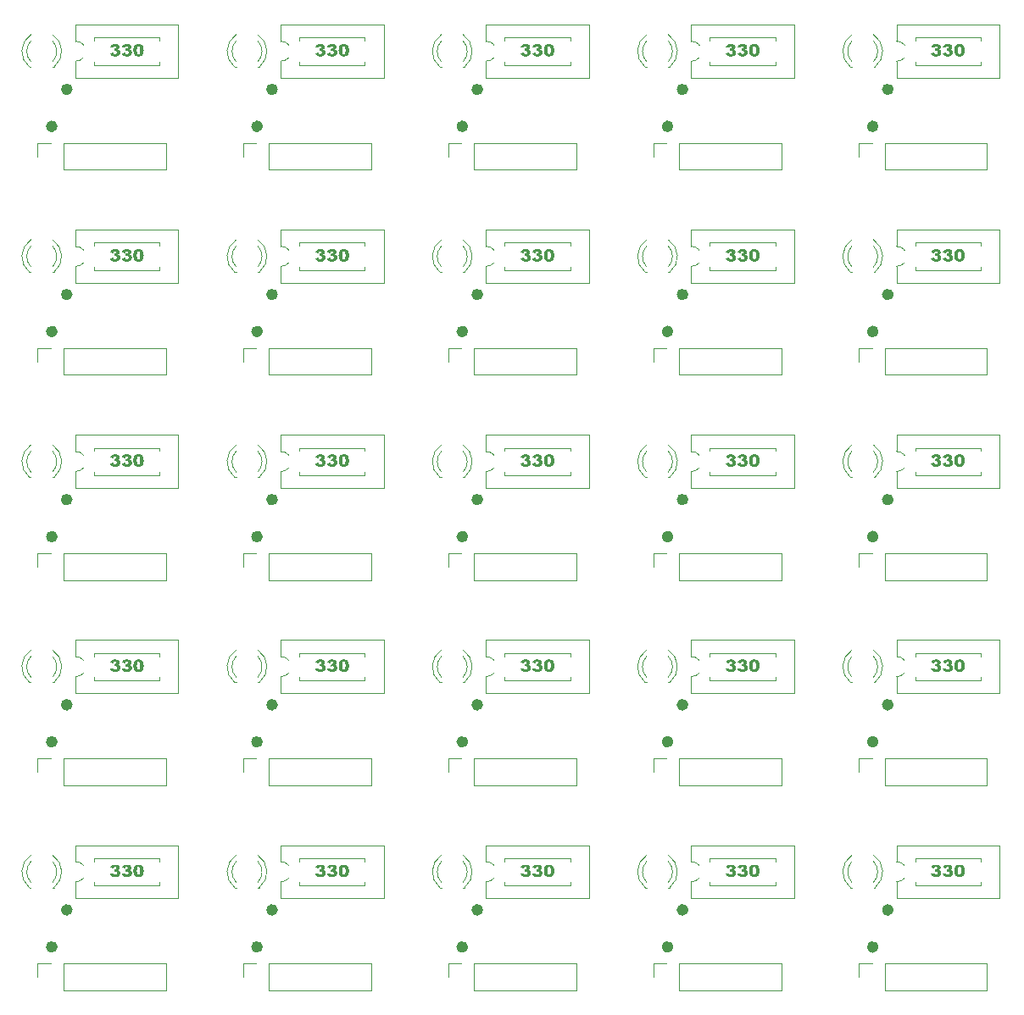
<source format=gbr>
%TF.GenerationSoftware,KiCad,Pcbnew,7.0.6*%
%TF.CreationDate,2023-12-01T18:17:31+09:00*%
%TF.ProjectId,PICWriter_20231201,50494357-7269-4746-9572-5f3230323331,rev?*%
%TF.SameCoordinates,Original*%
%TF.FileFunction,Legend,Top*%
%TF.FilePolarity,Positive*%
%FSLAX46Y46*%
G04 Gerber Fmt 4.6, Leading zero omitted, Abs format (unit mm)*
G04 Created by KiCad (PCBNEW 7.0.6) date 2023-12-01 18:17:31*
%MOMM*%
%LPD*%
G01*
G04 APERTURE LIST*
%ADD10C,0.575000*%
%ADD11C,0.150000*%
%ADD12C,0.120000*%
%ADD13R,1.800000X1.800000*%
%ADD14C,1.800000*%
%ADD15C,1.600000*%
%ADD16O,1.600000X1.600000*%
%ADD17C,0.700000*%
%ADD18R,1.700000X1.700000*%
%ADD19O,1.700000X1.700000*%
%ADD20R,1.600000X1.600000*%
G04 APERTURE END LIST*
D10*
X136287500Y-145000000D02*
G75*
G03*
X136287500Y-145000000I-287500J0D01*
G01*
X95287500Y-124500000D02*
G75*
G03*
X95287500Y-124500000I-287500J0D01*
G01*
X136287500Y-63000000D02*
G75*
G03*
X136287500Y-63000000I-287500J0D01*
G01*
X137787500Y-100300000D02*
G75*
G03*
X137787500Y-100300000I-287500J0D01*
G01*
X115787500Y-83500000D02*
G75*
G03*
X115787500Y-83500000I-287500J0D01*
G01*
X54287500Y-83500000D02*
G75*
G03*
X54287500Y-83500000I-287500J0D01*
G01*
X55787500Y-59300000D02*
G75*
G03*
X55787500Y-59300000I-287500J0D01*
G01*
X76287500Y-100300000D02*
G75*
G03*
X76287500Y-100300000I-287500J0D01*
G01*
X95287500Y-63000000D02*
G75*
G03*
X95287500Y-63000000I-287500J0D01*
G01*
X55787500Y-100300000D02*
G75*
G03*
X55787500Y-100300000I-287500J0D01*
G01*
X55787500Y-141300000D02*
G75*
G03*
X55787500Y-141300000I-287500J0D01*
G01*
X96787500Y-120800000D02*
G75*
G03*
X96787500Y-120800000I-287500J0D01*
G01*
X136287500Y-124500000D02*
G75*
G03*
X136287500Y-124500000I-287500J0D01*
G01*
X76287500Y-120800000D02*
G75*
G03*
X76287500Y-120800000I-287500J0D01*
G01*
X136287500Y-83500000D02*
G75*
G03*
X136287500Y-83500000I-287500J0D01*
G01*
X117287500Y-79800000D02*
G75*
G03*
X117287500Y-79800000I-287500J0D01*
G01*
X117287500Y-141300000D02*
G75*
G03*
X117287500Y-141300000I-287500J0D01*
G01*
X76287500Y-141300000D02*
G75*
G03*
X76287500Y-141300000I-287500J0D01*
G01*
X96787500Y-141300000D02*
G75*
G03*
X96787500Y-141300000I-287500J0D01*
G01*
X54287500Y-124500000D02*
G75*
G03*
X54287500Y-124500000I-287500J0D01*
G01*
X137787500Y-141300000D02*
G75*
G03*
X137787500Y-141300000I-287500J0D01*
G01*
X76287500Y-79800000D02*
G75*
G03*
X76287500Y-79800000I-287500J0D01*
G01*
X137787500Y-120800000D02*
G75*
G03*
X137787500Y-120800000I-287500J0D01*
G01*
X95287500Y-83500000D02*
G75*
G03*
X95287500Y-83500000I-287500J0D01*
G01*
X117287500Y-120800000D02*
G75*
G03*
X117287500Y-120800000I-287500J0D01*
G01*
X74787500Y-104000000D02*
G75*
G03*
X74787500Y-104000000I-287500J0D01*
G01*
X115787500Y-63000000D02*
G75*
G03*
X115787500Y-63000000I-287500J0D01*
G01*
X96787500Y-79800000D02*
G75*
G03*
X96787500Y-79800000I-287500J0D01*
G01*
X96787500Y-100300000D02*
G75*
G03*
X96787500Y-100300000I-287500J0D01*
G01*
X137787500Y-79800000D02*
G75*
G03*
X137787500Y-79800000I-287500J0D01*
G01*
X55787500Y-79800000D02*
G75*
G03*
X55787500Y-79800000I-287500J0D01*
G01*
X54287500Y-104000000D02*
G75*
G03*
X54287500Y-104000000I-287500J0D01*
G01*
X115787500Y-124500000D02*
G75*
G03*
X115787500Y-124500000I-287500J0D01*
G01*
X54287500Y-63000000D02*
G75*
G03*
X54287500Y-63000000I-287500J0D01*
G01*
X95287500Y-145000000D02*
G75*
G03*
X95287500Y-145000000I-287500J0D01*
G01*
X74787500Y-83500000D02*
G75*
G03*
X74787500Y-83500000I-287500J0D01*
G01*
X115787500Y-104000000D02*
G75*
G03*
X115787500Y-104000000I-287500J0D01*
G01*
X117287500Y-100300000D02*
G75*
G03*
X117287500Y-100300000I-287500J0D01*
G01*
X54287500Y-145000000D02*
G75*
G03*
X54287500Y-145000000I-287500J0D01*
G01*
X137787500Y-59300000D02*
G75*
G03*
X137787500Y-59300000I-287500J0D01*
G01*
X74787500Y-124500000D02*
G75*
G03*
X74787500Y-124500000I-287500J0D01*
G01*
X115787500Y-145000000D02*
G75*
G03*
X115787500Y-145000000I-287500J0D01*
G01*
X95287500Y-104000000D02*
G75*
G03*
X95287500Y-104000000I-287500J0D01*
G01*
X76287500Y-59300000D02*
G75*
G03*
X76287500Y-59300000I-287500J0D01*
G01*
X55787500Y-120800000D02*
G75*
G03*
X55787500Y-120800000I-287500J0D01*
G01*
X74787500Y-63000000D02*
G75*
G03*
X74787500Y-63000000I-287500J0D01*
G01*
X117287500Y-59300000D02*
G75*
G03*
X117287500Y-59300000I-287500J0D01*
G01*
X74787500Y-145000000D02*
G75*
G03*
X74787500Y-145000000I-287500J0D01*
G01*
X96787500Y-59300000D02*
G75*
G03*
X96787500Y-59300000I-287500J0D01*
G01*
X136287500Y-104000000D02*
G75*
G03*
X136287500Y-104000000I-287500J0D01*
G01*
D11*
G36*
X142161854Y-55153896D02*
G01*
X141831211Y-55101140D01*
X141836660Y-55081899D01*
X141842702Y-55063230D01*
X141849339Y-55045134D01*
X141856570Y-55027610D01*
X141864395Y-55010659D01*
X141872813Y-54994280D01*
X141881825Y-54978474D01*
X141891432Y-54963240D01*
X141901632Y-54948579D01*
X141912426Y-54934490D01*
X141923814Y-54920973D01*
X141935796Y-54908029D01*
X141948372Y-54895657D01*
X141961542Y-54883858D01*
X141975306Y-54872632D01*
X141989663Y-54861977D01*
X142004698Y-54851898D01*
X142020494Y-54842468D01*
X142037051Y-54833689D01*
X142054368Y-54825561D01*
X142072447Y-54818082D01*
X142091286Y-54811254D01*
X142110887Y-54805076D01*
X142131248Y-54799549D01*
X142152370Y-54794671D01*
X142174253Y-54790445D01*
X142196896Y-54786868D01*
X142220301Y-54783942D01*
X142244466Y-54781666D01*
X142256835Y-54780771D01*
X142269393Y-54780040D01*
X142282141Y-54779471D01*
X142295080Y-54779064D01*
X142308209Y-54778820D01*
X142321528Y-54778739D01*
X142336812Y-54778823D01*
X142351830Y-54779074D01*
X142366580Y-54779491D01*
X142381062Y-54780076D01*
X142395278Y-54780829D01*
X142409227Y-54781748D01*
X142422908Y-54782834D01*
X142436322Y-54784088D01*
X142449469Y-54785509D01*
X142462349Y-54787097D01*
X142474962Y-54788852D01*
X142487308Y-54790774D01*
X142499387Y-54792864D01*
X142522742Y-54797544D01*
X142545029Y-54802893D01*
X142566248Y-54808910D01*
X142586398Y-54815597D01*
X142605480Y-54822951D01*
X142623492Y-54830975D01*
X142640437Y-54839667D01*
X142656313Y-54849027D01*
X142671120Y-54859057D01*
X142678123Y-54864322D01*
X142691432Y-54875156D01*
X142703883Y-54886336D01*
X142715475Y-54897861D01*
X142726208Y-54909733D01*
X142736083Y-54921950D01*
X142745099Y-54934513D01*
X142753256Y-54947421D01*
X142760555Y-54960676D01*
X142766995Y-54974276D01*
X142772576Y-54988222D01*
X142777299Y-55002513D01*
X142781163Y-55017151D01*
X142784168Y-55032134D01*
X142786315Y-55047463D01*
X142787603Y-55063137D01*
X142788032Y-55079158D01*
X142787638Y-55093213D01*
X142786454Y-55107020D01*
X142784482Y-55120580D01*
X142781721Y-55133893D01*
X142778171Y-55146958D01*
X142773832Y-55159776D01*
X142768704Y-55172347D01*
X142762787Y-55184671D01*
X142756082Y-55196747D01*
X142748587Y-55208576D01*
X142743152Y-55216325D01*
X142734395Y-55227731D01*
X142724838Y-55238870D01*
X142714481Y-55249741D01*
X142703325Y-55260343D01*
X142691369Y-55270678D01*
X142678613Y-55280745D01*
X142665058Y-55290544D01*
X142650703Y-55300076D01*
X142635548Y-55309339D01*
X142625001Y-55315366D01*
X142614098Y-55321273D01*
X142608514Y-55324182D01*
X142621892Y-55327529D01*
X142634663Y-55330973D01*
X142646829Y-55334515D01*
X142662106Y-55339390D01*
X142676305Y-55344439D01*
X142689426Y-55349662D01*
X142701469Y-55355059D01*
X142712433Y-55360630D01*
X142719949Y-55364922D01*
X142731440Y-55372165D01*
X142742443Y-55379825D01*
X142752957Y-55387903D01*
X142762983Y-55396397D01*
X142772520Y-55405309D01*
X142781569Y-55414639D01*
X142790130Y-55424386D01*
X142798202Y-55434550D01*
X142805786Y-55445131D01*
X142812882Y-55456130D01*
X142817341Y-55463694D01*
X142823561Y-55475333D01*
X142829169Y-55487390D01*
X142834166Y-55499863D01*
X142838550Y-55512755D01*
X142842323Y-55526063D01*
X142845484Y-55539789D01*
X142848033Y-55553932D01*
X142849970Y-55568492D01*
X142851296Y-55583470D01*
X142852010Y-55598865D01*
X142852146Y-55609360D01*
X142851920Y-55622626D01*
X142851244Y-55635826D01*
X142850117Y-55648959D01*
X142848539Y-55662025D01*
X142846511Y-55675025D01*
X142844031Y-55687959D01*
X142841101Y-55700827D01*
X142837720Y-55713628D01*
X142833888Y-55726362D01*
X142829606Y-55739030D01*
X142824872Y-55751632D01*
X142819688Y-55764168D01*
X142814053Y-55776636D01*
X142807967Y-55789039D01*
X142801431Y-55801375D01*
X142794443Y-55813645D01*
X142787071Y-55825670D01*
X142779302Y-55837344D01*
X142771138Y-55848668D01*
X142762577Y-55859642D01*
X142753621Y-55870265D01*
X142744269Y-55880539D01*
X142734520Y-55890461D01*
X142724376Y-55900034D01*
X142713836Y-55909256D01*
X142702900Y-55918128D01*
X142691568Y-55926649D01*
X142679840Y-55934820D01*
X142667716Y-55942641D01*
X142655196Y-55950111D01*
X142642281Y-55957231D01*
X142628969Y-55964001D01*
X142615193Y-55970389D01*
X142600886Y-55976366D01*
X142586046Y-55981930D01*
X142570675Y-55987082D01*
X142554772Y-55991822D01*
X142538337Y-55996149D01*
X142521370Y-56000065D01*
X142503871Y-56003568D01*
X142485840Y-56006659D01*
X142467277Y-56009338D01*
X142448183Y-56011605D01*
X142428556Y-56013460D01*
X142408398Y-56014903D01*
X142387707Y-56015933D01*
X142366485Y-56016551D01*
X142344731Y-56016757D01*
X142323566Y-56016607D01*
X142302967Y-56016157D01*
X142282932Y-56015408D01*
X142263463Y-56014358D01*
X142244559Y-56013008D01*
X142226221Y-56011358D01*
X142208448Y-56009408D01*
X142191240Y-56007159D01*
X142174597Y-56004609D01*
X142158520Y-56001759D01*
X142143008Y-55998610D01*
X142128061Y-55995160D01*
X142113680Y-55991411D01*
X142099863Y-55987361D01*
X142086613Y-55983012D01*
X142073927Y-55978362D01*
X142061661Y-55973388D01*
X142049670Y-55968136D01*
X142037952Y-55962608D01*
X142026510Y-55956802D01*
X142015341Y-55950719D01*
X142004447Y-55944359D01*
X141993827Y-55937722D01*
X141983481Y-55930808D01*
X141973409Y-55923617D01*
X141963612Y-55916149D01*
X141954089Y-55908404D01*
X141944841Y-55900382D01*
X141935867Y-55892082D01*
X141927167Y-55883506D01*
X141918741Y-55874653D01*
X141910590Y-55865522D01*
X141902729Y-55856069D01*
X141895100Y-55846320D01*
X141887703Y-55836276D01*
X141880536Y-55825937D01*
X141873601Y-55815302D01*
X141866898Y-55804371D01*
X141860426Y-55793146D01*
X141854185Y-55781625D01*
X141848175Y-55769808D01*
X141842397Y-55757697D01*
X141836850Y-55745289D01*
X141831535Y-55732587D01*
X141826451Y-55719589D01*
X141821598Y-55706296D01*
X141816977Y-55692707D01*
X141812587Y-55678823D01*
X142161854Y-55641600D01*
X142165891Y-55657026D01*
X142170330Y-55671540D01*
X142175172Y-55685142D01*
X142180416Y-55697833D01*
X142186063Y-55709611D01*
X142192112Y-55720477D01*
X142198563Y-55730432D01*
X142207792Y-55742286D01*
X142217735Y-55752519D01*
X142225663Y-55759130D01*
X142236940Y-55766755D01*
X142248942Y-55773363D01*
X142261670Y-55778955D01*
X142275122Y-55783530D01*
X142289300Y-55787088D01*
X142304202Y-55789630D01*
X142319830Y-55791155D01*
X142336183Y-55791663D01*
X142349142Y-55791254D01*
X142361689Y-55790025D01*
X142373822Y-55787977D01*
X142389357Y-55783972D01*
X142404157Y-55778511D01*
X142418222Y-55771594D01*
X142431553Y-55763220D01*
X142444149Y-55753390D01*
X142453114Y-55745062D01*
X142461516Y-55735998D01*
X142469092Y-55726394D01*
X142475842Y-55716249D01*
X142481765Y-55705563D01*
X142486861Y-55694336D01*
X142491131Y-55682568D01*
X142494575Y-55670259D01*
X142497192Y-55657409D01*
X142498983Y-55644018D01*
X142499947Y-55630086D01*
X142500131Y-55620498D01*
X142499734Y-55605922D01*
X142498542Y-55591980D01*
X142496557Y-55578671D01*
X142493777Y-55565996D01*
X142490202Y-55553955D01*
X142485834Y-55542548D01*
X142480671Y-55531774D01*
X142472552Y-55518395D01*
X142463021Y-55506143D01*
X142454946Y-55497692D01*
X142443220Y-55487457D01*
X142430483Y-55478587D01*
X142416735Y-55471081D01*
X142401976Y-55464939D01*
X142390242Y-55461229D01*
X142377940Y-55458287D01*
X142365069Y-55456112D01*
X142351629Y-55454704D01*
X142337620Y-55454064D01*
X142332824Y-55454022D01*
X142319192Y-55454480D01*
X142304053Y-55455854D01*
X142290858Y-55457612D01*
X142276700Y-55459957D01*
X142261578Y-55462888D01*
X142249604Y-55465471D01*
X142237088Y-55468383D01*
X142224030Y-55471626D01*
X142219557Y-55472780D01*
X142237570Y-55225411D01*
X142249764Y-55226781D01*
X142262162Y-55227935D01*
X142275352Y-55228759D01*
X142283060Y-55228928D01*
X142295739Y-55228611D01*
X142308015Y-55227660D01*
X142323757Y-55225407D01*
X142338784Y-55222027D01*
X142353095Y-55217521D01*
X142366690Y-55211888D01*
X142379570Y-55205129D01*
X142391735Y-55197243D01*
X142397549Y-55192877D01*
X142408354Y-55183659D01*
X142417718Y-55174028D01*
X142425641Y-55163985D01*
X142432124Y-55153530D01*
X142437167Y-55142663D01*
X142440768Y-55131383D01*
X142442929Y-55119692D01*
X142443650Y-55107588D01*
X142442807Y-55093307D01*
X142440281Y-55079956D01*
X142436069Y-55067535D01*
X142430173Y-55056045D01*
X142422593Y-55045485D01*
X142413328Y-55035855D01*
X142409150Y-55032263D01*
X142397831Y-55024073D01*
X142385245Y-55017271D01*
X142371391Y-55011857D01*
X142359396Y-55008525D01*
X142346590Y-55006082D01*
X142332973Y-55004528D01*
X142318545Y-55003861D01*
X142314811Y-55003833D01*
X142299680Y-55004355D01*
X142285273Y-55005922D01*
X142271592Y-55008532D01*
X142258636Y-55012187D01*
X142246404Y-55016885D01*
X142234898Y-55022628D01*
X142224117Y-55029415D01*
X142214061Y-55037246D01*
X142204831Y-55046313D01*
X142196373Y-55056956D01*
X142188688Y-55069174D01*
X142181775Y-55082968D01*
X142177098Y-55094347D01*
X142172856Y-55106612D01*
X142169048Y-55119764D01*
X142165675Y-55133801D01*
X142162737Y-55148725D01*
X142161854Y-55153896D01*
G37*
G36*
X143328114Y-55153896D02*
G01*
X142997470Y-55101140D01*
X143002919Y-55081899D01*
X143008962Y-55063230D01*
X143015599Y-55045134D01*
X143022830Y-55027610D01*
X143030654Y-55010659D01*
X143039073Y-54994280D01*
X143048085Y-54978474D01*
X143057691Y-54963240D01*
X143067892Y-54948579D01*
X143078686Y-54934490D01*
X143090074Y-54920973D01*
X143102056Y-54908029D01*
X143114632Y-54895657D01*
X143127801Y-54883858D01*
X143141565Y-54872632D01*
X143155923Y-54861977D01*
X143170958Y-54851898D01*
X143186754Y-54842468D01*
X143203310Y-54833689D01*
X143220628Y-54825561D01*
X143238707Y-54818082D01*
X143257546Y-54811254D01*
X143277146Y-54805076D01*
X143297507Y-54799549D01*
X143318629Y-54794671D01*
X143340512Y-54790445D01*
X143363156Y-54786868D01*
X143386561Y-54783942D01*
X143410726Y-54781666D01*
X143423094Y-54780771D01*
X143435652Y-54780040D01*
X143448401Y-54779471D01*
X143461340Y-54779064D01*
X143474469Y-54778820D01*
X143487788Y-54778739D01*
X143503072Y-54778823D01*
X143518089Y-54779074D01*
X143532839Y-54779491D01*
X143547322Y-54780076D01*
X143561538Y-54780829D01*
X143575486Y-54781748D01*
X143589168Y-54782834D01*
X143602582Y-54784088D01*
X143615729Y-54785509D01*
X143628609Y-54787097D01*
X143641222Y-54788852D01*
X143653568Y-54790774D01*
X143665646Y-54792864D01*
X143689002Y-54797544D01*
X143711289Y-54802893D01*
X143732508Y-54808910D01*
X143752658Y-54815597D01*
X143771739Y-54822951D01*
X143789752Y-54830975D01*
X143806696Y-54839667D01*
X143822572Y-54849027D01*
X143837379Y-54859057D01*
X143844382Y-54864322D01*
X143857692Y-54875156D01*
X143870142Y-54886336D01*
X143881734Y-54897861D01*
X143892468Y-54909733D01*
X143902342Y-54921950D01*
X143911358Y-54934513D01*
X143919516Y-54947421D01*
X143926814Y-54960676D01*
X143933254Y-54974276D01*
X143938836Y-54988222D01*
X143943558Y-55002513D01*
X143947422Y-55017151D01*
X143950428Y-55032134D01*
X143952574Y-55047463D01*
X143953862Y-55063137D01*
X143954292Y-55079158D01*
X143953897Y-55093213D01*
X143952714Y-55107020D01*
X143950742Y-55120580D01*
X143947980Y-55133893D01*
X143944430Y-55146958D01*
X143940091Y-55159776D01*
X143934964Y-55172347D01*
X143929047Y-55184671D01*
X143922341Y-55196747D01*
X143914847Y-55208576D01*
X143909412Y-55216325D01*
X143900654Y-55227731D01*
X143891097Y-55238870D01*
X143880741Y-55249741D01*
X143869584Y-55260343D01*
X143857628Y-55270678D01*
X143844872Y-55280745D01*
X143831317Y-55290544D01*
X143816962Y-55300076D01*
X143801808Y-55309339D01*
X143791260Y-55315366D01*
X143780358Y-55321273D01*
X143774773Y-55324182D01*
X143788151Y-55327529D01*
X143800923Y-55330973D01*
X143813088Y-55334515D01*
X143828365Y-55339390D01*
X143842564Y-55344439D01*
X143855685Y-55349662D01*
X143867728Y-55355059D01*
X143878693Y-55360630D01*
X143886209Y-55364922D01*
X143897700Y-55372165D01*
X143908702Y-55379825D01*
X143919217Y-55387903D01*
X143929242Y-55396397D01*
X143938780Y-55405309D01*
X143947829Y-55414639D01*
X143956390Y-55424386D01*
X143964462Y-55434550D01*
X143972046Y-55445131D01*
X143979142Y-55456130D01*
X143983601Y-55463694D01*
X143989821Y-55475333D01*
X143995429Y-55487390D01*
X144000425Y-55499863D01*
X144004810Y-55512755D01*
X144008583Y-55526063D01*
X144011744Y-55539789D01*
X144014293Y-55553932D01*
X144016230Y-55568492D01*
X144017556Y-55583470D01*
X144018269Y-55598865D01*
X144018405Y-55609360D01*
X144018180Y-55622626D01*
X144017504Y-55635826D01*
X144016377Y-55648959D01*
X144014799Y-55662025D01*
X144012770Y-55675025D01*
X144010291Y-55687959D01*
X144007361Y-55700827D01*
X144003980Y-55713628D01*
X144000148Y-55726362D01*
X143995865Y-55739030D01*
X143991132Y-55751632D01*
X143985948Y-55764168D01*
X143980313Y-55776636D01*
X143974227Y-55789039D01*
X143967690Y-55801375D01*
X143960703Y-55813645D01*
X143953330Y-55825670D01*
X143945562Y-55837344D01*
X143937397Y-55848668D01*
X143928837Y-55859642D01*
X143919881Y-55870265D01*
X143910528Y-55880539D01*
X143900780Y-55890461D01*
X143890636Y-55900034D01*
X143880096Y-55909256D01*
X143869160Y-55918128D01*
X143857828Y-55926649D01*
X143846100Y-55934820D01*
X143833976Y-55942641D01*
X143821456Y-55950111D01*
X143808540Y-55957231D01*
X143795228Y-55964001D01*
X143781453Y-55970389D01*
X143767145Y-55976366D01*
X143752306Y-55981930D01*
X143736935Y-55987082D01*
X143721031Y-55991822D01*
X143704596Y-55996149D01*
X143687629Y-56000065D01*
X143670130Y-56003568D01*
X143652100Y-56006659D01*
X143633537Y-56009338D01*
X143614442Y-56011605D01*
X143594816Y-56013460D01*
X143574657Y-56014903D01*
X143553967Y-56015933D01*
X143532745Y-56016551D01*
X143510991Y-56016757D01*
X143489826Y-56016607D01*
X143469226Y-56016157D01*
X143449192Y-56015408D01*
X143429723Y-56014358D01*
X143410819Y-56013008D01*
X143392481Y-56011358D01*
X143374707Y-56009408D01*
X143357499Y-56007159D01*
X143340857Y-56004609D01*
X143324780Y-56001759D01*
X143309267Y-55998610D01*
X143294321Y-55995160D01*
X143279939Y-55991411D01*
X143266123Y-55987361D01*
X143252872Y-55983012D01*
X143240187Y-55978362D01*
X143227921Y-55973388D01*
X143215929Y-55968136D01*
X143204212Y-55962608D01*
X143192769Y-55956802D01*
X143181600Y-55950719D01*
X143170706Y-55944359D01*
X143160086Y-55937722D01*
X143149740Y-55930808D01*
X143139669Y-55923617D01*
X143129872Y-55916149D01*
X143120349Y-55908404D01*
X143111100Y-55900382D01*
X143102126Y-55892082D01*
X143093426Y-55883506D01*
X143085001Y-55874653D01*
X143076849Y-55865522D01*
X143068989Y-55856069D01*
X143061360Y-55846320D01*
X143053962Y-55836276D01*
X143046796Y-55825937D01*
X143039861Y-55815302D01*
X143033157Y-55804371D01*
X143026685Y-55793146D01*
X143020444Y-55781625D01*
X143014435Y-55769808D01*
X143008657Y-55757697D01*
X143003110Y-55745289D01*
X142997795Y-55732587D01*
X142992711Y-55719589D01*
X142987858Y-55706296D01*
X142983237Y-55692707D01*
X142978847Y-55678823D01*
X143328114Y-55641600D01*
X143332151Y-55657026D01*
X143336590Y-55671540D01*
X143341431Y-55685142D01*
X143346675Y-55697833D01*
X143352322Y-55709611D01*
X143358371Y-55720477D01*
X143364823Y-55730432D01*
X143374051Y-55742286D01*
X143383995Y-55752519D01*
X143391922Y-55759130D01*
X143403200Y-55766755D01*
X143415202Y-55773363D01*
X143427929Y-55778955D01*
X143441382Y-55783530D01*
X143455559Y-55787088D01*
X143470462Y-55789630D01*
X143486089Y-55791155D01*
X143502442Y-55791663D01*
X143515402Y-55791254D01*
X143527948Y-55790025D01*
X143540081Y-55787977D01*
X143555616Y-55783972D01*
X143570416Y-55778511D01*
X143584482Y-55771594D01*
X143597812Y-55763220D01*
X143610409Y-55753390D01*
X143619374Y-55745062D01*
X143627776Y-55735998D01*
X143635352Y-55726394D01*
X143642101Y-55716249D01*
X143648024Y-55705563D01*
X143653121Y-55694336D01*
X143657391Y-55682568D01*
X143660835Y-55670259D01*
X143663452Y-55657409D01*
X143665242Y-55644018D01*
X143666207Y-55630086D01*
X143666390Y-55620498D01*
X143665993Y-55605922D01*
X143664802Y-55591980D01*
X143662816Y-55578671D01*
X143660036Y-55565996D01*
X143656462Y-55553955D01*
X143652094Y-55542548D01*
X143646931Y-55531774D01*
X143638812Y-55518395D01*
X143629280Y-55506143D01*
X143621205Y-55497692D01*
X143609480Y-55487457D01*
X143596743Y-55478587D01*
X143582995Y-55471081D01*
X143568235Y-55464939D01*
X143556502Y-55461229D01*
X143544200Y-55458287D01*
X143531329Y-55456112D01*
X143517889Y-55454704D01*
X143503880Y-55454064D01*
X143499084Y-55454022D01*
X143485451Y-55454480D01*
X143470313Y-55455854D01*
X143457118Y-55457612D01*
X143442959Y-55459957D01*
X143427837Y-55462888D01*
X143415863Y-55465471D01*
X143403347Y-55468383D01*
X143390289Y-55471626D01*
X143385816Y-55472780D01*
X143403829Y-55225411D01*
X143416024Y-55226781D01*
X143428422Y-55227935D01*
X143441612Y-55228759D01*
X143449320Y-55228928D01*
X143461998Y-55228611D01*
X143474274Y-55227660D01*
X143490017Y-55225407D01*
X143505043Y-55222027D01*
X143519354Y-55217521D01*
X143532950Y-55211888D01*
X143545830Y-55205129D01*
X143557994Y-55197243D01*
X143563808Y-55192877D01*
X143574613Y-55183659D01*
X143583977Y-55174028D01*
X143591901Y-55163985D01*
X143598384Y-55153530D01*
X143603426Y-55142663D01*
X143607028Y-55131383D01*
X143609189Y-55119692D01*
X143609909Y-55107588D01*
X143609067Y-55093307D01*
X143606540Y-55079956D01*
X143602329Y-55067535D01*
X143596433Y-55056045D01*
X143588852Y-55045485D01*
X143579588Y-55035855D01*
X143575410Y-55032263D01*
X143564091Y-55024073D01*
X143551504Y-55017271D01*
X143537651Y-55011857D01*
X143525656Y-55008525D01*
X143512850Y-55006082D01*
X143499233Y-55004528D01*
X143484805Y-55003861D01*
X143481071Y-55003833D01*
X143465939Y-55004355D01*
X143451533Y-55005922D01*
X143437852Y-55008532D01*
X143424895Y-55012187D01*
X143412664Y-55016885D01*
X143401158Y-55022628D01*
X143390377Y-55029415D01*
X143380321Y-55037246D01*
X143371090Y-55046313D01*
X143362632Y-55056956D01*
X143354947Y-55069174D01*
X143348035Y-55082968D01*
X143343358Y-55094347D01*
X143339116Y-55106612D01*
X143335308Y-55119764D01*
X143331935Y-55133801D01*
X143328997Y-55148725D01*
X143328114Y-55153896D01*
G37*
G36*
X144693864Y-54778856D02*
G01*
X144709207Y-54779206D01*
X144724194Y-54779790D01*
X144738826Y-54780608D01*
X144753103Y-54781659D01*
X144767024Y-54782943D01*
X144780590Y-54784461D01*
X144793800Y-54786213D01*
X144806655Y-54788198D01*
X144819155Y-54790417D01*
X144831299Y-54792869D01*
X144848849Y-54796986D01*
X144865599Y-54801628D01*
X144881549Y-54806795D01*
X144886689Y-54808635D01*
X144901762Y-54814345D01*
X144916298Y-54820374D01*
X144930298Y-54826723D01*
X144943761Y-54833392D01*
X144956688Y-54840379D01*
X144969078Y-54847687D01*
X144980931Y-54855313D01*
X144992247Y-54863259D01*
X145003027Y-54871525D01*
X145013270Y-54880110D01*
X145019801Y-54886011D01*
X145029282Y-54895012D01*
X145038377Y-54904101D01*
X145047085Y-54913278D01*
X145055407Y-54922542D01*
X145063343Y-54931893D01*
X145070892Y-54941333D01*
X145078054Y-54950860D01*
X145087004Y-54963698D01*
X145095266Y-54976693D01*
X145101012Y-54986541D01*
X145108306Y-55000000D01*
X145115227Y-55014000D01*
X145120175Y-55024854D01*
X145124912Y-55036013D01*
X145129441Y-55047475D01*
X145133760Y-55059241D01*
X145137870Y-55071312D01*
X145141771Y-55083686D01*
X145145462Y-55096364D01*
X145148944Y-55109346D01*
X145153196Y-55126134D01*
X145157173Y-55143011D01*
X145160876Y-55159977D01*
X145164305Y-55177032D01*
X145167459Y-55194177D01*
X145170340Y-55211411D01*
X145172945Y-55228734D01*
X145175277Y-55246147D01*
X145177334Y-55263649D01*
X145179117Y-55281240D01*
X145180626Y-55298920D01*
X145181860Y-55316690D01*
X145182820Y-55334549D01*
X145183506Y-55352498D01*
X145183917Y-55370535D01*
X145184054Y-55388662D01*
X145183941Y-55408862D01*
X145183601Y-55428720D01*
X145183035Y-55448237D01*
X145182242Y-55467412D01*
X145181222Y-55486247D01*
X145179976Y-55504740D01*
X145178503Y-55522893D01*
X145176803Y-55540704D01*
X145174877Y-55558173D01*
X145172725Y-55575302D01*
X145170345Y-55592090D01*
X145167740Y-55608536D01*
X145164907Y-55624641D01*
X145161848Y-55640405D01*
X145158563Y-55655828D01*
X145155050Y-55670909D01*
X145151312Y-55685650D01*
X145147346Y-55700049D01*
X145143154Y-55714107D01*
X145138736Y-55727824D01*
X145134091Y-55741200D01*
X145129219Y-55754234D01*
X145124121Y-55766928D01*
X145118796Y-55779280D01*
X145113244Y-55791291D01*
X145107466Y-55802961D01*
X145101461Y-55814290D01*
X145095230Y-55825277D01*
X145088772Y-55835923D01*
X145082088Y-55846229D01*
X145075177Y-55856192D01*
X145068039Y-55865815D01*
X145052884Y-55884093D01*
X145036421Y-55901192D01*
X145018651Y-55917112D01*
X145009276Y-55924630D01*
X144999575Y-55931852D01*
X144989546Y-55938780D01*
X144979191Y-55945414D01*
X144968509Y-55951752D01*
X144957500Y-55957796D01*
X144946164Y-55963544D01*
X144934502Y-55968998D01*
X144922513Y-55974157D01*
X144910197Y-55979022D01*
X144897554Y-55983591D01*
X144884585Y-55987866D01*
X144871289Y-55991846D01*
X144857666Y-55995531D01*
X144843716Y-55998921D01*
X144829439Y-56002017D01*
X144814836Y-56004818D01*
X144799906Y-56007323D01*
X144784649Y-56009535D01*
X144769066Y-56011451D01*
X144753155Y-56013072D01*
X144736918Y-56014399D01*
X144720354Y-56015431D01*
X144703464Y-56016168D01*
X144686246Y-56016610D01*
X144668702Y-56016757D01*
X144649095Y-56016570D01*
X144629962Y-56016006D01*
X144611304Y-56015067D01*
X144593120Y-56013753D01*
X144575411Y-56012063D01*
X144558177Y-56009998D01*
X144541418Y-56007557D01*
X144525133Y-56004741D01*
X144509323Y-56001549D01*
X144493987Y-55997981D01*
X144479126Y-55994038D01*
X144464740Y-55989720D01*
X144450828Y-55985026D01*
X144437392Y-55979956D01*
X144424429Y-55974511D01*
X144411942Y-55968690D01*
X144399830Y-55962471D01*
X144387994Y-55955904D01*
X144376436Y-55948989D01*
X144365154Y-55941726D01*
X144354149Y-55934115D01*
X144343420Y-55926155D01*
X144332968Y-55917848D01*
X144322793Y-55909193D01*
X144312894Y-55900189D01*
X144303273Y-55890838D01*
X144293927Y-55881138D01*
X144284859Y-55871091D01*
X144276067Y-55860695D01*
X144267552Y-55849952D01*
X144259314Y-55838860D01*
X144251352Y-55827420D01*
X144243000Y-55814576D01*
X144235002Y-55800881D01*
X144227358Y-55786336D01*
X144220068Y-55770941D01*
X144213132Y-55754696D01*
X144208705Y-55743393D01*
X144204436Y-55731713D01*
X144200324Y-55719655D01*
X144196369Y-55707219D01*
X144192572Y-55694406D01*
X144188932Y-55681214D01*
X144185450Y-55667645D01*
X144182125Y-55653698D01*
X144180522Y-55646583D01*
X144177453Y-55632128D01*
X144174582Y-55617484D01*
X144171910Y-55602654D01*
X144169435Y-55587635D01*
X144167159Y-55572428D01*
X144165080Y-55557034D01*
X144163199Y-55541452D01*
X144161516Y-55525683D01*
X144160032Y-55509725D01*
X144158745Y-55493580D01*
X144157656Y-55477247D01*
X144156765Y-55460726D01*
X144156072Y-55444018D01*
X144155577Y-55427122D01*
X144155280Y-55410038D01*
X144155203Y-55396576D01*
X144502311Y-55396576D01*
X144502353Y-55410686D01*
X144502477Y-55424515D01*
X144502684Y-55438061D01*
X144502975Y-55451324D01*
X144503348Y-55464306D01*
X144503803Y-55477005D01*
X144504342Y-55489423D01*
X144504964Y-55501558D01*
X144505668Y-55513410D01*
X144507326Y-55536269D01*
X144509315Y-55557999D01*
X144511636Y-55578600D01*
X144514288Y-55598073D01*
X144517272Y-55616416D01*
X144520588Y-55633630D01*
X144524235Y-55649716D01*
X144528213Y-55664673D01*
X144532523Y-55678501D01*
X144537165Y-55691200D01*
X144542138Y-55702770D01*
X144544749Y-55708132D01*
X144553044Y-55723060D01*
X144562015Y-55736520D01*
X144571662Y-55748511D01*
X144581986Y-55759034D01*
X144592986Y-55768088D01*
X144604662Y-55775675D01*
X144617014Y-55781793D01*
X144630043Y-55786442D01*
X144643748Y-55789624D01*
X144658128Y-55791337D01*
X144668091Y-55791663D01*
X144681153Y-55791109D01*
X144693775Y-55789447D01*
X144705958Y-55786676D01*
X144717703Y-55782797D01*
X144729009Y-55777810D01*
X144739876Y-55771715D01*
X144750304Y-55764511D01*
X144760293Y-55756199D01*
X144769738Y-55746692D01*
X144778535Y-55735903D01*
X144786683Y-55723831D01*
X144794182Y-55710477D01*
X144799380Y-55699620D01*
X144804214Y-55688042D01*
X144808682Y-55675742D01*
X144812786Y-55662721D01*
X144816525Y-55648979D01*
X144817690Y-55644238D01*
X144821018Y-55629140D01*
X144824019Y-55612533D01*
X144825838Y-55600622D01*
X144827511Y-55588041D01*
X144829039Y-55574789D01*
X144830421Y-55560866D01*
X144831658Y-55546272D01*
X144832749Y-55531008D01*
X144833695Y-55515072D01*
X144834495Y-55498465D01*
X144835150Y-55481188D01*
X144835659Y-55463239D01*
X144836023Y-55444620D01*
X144836241Y-55425330D01*
X144836314Y-55405369D01*
X144836272Y-55390665D01*
X144836148Y-55376266D01*
X144835941Y-55362171D01*
X144835650Y-55348381D01*
X144835278Y-55334895D01*
X144834822Y-55321714D01*
X144834283Y-55308837D01*
X144833661Y-55296265D01*
X144832957Y-55283998D01*
X144832169Y-55272035D01*
X144830346Y-55249023D01*
X144828191Y-55227229D01*
X144825704Y-55206653D01*
X144822886Y-55187295D01*
X144819737Y-55169155D01*
X144816255Y-55152234D01*
X144812443Y-55136531D01*
X144808298Y-55122045D01*
X144803823Y-55108778D01*
X144799015Y-55096730D01*
X144793876Y-55085899D01*
X144785544Y-55071233D01*
X144776460Y-55058010D01*
X144766624Y-55046229D01*
X144756038Y-55035890D01*
X144744700Y-55026995D01*
X144732611Y-55019541D01*
X144719770Y-55013531D01*
X144706178Y-55008963D01*
X144691835Y-55005837D01*
X144676740Y-55004154D01*
X144666259Y-55003833D01*
X144650423Y-55004568D01*
X144635430Y-55006770D01*
X144621279Y-55010441D01*
X144607970Y-55015580D01*
X144595504Y-55022187D01*
X144583881Y-55030263D01*
X144573100Y-55039807D01*
X144563162Y-55050820D01*
X144554067Y-55063300D01*
X144545814Y-55077249D01*
X144540780Y-55087364D01*
X144536121Y-55098361D01*
X144531764Y-55110468D01*
X144527707Y-55123686D01*
X144523950Y-55138014D01*
X144520494Y-55153453D01*
X144517338Y-55170003D01*
X144514483Y-55187662D01*
X144511929Y-55206433D01*
X144509675Y-55226314D01*
X144507721Y-55247305D01*
X144506068Y-55269407D01*
X144504716Y-55292620D01*
X144504152Y-55304643D01*
X144503664Y-55316943D01*
X144503251Y-55329521D01*
X144502913Y-55342377D01*
X144502650Y-55355510D01*
X144502462Y-55368921D01*
X144502349Y-55382610D01*
X144502311Y-55396576D01*
X144155203Y-55396576D01*
X144155181Y-55392766D01*
X144155307Y-55371643D01*
X144155686Y-55350921D01*
X144156316Y-55330599D01*
X144157199Y-55310677D01*
X144158334Y-55291155D01*
X144159722Y-55272034D01*
X144161361Y-55253312D01*
X144163253Y-55234991D01*
X144165397Y-55217070D01*
X144167793Y-55199549D01*
X144170441Y-55182428D01*
X144173342Y-55165707D01*
X144176495Y-55149386D01*
X144179900Y-55133466D01*
X144183558Y-55117945D01*
X144187467Y-55102825D01*
X144191629Y-55088105D01*
X144196043Y-55073785D01*
X144200709Y-55059865D01*
X144205628Y-55046345D01*
X144210799Y-55033226D01*
X144216222Y-55020506D01*
X144221897Y-55008187D01*
X144227824Y-54996268D01*
X144234004Y-54984749D01*
X144240436Y-54973630D01*
X144247120Y-54962911D01*
X144254057Y-54952593D01*
X144261245Y-54942674D01*
X144268686Y-54933156D01*
X144276379Y-54924038D01*
X144284325Y-54915320D01*
X144301033Y-54898781D01*
X144318795Y-54883309D01*
X144337612Y-54868904D01*
X144357483Y-54855566D01*
X144367814Y-54849297D01*
X144378408Y-54843295D01*
X144389266Y-54837560D01*
X144400388Y-54832091D01*
X144411773Y-54826889D01*
X144423422Y-54821954D01*
X144435334Y-54817286D01*
X144447509Y-54812884D01*
X144459949Y-54808750D01*
X144472652Y-54804882D01*
X144485618Y-54801280D01*
X144498848Y-54797946D01*
X144512342Y-54794878D01*
X144526099Y-54792077D01*
X144540120Y-54789543D01*
X144554404Y-54787275D01*
X144568952Y-54785275D01*
X144583763Y-54783541D01*
X144598838Y-54782074D01*
X144614177Y-54780873D01*
X144629779Y-54779940D01*
X144645644Y-54779273D01*
X144661774Y-54778873D01*
X144678166Y-54778739D01*
X144693864Y-54778856D01*
G37*
G36*
X121661854Y-116653896D02*
G01*
X121331211Y-116601140D01*
X121336660Y-116581899D01*
X121342702Y-116563230D01*
X121349339Y-116545134D01*
X121356570Y-116527610D01*
X121364395Y-116510659D01*
X121372813Y-116494280D01*
X121381825Y-116478474D01*
X121391432Y-116463240D01*
X121401632Y-116448579D01*
X121412426Y-116434490D01*
X121423814Y-116420973D01*
X121435796Y-116408029D01*
X121448372Y-116395657D01*
X121461542Y-116383858D01*
X121475306Y-116372632D01*
X121489663Y-116361977D01*
X121504698Y-116351898D01*
X121520494Y-116342468D01*
X121537051Y-116333689D01*
X121554368Y-116325561D01*
X121572447Y-116318082D01*
X121591286Y-116311254D01*
X121610887Y-116305076D01*
X121631248Y-116299549D01*
X121652370Y-116294671D01*
X121674253Y-116290445D01*
X121696896Y-116286868D01*
X121720301Y-116283942D01*
X121744466Y-116281666D01*
X121756835Y-116280771D01*
X121769393Y-116280040D01*
X121782141Y-116279471D01*
X121795080Y-116279064D01*
X121808209Y-116278820D01*
X121821528Y-116278739D01*
X121836812Y-116278823D01*
X121851830Y-116279074D01*
X121866580Y-116279491D01*
X121881062Y-116280076D01*
X121895278Y-116280829D01*
X121909227Y-116281748D01*
X121922908Y-116282834D01*
X121936322Y-116284088D01*
X121949469Y-116285509D01*
X121962349Y-116287097D01*
X121974962Y-116288852D01*
X121987308Y-116290774D01*
X121999387Y-116292864D01*
X122022742Y-116297544D01*
X122045029Y-116302893D01*
X122066248Y-116308910D01*
X122086398Y-116315597D01*
X122105480Y-116322951D01*
X122123492Y-116330975D01*
X122140437Y-116339667D01*
X122156313Y-116349027D01*
X122171120Y-116359057D01*
X122178123Y-116364322D01*
X122191432Y-116375156D01*
X122203883Y-116386336D01*
X122215475Y-116397861D01*
X122226208Y-116409733D01*
X122236083Y-116421950D01*
X122245099Y-116434513D01*
X122253256Y-116447421D01*
X122260555Y-116460676D01*
X122266995Y-116474276D01*
X122272576Y-116488222D01*
X122277299Y-116502513D01*
X122281163Y-116517151D01*
X122284168Y-116532134D01*
X122286315Y-116547463D01*
X122287603Y-116563137D01*
X122288032Y-116579158D01*
X122287638Y-116593213D01*
X122286454Y-116607020D01*
X122284482Y-116620580D01*
X122281721Y-116633893D01*
X122278171Y-116646958D01*
X122273832Y-116659776D01*
X122268704Y-116672347D01*
X122262787Y-116684671D01*
X122256082Y-116696747D01*
X122248587Y-116708576D01*
X122243152Y-116716325D01*
X122234395Y-116727731D01*
X122224838Y-116738870D01*
X122214481Y-116749741D01*
X122203325Y-116760343D01*
X122191369Y-116770678D01*
X122178613Y-116780745D01*
X122165058Y-116790544D01*
X122150703Y-116800076D01*
X122135548Y-116809339D01*
X122125001Y-116815366D01*
X122114098Y-116821273D01*
X122108514Y-116824182D01*
X122121892Y-116827529D01*
X122134663Y-116830973D01*
X122146829Y-116834515D01*
X122162106Y-116839390D01*
X122176305Y-116844439D01*
X122189426Y-116849662D01*
X122201469Y-116855059D01*
X122212433Y-116860630D01*
X122219949Y-116864922D01*
X122231440Y-116872165D01*
X122242443Y-116879825D01*
X122252957Y-116887903D01*
X122262983Y-116896397D01*
X122272520Y-116905309D01*
X122281569Y-116914639D01*
X122290130Y-116924386D01*
X122298202Y-116934550D01*
X122305786Y-116945131D01*
X122312882Y-116956130D01*
X122317341Y-116963694D01*
X122323561Y-116975333D01*
X122329169Y-116987390D01*
X122334166Y-116999863D01*
X122338550Y-117012755D01*
X122342323Y-117026063D01*
X122345484Y-117039789D01*
X122348033Y-117053932D01*
X122349970Y-117068492D01*
X122351296Y-117083470D01*
X122352010Y-117098865D01*
X122352146Y-117109360D01*
X122351920Y-117122626D01*
X122351244Y-117135826D01*
X122350117Y-117148959D01*
X122348539Y-117162025D01*
X122346511Y-117175025D01*
X122344031Y-117187959D01*
X122341101Y-117200827D01*
X122337720Y-117213628D01*
X122333888Y-117226362D01*
X122329606Y-117239030D01*
X122324872Y-117251632D01*
X122319688Y-117264168D01*
X122314053Y-117276636D01*
X122307967Y-117289039D01*
X122301431Y-117301375D01*
X122294443Y-117313645D01*
X122287071Y-117325670D01*
X122279302Y-117337344D01*
X122271138Y-117348668D01*
X122262577Y-117359642D01*
X122253621Y-117370265D01*
X122244269Y-117380539D01*
X122234520Y-117390461D01*
X122224376Y-117400034D01*
X122213836Y-117409256D01*
X122202900Y-117418128D01*
X122191568Y-117426649D01*
X122179840Y-117434820D01*
X122167716Y-117442641D01*
X122155196Y-117450111D01*
X122142281Y-117457231D01*
X122128969Y-117464001D01*
X122115193Y-117470389D01*
X122100886Y-117476366D01*
X122086046Y-117481930D01*
X122070675Y-117487082D01*
X122054772Y-117491822D01*
X122038337Y-117496149D01*
X122021370Y-117500065D01*
X122003871Y-117503568D01*
X121985840Y-117506659D01*
X121967277Y-117509338D01*
X121948183Y-117511605D01*
X121928556Y-117513460D01*
X121908398Y-117514903D01*
X121887707Y-117515933D01*
X121866485Y-117516551D01*
X121844731Y-117516757D01*
X121823566Y-117516607D01*
X121802967Y-117516157D01*
X121782932Y-117515408D01*
X121763463Y-117514358D01*
X121744559Y-117513008D01*
X121726221Y-117511358D01*
X121708448Y-117509408D01*
X121691240Y-117507159D01*
X121674597Y-117504609D01*
X121658520Y-117501759D01*
X121643008Y-117498610D01*
X121628061Y-117495160D01*
X121613680Y-117491411D01*
X121599863Y-117487361D01*
X121586613Y-117483012D01*
X121573927Y-117478362D01*
X121561661Y-117473388D01*
X121549670Y-117468136D01*
X121537952Y-117462608D01*
X121526510Y-117456802D01*
X121515341Y-117450719D01*
X121504447Y-117444359D01*
X121493827Y-117437722D01*
X121483481Y-117430808D01*
X121473409Y-117423617D01*
X121463612Y-117416149D01*
X121454089Y-117408404D01*
X121444841Y-117400382D01*
X121435867Y-117392082D01*
X121427167Y-117383506D01*
X121418741Y-117374653D01*
X121410590Y-117365522D01*
X121402729Y-117356069D01*
X121395100Y-117346320D01*
X121387703Y-117336276D01*
X121380536Y-117325937D01*
X121373601Y-117315302D01*
X121366898Y-117304371D01*
X121360426Y-117293146D01*
X121354185Y-117281625D01*
X121348175Y-117269808D01*
X121342397Y-117257697D01*
X121336850Y-117245289D01*
X121331535Y-117232587D01*
X121326451Y-117219589D01*
X121321598Y-117206296D01*
X121316977Y-117192707D01*
X121312587Y-117178823D01*
X121661854Y-117141600D01*
X121665891Y-117157026D01*
X121670330Y-117171540D01*
X121675172Y-117185142D01*
X121680416Y-117197833D01*
X121686063Y-117209611D01*
X121692112Y-117220477D01*
X121698563Y-117230432D01*
X121707792Y-117242286D01*
X121717735Y-117252519D01*
X121725663Y-117259130D01*
X121736940Y-117266755D01*
X121748942Y-117273363D01*
X121761670Y-117278955D01*
X121775122Y-117283530D01*
X121789300Y-117287088D01*
X121804202Y-117289630D01*
X121819830Y-117291155D01*
X121836183Y-117291663D01*
X121849142Y-117291254D01*
X121861689Y-117290025D01*
X121873822Y-117287977D01*
X121889357Y-117283972D01*
X121904157Y-117278511D01*
X121918222Y-117271594D01*
X121931553Y-117263220D01*
X121944149Y-117253390D01*
X121953114Y-117245062D01*
X121961516Y-117235998D01*
X121969092Y-117226394D01*
X121975842Y-117216249D01*
X121981765Y-117205563D01*
X121986861Y-117194336D01*
X121991131Y-117182568D01*
X121994575Y-117170259D01*
X121997192Y-117157409D01*
X121998983Y-117144018D01*
X121999947Y-117130086D01*
X122000131Y-117120498D01*
X121999734Y-117105922D01*
X121998542Y-117091980D01*
X121996557Y-117078671D01*
X121993777Y-117065996D01*
X121990202Y-117053955D01*
X121985834Y-117042548D01*
X121980671Y-117031774D01*
X121972552Y-117018395D01*
X121963021Y-117006143D01*
X121954946Y-116997692D01*
X121943220Y-116987457D01*
X121930483Y-116978587D01*
X121916735Y-116971081D01*
X121901976Y-116964939D01*
X121890242Y-116961229D01*
X121877940Y-116958287D01*
X121865069Y-116956112D01*
X121851629Y-116954704D01*
X121837620Y-116954064D01*
X121832824Y-116954022D01*
X121819192Y-116954480D01*
X121804053Y-116955854D01*
X121790858Y-116957612D01*
X121776700Y-116959957D01*
X121761578Y-116962888D01*
X121749604Y-116965471D01*
X121737088Y-116968383D01*
X121724030Y-116971626D01*
X121719557Y-116972780D01*
X121737570Y-116725411D01*
X121749764Y-116726781D01*
X121762162Y-116727935D01*
X121775352Y-116728759D01*
X121783060Y-116728928D01*
X121795739Y-116728611D01*
X121808015Y-116727660D01*
X121823757Y-116725407D01*
X121838784Y-116722027D01*
X121853095Y-116717521D01*
X121866690Y-116711888D01*
X121879570Y-116705129D01*
X121891735Y-116697243D01*
X121897549Y-116692877D01*
X121908354Y-116683659D01*
X121917718Y-116674028D01*
X121925641Y-116663985D01*
X121932124Y-116653530D01*
X121937167Y-116642663D01*
X121940768Y-116631383D01*
X121942929Y-116619692D01*
X121943650Y-116607588D01*
X121942807Y-116593307D01*
X121940281Y-116579956D01*
X121936069Y-116567535D01*
X121930173Y-116556045D01*
X121922593Y-116545485D01*
X121913328Y-116535855D01*
X121909150Y-116532263D01*
X121897831Y-116524073D01*
X121885245Y-116517271D01*
X121871391Y-116511857D01*
X121859396Y-116508525D01*
X121846590Y-116506082D01*
X121832973Y-116504528D01*
X121818545Y-116503861D01*
X121814811Y-116503833D01*
X121799680Y-116504355D01*
X121785273Y-116505922D01*
X121771592Y-116508532D01*
X121758636Y-116512187D01*
X121746404Y-116516885D01*
X121734898Y-116522628D01*
X121724117Y-116529415D01*
X121714061Y-116537246D01*
X121704831Y-116546313D01*
X121696373Y-116556956D01*
X121688688Y-116569174D01*
X121681775Y-116582968D01*
X121677098Y-116594347D01*
X121672856Y-116606612D01*
X121669048Y-116619764D01*
X121665675Y-116633801D01*
X121662737Y-116648725D01*
X121661854Y-116653896D01*
G37*
G36*
X122828114Y-116653896D02*
G01*
X122497470Y-116601140D01*
X122502919Y-116581899D01*
X122508962Y-116563230D01*
X122515599Y-116545134D01*
X122522830Y-116527610D01*
X122530654Y-116510659D01*
X122539073Y-116494280D01*
X122548085Y-116478474D01*
X122557691Y-116463240D01*
X122567892Y-116448579D01*
X122578686Y-116434490D01*
X122590074Y-116420973D01*
X122602056Y-116408029D01*
X122614632Y-116395657D01*
X122627801Y-116383858D01*
X122641565Y-116372632D01*
X122655923Y-116361977D01*
X122670958Y-116351898D01*
X122686754Y-116342468D01*
X122703310Y-116333689D01*
X122720628Y-116325561D01*
X122738707Y-116318082D01*
X122757546Y-116311254D01*
X122777146Y-116305076D01*
X122797507Y-116299549D01*
X122818629Y-116294671D01*
X122840512Y-116290445D01*
X122863156Y-116286868D01*
X122886561Y-116283942D01*
X122910726Y-116281666D01*
X122923094Y-116280771D01*
X122935652Y-116280040D01*
X122948401Y-116279471D01*
X122961340Y-116279064D01*
X122974469Y-116278820D01*
X122987788Y-116278739D01*
X123003072Y-116278823D01*
X123018089Y-116279074D01*
X123032839Y-116279491D01*
X123047322Y-116280076D01*
X123061538Y-116280829D01*
X123075486Y-116281748D01*
X123089168Y-116282834D01*
X123102582Y-116284088D01*
X123115729Y-116285509D01*
X123128609Y-116287097D01*
X123141222Y-116288852D01*
X123153568Y-116290774D01*
X123165646Y-116292864D01*
X123189002Y-116297544D01*
X123211289Y-116302893D01*
X123232508Y-116308910D01*
X123252658Y-116315597D01*
X123271739Y-116322951D01*
X123289752Y-116330975D01*
X123306696Y-116339667D01*
X123322572Y-116349027D01*
X123337379Y-116359057D01*
X123344382Y-116364322D01*
X123357692Y-116375156D01*
X123370142Y-116386336D01*
X123381734Y-116397861D01*
X123392468Y-116409733D01*
X123402342Y-116421950D01*
X123411358Y-116434513D01*
X123419516Y-116447421D01*
X123426814Y-116460676D01*
X123433254Y-116474276D01*
X123438836Y-116488222D01*
X123443558Y-116502513D01*
X123447422Y-116517151D01*
X123450428Y-116532134D01*
X123452574Y-116547463D01*
X123453862Y-116563137D01*
X123454292Y-116579158D01*
X123453897Y-116593213D01*
X123452714Y-116607020D01*
X123450742Y-116620580D01*
X123447980Y-116633893D01*
X123444430Y-116646958D01*
X123440091Y-116659776D01*
X123434964Y-116672347D01*
X123429047Y-116684671D01*
X123422341Y-116696747D01*
X123414847Y-116708576D01*
X123409412Y-116716325D01*
X123400654Y-116727731D01*
X123391097Y-116738870D01*
X123380741Y-116749741D01*
X123369584Y-116760343D01*
X123357628Y-116770678D01*
X123344872Y-116780745D01*
X123331317Y-116790544D01*
X123316962Y-116800076D01*
X123301808Y-116809339D01*
X123291260Y-116815366D01*
X123280358Y-116821273D01*
X123274773Y-116824182D01*
X123288151Y-116827529D01*
X123300923Y-116830973D01*
X123313088Y-116834515D01*
X123328365Y-116839390D01*
X123342564Y-116844439D01*
X123355685Y-116849662D01*
X123367728Y-116855059D01*
X123378693Y-116860630D01*
X123386209Y-116864922D01*
X123397700Y-116872165D01*
X123408702Y-116879825D01*
X123419217Y-116887903D01*
X123429242Y-116896397D01*
X123438780Y-116905309D01*
X123447829Y-116914639D01*
X123456390Y-116924386D01*
X123464462Y-116934550D01*
X123472046Y-116945131D01*
X123479142Y-116956130D01*
X123483601Y-116963694D01*
X123489821Y-116975333D01*
X123495429Y-116987390D01*
X123500425Y-116999863D01*
X123504810Y-117012755D01*
X123508583Y-117026063D01*
X123511744Y-117039789D01*
X123514293Y-117053932D01*
X123516230Y-117068492D01*
X123517556Y-117083470D01*
X123518269Y-117098865D01*
X123518405Y-117109360D01*
X123518180Y-117122626D01*
X123517504Y-117135826D01*
X123516377Y-117148959D01*
X123514799Y-117162025D01*
X123512770Y-117175025D01*
X123510291Y-117187959D01*
X123507361Y-117200827D01*
X123503980Y-117213628D01*
X123500148Y-117226362D01*
X123495865Y-117239030D01*
X123491132Y-117251632D01*
X123485948Y-117264168D01*
X123480313Y-117276636D01*
X123474227Y-117289039D01*
X123467690Y-117301375D01*
X123460703Y-117313645D01*
X123453330Y-117325670D01*
X123445562Y-117337344D01*
X123437397Y-117348668D01*
X123428837Y-117359642D01*
X123419881Y-117370265D01*
X123410528Y-117380539D01*
X123400780Y-117390461D01*
X123390636Y-117400034D01*
X123380096Y-117409256D01*
X123369160Y-117418128D01*
X123357828Y-117426649D01*
X123346100Y-117434820D01*
X123333976Y-117442641D01*
X123321456Y-117450111D01*
X123308540Y-117457231D01*
X123295228Y-117464001D01*
X123281453Y-117470389D01*
X123267145Y-117476366D01*
X123252306Y-117481930D01*
X123236935Y-117487082D01*
X123221031Y-117491822D01*
X123204596Y-117496149D01*
X123187629Y-117500065D01*
X123170130Y-117503568D01*
X123152100Y-117506659D01*
X123133537Y-117509338D01*
X123114442Y-117511605D01*
X123094816Y-117513460D01*
X123074657Y-117514903D01*
X123053967Y-117515933D01*
X123032745Y-117516551D01*
X123010991Y-117516757D01*
X122989826Y-117516607D01*
X122969226Y-117516157D01*
X122949192Y-117515408D01*
X122929723Y-117514358D01*
X122910819Y-117513008D01*
X122892481Y-117511358D01*
X122874707Y-117509408D01*
X122857499Y-117507159D01*
X122840857Y-117504609D01*
X122824780Y-117501759D01*
X122809267Y-117498610D01*
X122794321Y-117495160D01*
X122779939Y-117491411D01*
X122766123Y-117487361D01*
X122752872Y-117483012D01*
X122740187Y-117478362D01*
X122727921Y-117473388D01*
X122715929Y-117468136D01*
X122704212Y-117462608D01*
X122692769Y-117456802D01*
X122681600Y-117450719D01*
X122670706Y-117444359D01*
X122660086Y-117437722D01*
X122649740Y-117430808D01*
X122639669Y-117423617D01*
X122629872Y-117416149D01*
X122620349Y-117408404D01*
X122611100Y-117400382D01*
X122602126Y-117392082D01*
X122593426Y-117383506D01*
X122585001Y-117374653D01*
X122576849Y-117365522D01*
X122568989Y-117356069D01*
X122561360Y-117346320D01*
X122553962Y-117336276D01*
X122546796Y-117325937D01*
X122539861Y-117315302D01*
X122533157Y-117304371D01*
X122526685Y-117293146D01*
X122520444Y-117281625D01*
X122514435Y-117269808D01*
X122508657Y-117257697D01*
X122503110Y-117245289D01*
X122497795Y-117232587D01*
X122492711Y-117219589D01*
X122487858Y-117206296D01*
X122483237Y-117192707D01*
X122478847Y-117178823D01*
X122828114Y-117141600D01*
X122832151Y-117157026D01*
X122836590Y-117171540D01*
X122841431Y-117185142D01*
X122846675Y-117197833D01*
X122852322Y-117209611D01*
X122858371Y-117220477D01*
X122864823Y-117230432D01*
X122874051Y-117242286D01*
X122883995Y-117252519D01*
X122891922Y-117259130D01*
X122903200Y-117266755D01*
X122915202Y-117273363D01*
X122927929Y-117278955D01*
X122941382Y-117283530D01*
X122955559Y-117287088D01*
X122970462Y-117289630D01*
X122986089Y-117291155D01*
X123002442Y-117291663D01*
X123015402Y-117291254D01*
X123027948Y-117290025D01*
X123040081Y-117287977D01*
X123055616Y-117283972D01*
X123070416Y-117278511D01*
X123084482Y-117271594D01*
X123097812Y-117263220D01*
X123110409Y-117253390D01*
X123119374Y-117245062D01*
X123127776Y-117235998D01*
X123135352Y-117226394D01*
X123142101Y-117216249D01*
X123148024Y-117205563D01*
X123153121Y-117194336D01*
X123157391Y-117182568D01*
X123160835Y-117170259D01*
X123163452Y-117157409D01*
X123165242Y-117144018D01*
X123166207Y-117130086D01*
X123166390Y-117120498D01*
X123165993Y-117105922D01*
X123164802Y-117091980D01*
X123162816Y-117078671D01*
X123160036Y-117065996D01*
X123156462Y-117053955D01*
X123152094Y-117042548D01*
X123146931Y-117031774D01*
X123138812Y-117018395D01*
X123129280Y-117006143D01*
X123121205Y-116997692D01*
X123109480Y-116987457D01*
X123096743Y-116978587D01*
X123082995Y-116971081D01*
X123068235Y-116964939D01*
X123056502Y-116961229D01*
X123044200Y-116958287D01*
X123031329Y-116956112D01*
X123017889Y-116954704D01*
X123003880Y-116954064D01*
X122999084Y-116954022D01*
X122985451Y-116954480D01*
X122970313Y-116955854D01*
X122957118Y-116957612D01*
X122942959Y-116959957D01*
X122927837Y-116962888D01*
X122915863Y-116965471D01*
X122903347Y-116968383D01*
X122890289Y-116971626D01*
X122885816Y-116972780D01*
X122903829Y-116725411D01*
X122916024Y-116726781D01*
X122928422Y-116727935D01*
X122941612Y-116728759D01*
X122949320Y-116728928D01*
X122961998Y-116728611D01*
X122974274Y-116727660D01*
X122990017Y-116725407D01*
X123005043Y-116722027D01*
X123019354Y-116717521D01*
X123032950Y-116711888D01*
X123045830Y-116705129D01*
X123057994Y-116697243D01*
X123063808Y-116692877D01*
X123074613Y-116683659D01*
X123083977Y-116674028D01*
X123091901Y-116663985D01*
X123098384Y-116653530D01*
X123103426Y-116642663D01*
X123107028Y-116631383D01*
X123109189Y-116619692D01*
X123109909Y-116607588D01*
X123109067Y-116593307D01*
X123106540Y-116579956D01*
X123102329Y-116567535D01*
X123096433Y-116556045D01*
X123088852Y-116545485D01*
X123079588Y-116535855D01*
X123075410Y-116532263D01*
X123064091Y-116524073D01*
X123051504Y-116517271D01*
X123037651Y-116511857D01*
X123025656Y-116508525D01*
X123012850Y-116506082D01*
X122999233Y-116504528D01*
X122984805Y-116503861D01*
X122981071Y-116503833D01*
X122965939Y-116504355D01*
X122951533Y-116505922D01*
X122937852Y-116508532D01*
X122924895Y-116512187D01*
X122912664Y-116516885D01*
X122901158Y-116522628D01*
X122890377Y-116529415D01*
X122880321Y-116537246D01*
X122871090Y-116546313D01*
X122862632Y-116556956D01*
X122854947Y-116569174D01*
X122848035Y-116582968D01*
X122843358Y-116594347D01*
X122839116Y-116606612D01*
X122835308Y-116619764D01*
X122831935Y-116633801D01*
X122828997Y-116648725D01*
X122828114Y-116653896D01*
G37*
G36*
X124193864Y-116278856D02*
G01*
X124209207Y-116279206D01*
X124224194Y-116279790D01*
X124238826Y-116280608D01*
X124253103Y-116281659D01*
X124267024Y-116282943D01*
X124280590Y-116284461D01*
X124293800Y-116286213D01*
X124306655Y-116288198D01*
X124319155Y-116290417D01*
X124331299Y-116292869D01*
X124348849Y-116296986D01*
X124365599Y-116301628D01*
X124381549Y-116306795D01*
X124386689Y-116308635D01*
X124401762Y-116314345D01*
X124416298Y-116320374D01*
X124430298Y-116326723D01*
X124443761Y-116333392D01*
X124456688Y-116340379D01*
X124469078Y-116347687D01*
X124480931Y-116355313D01*
X124492247Y-116363259D01*
X124503027Y-116371525D01*
X124513270Y-116380110D01*
X124519801Y-116386011D01*
X124529282Y-116395012D01*
X124538377Y-116404101D01*
X124547085Y-116413278D01*
X124555407Y-116422542D01*
X124563343Y-116431893D01*
X124570892Y-116441333D01*
X124578054Y-116450860D01*
X124587004Y-116463698D01*
X124595266Y-116476693D01*
X124601012Y-116486541D01*
X124608306Y-116500000D01*
X124615227Y-116514000D01*
X124620175Y-116524854D01*
X124624912Y-116536013D01*
X124629441Y-116547475D01*
X124633760Y-116559241D01*
X124637870Y-116571312D01*
X124641771Y-116583686D01*
X124645462Y-116596364D01*
X124648944Y-116609346D01*
X124653196Y-116626134D01*
X124657173Y-116643011D01*
X124660876Y-116659977D01*
X124664305Y-116677032D01*
X124667459Y-116694177D01*
X124670340Y-116711411D01*
X124672945Y-116728734D01*
X124675277Y-116746147D01*
X124677334Y-116763649D01*
X124679117Y-116781240D01*
X124680626Y-116798920D01*
X124681860Y-116816690D01*
X124682820Y-116834549D01*
X124683506Y-116852498D01*
X124683917Y-116870535D01*
X124684054Y-116888662D01*
X124683941Y-116908862D01*
X124683601Y-116928720D01*
X124683035Y-116948237D01*
X124682242Y-116967412D01*
X124681222Y-116986247D01*
X124679976Y-117004740D01*
X124678503Y-117022893D01*
X124676803Y-117040704D01*
X124674877Y-117058173D01*
X124672725Y-117075302D01*
X124670345Y-117092090D01*
X124667740Y-117108536D01*
X124664907Y-117124641D01*
X124661848Y-117140405D01*
X124658563Y-117155828D01*
X124655050Y-117170909D01*
X124651312Y-117185650D01*
X124647346Y-117200049D01*
X124643154Y-117214107D01*
X124638736Y-117227824D01*
X124634091Y-117241200D01*
X124629219Y-117254234D01*
X124624121Y-117266928D01*
X124618796Y-117279280D01*
X124613244Y-117291291D01*
X124607466Y-117302961D01*
X124601461Y-117314290D01*
X124595230Y-117325277D01*
X124588772Y-117335923D01*
X124582088Y-117346229D01*
X124575177Y-117356192D01*
X124568039Y-117365815D01*
X124552884Y-117384093D01*
X124536421Y-117401192D01*
X124518651Y-117417112D01*
X124509276Y-117424630D01*
X124499575Y-117431852D01*
X124489546Y-117438780D01*
X124479191Y-117445414D01*
X124468509Y-117451752D01*
X124457500Y-117457796D01*
X124446164Y-117463544D01*
X124434502Y-117468998D01*
X124422513Y-117474157D01*
X124410197Y-117479022D01*
X124397554Y-117483591D01*
X124384585Y-117487866D01*
X124371289Y-117491846D01*
X124357666Y-117495531D01*
X124343716Y-117498921D01*
X124329439Y-117502017D01*
X124314836Y-117504818D01*
X124299906Y-117507323D01*
X124284649Y-117509535D01*
X124269066Y-117511451D01*
X124253155Y-117513072D01*
X124236918Y-117514399D01*
X124220354Y-117515431D01*
X124203464Y-117516168D01*
X124186246Y-117516610D01*
X124168702Y-117516757D01*
X124149095Y-117516570D01*
X124129962Y-117516006D01*
X124111304Y-117515067D01*
X124093120Y-117513753D01*
X124075411Y-117512063D01*
X124058177Y-117509998D01*
X124041418Y-117507557D01*
X124025133Y-117504741D01*
X124009323Y-117501549D01*
X123993987Y-117497981D01*
X123979126Y-117494038D01*
X123964740Y-117489720D01*
X123950828Y-117485026D01*
X123937392Y-117479956D01*
X123924429Y-117474511D01*
X123911942Y-117468690D01*
X123899830Y-117462471D01*
X123887994Y-117455904D01*
X123876436Y-117448989D01*
X123865154Y-117441726D01*
X123854149Y-117434115D01*
X123843420Y-117426155D01*
X123832968Y-117417848D01*
X123822793Y-117409193D01*
X123812894Y-117400189D01*
X123803273Y-117390838D01*
X123793927Y-117381138D01*
X123784859Y-117371091D01*
X123776067Y-117360695D01*
X123767552Y-117349952D01*
X123759314Y-117338860D01*
X123751352Y-117327420D01*
X123743000Y-117314576D01*
X123735002Y-117300881D01*
X123727358Y-117286336D01*
X123720068Y-117270941D01*
X123713132Y-117254696D01*
X123708705Y-117243393D01*
X123704436Y-117231713D01*
X123700324Y-117219655D01*
X123696369Y-117207219D01*
X123692572Y-117194406D01*
X123688932Y-117181214D01*
X123685450Y-117167645D01*
X123682125Y-117153698D01*
X123680522Y-117146583D01*
X123677453Y-117132128D01*
X123674582Y-117117484D01*
X123671910Y-117102654D01*
X123669435Y-117087635D01*
X123667159Y-117072428D01*
X123665080Y-117057034D01*
X123663199Y-117041452D01*
X123661516Y-117025683D01*
X123660032Y-117009725D01*
X123658745Y-116993580D01*
X123657656Y-116977247D01*
X123656765Y-116960726D01*
X123656072Y-116944018D01*
X123655577Y-116927122D01*
X123655280Y-116910038D01*
X123655203Y-116896576D01*
X124002311Y-116896576D01*
X124002353Y-116910686D01*
X124002477Y-116924515D01*
X124002684Y-116938061D01*
X124002975Y-116951324D01*
X124003348Y-116964306D01*
X124003803Y-116977005D01*
X124004342Y-116989423D01*
X124004964Y-117001558D01*
X124005668Y-117013410D01*
X124007326Y-117036269D01*
X124009315Y-117057999D01*
X124011636Y-117078600D01*
X124014288Y-117098073D01*
X124017272Y-117116416D01*
X124020588Y-117133630D01*
X124024235Y-117149716D01*
X124028213Y-117164673D01*
X124032523Y-117178501D01*
X124037165Y-117191200D01*
X124042138Y-117202770D01*
X124044749Y-117208132D01*
X124053044Y-117223060D01*
X124062015Y-117236520D01*
X124071662Y-117248511D01*
X124081986Y-117259034D01*
X124092986Y-117268088D01*
X124104662Y-117275675D01*
X124117014Y-117281793D01*
X124130043Y-117286442D01*
X124143748Y-117289624D01*
X124158128Y-117291337D01*
X124168091Y-117291663D01*
X124181153Y-117291109D01*
X124193775Y-117289447D01*
X124205958Y-117286676D01*
X124217703Y-117282797D01*
X124229009Y-117277810D01*
X124239876Y-117271715D01*
X124250304Y-117264511D01*
X124260293Y-117256199D01*
X124269738Y-117246692D01*
X124278535Y-117235903D01*
X124286683Y-117223831D01*
X124294182Y-117210477D01*
X124299380Y-117199620D01*
X124304214Y-117188042D01*
X124308682Y-117175742D01*
X124312786Y-117162721D01*
X124316525Y-117148979D01*
X124317690Y-117144238D01*
X124321018Y-117129140D01*
X124324019Y-117112533D01*
X124325838Y-117100622D01*
X124327511Y-117088041D01*
X124329039Y-117074789D01*
X124330421Y-117060866D01*
X124331658Y-117046272D01*
X124332749Y-117031008D01*
X124333695Y-117015072D01*
X124334495Y-116998465D01*
X124335150Y-116981188D01*
X124335659Y-116963239D01*
X124336023Y-116944620D01*
X124336241Y-116925330D01*
X124336314Y-116905369D01*
X124336272Y-116890665D01*
X124336148Y-116876266D01*
X124335941Y-116862171D01*
X124335650Y-116848381D01*
X124335278Y-116834895D01*
X124334822Y-116821714D01*
X124334283Y-116808837D01*
X124333661Y-116796265D01*
X124332957Y-116783998D01*
X124332169Y-116772035D01*
X124330346Y-116749023D01*
X124328191Y-116727229D01*
X124325704Y-116706653D01*
X124322886Y-116687295D01*
X124319737Y-116669155D01*
X124316255Y-116652234D01*
X124312443Y-116636531D01*
X124308298Y-116622045D01*
X124303823Y-116608778D01*
X124299015Y-116596730D01*
X124293876Y-116585899D01*
X124285544Y-116571233D01*
X124276460Y-116558010D01*
X124266624Y-116546229D01*
X124256038Y-116535890D01*
X124244700Y-116526995D01*
X124232611Y-116519541D01*
X124219770Y-116513531D01*
X124206178Y-116508963D01*
X124191835Y-116505837D01*
X124176740Y-116504154D01*
X124166259Y-116503833D01*
X124150423Y-116504568D01*
X124135430Y-116506770D01*
X124121279Y-116510441D01*
X124107970Y-116515580D01*
X124095504Y-116522187D01*
X124083881Y-116530263D01*
X124073100Y-116539807D01*
X124063162Y-116550820D01*
X124054067Y-116563300D01*
X124045814Y-116577249D01*
X124040780Y-116587364D01*
X124036121Y-116598361D01*
X124031764Y-116610468D01*
X124027707Y-116623686D01*
X124023950Y-116638014D01*
X124020494Y-116653453D01*
X124017338Y-116670003D01*
X124014483Y-116687662D01*
X124011929Y-116706433D01*
X124009675Y-116726314D01*
X124007721Y-116747305D01*
X124006068Y-116769407D01*
X124004716Y-116792620D01*
X124004152Y-116804643D01*
X124003664Y-116816943D01*
X124003251Y-116829521D01*
X124002913Y-116842377D01*
X124002650Y-116855510D01*
X124002462Y-116868921D01*
X124002349Y-116882610D01*
X124002311Y-116896576D01*
X123655203Y-116896576D01*
X123655181Y-116892766D01*
X123655307Y-116871643D01*
X123655686Y-116850921D01*
X123656316Y-116830599D01*
X123657199Y-116810677D01*
X123658334Y-116791155D01*
X123659722Y-116772034D01*
X123661361Y-116753312D01*
X123663253Y-116734991D01*
X123665397Y-116717070D01*
X123667793Y-116699549D01*
X123670441Y-116682428D01*
X123673342Y-116665707D01*
X123676495Y-116649386D01*
X123679900Y-116633466D01*
X123683558Y-116617945D01*
X123687467Y-116602825D01*
X123691629Y-116588105D01*
X123696043Y-116573785D01*
X123700709Y-116559865D01*
X123705628Y-116546345D01*
X123710799Y-116533226D01*
X123716222Y-116520506D01*
X123721897Y-116508187D01*
X123727824Y-116496268D01*
X123734004Y-116484749D01*
X123740436Y-116473630D01*
X123747120Y-116462911D01*
X123754057Y-116452593D01*
X123761245Y-116442674D01*
X123768686Y-116433156D01*
X123776379Y-116424038D01*
X123784325Y-116415320D01*
X123801033Y-116398781D01*
X123818795Y-116383309D01*
X123837612Y-116368904D01*
X123857483Y-116355566D01*
X123867814Y-116349297D01*
X123878408Y-116343295D01*
X123889266Y-116337560D01*
X123900388Y-116332091D01*
X123911773Y-116326889D01*
X123923422Y-116321954D01*
X123935334Y-116317286D01*
X123947509Y-116312884D01*
X123959949Y-116308750D01*
X123972652Y-116304882D01*
X123985618Y-116301280D01*
X123998848Y-116297946D01*
X124012342Y-116294878D01*
X124026099Y-116292077D01*
X124040120Y-116289543D01*
X124054404Y-116287275D01*
X124068952Y-116285275D01*
X124083763Y-116283541D01*
X124098838Y-116282074D01*
X124114177Y-116280873D01*
X124129779Y-116279940D01*
X124145644Y-116279273D01*
X124161774Y-116278873D01*
X124178166Y-116278739D01*
X124193864Y-116278856D01*
G37*
G36*
X142161854Y-75653896D02*
G01*
X141831211Y-75601140D01*
X141836660Y-75581899D01*
X141842702Y-75563230D01*
X141849339Y-75545134D01*
X141856570Y-75527610D01*
X141864395Y-75510659D01*
X141872813Y-75494280D01*
X141881825Y-75478474D01*
X141891432Y-75463240D01*
X141901632Y-75448579D01*
X141912426Y-75434490D01*
X141923814Y-75420973D01*
X141935796Y-75408029D01*
X141948372Y-75395657D01*
X141961542Y-75383858D01*
X141975306Y-75372632D01*
X141989663Y-75361977D01*
X142004698Y-75351898D01*
X142020494Y-75342468D01*
X142037051Y-75333689D01*
X142054368Y-75325561D01*
X142072447Y-75318082D01*
X142091286Y-75311254D01*
X142110887Y-75305076D01*
X142131248Y-75299549D01*
X142152370Y-75294671D01*
X142174253Y-75290445D01*
X142196896Y-75286868D01*
X142220301Y-75283942D01*
X142244466Y-75281666D01*
X142256835Y-75280771D01*
X142269393Y-75280040D01*
X142282141Y-75279471D01*
X142295080Y-75279064D01*
X142308209Y-75278820D01*
X142321528Y-75278739D01*
X142336812Y-75278823D01*
X142351830Y-75279074D01*
X142366580Y-75279491D01*
X142381062Y-75280076D01*
X142395278Y-75280829D01*
X142409227Y-75281748D01*
X142422908Y-75282834D01*
X142436322Y-75284088D01*
X142449469Y-75285509D01*
X142462349Y-75287097D01*
X142474962Y-75288852D01*
X142487308Y-75290774D01*
X142499387Y-75292864D01*
X142522742Y-75297544D01*
X142545029Y-75302893D01*
X142566248Y-75308910D01*
X142586398Y-75315597D01*
X142605480Y-75322951D01*
X142623492Y-75330975D01*
X142640437Y-75339667D01*
X142656313Y-75349027D01*
X142671120Y-75359057D01*
X142678123Y-75364322D01*
X142691432Y-75375156D01*
X142703883Y-75386336D01*
X142715475Y-75397861D01*
X142726208Y-75409733D01*
X142736083Y-75421950D01*
X142745099Y-75434513D01*
X142753256Y-75447421D01*
X142760555Y-75460676D01*
X142766995Y-75474276D01*
X142772576Y-75488222D01*
X142777299Y-75502513D01*
X142781163Y-75517151D01*
X142784168Y-75532134D01*
X142786315Y-75547463D01*
X142787603Y-75563137D01*
X142788032Y-75579158D01*
X142787638Y-75593213D01*
X142786454Y-75607020D01*
X142784482Y-75620580D01*
X142781721Y-75633893D01*
X142778171Y-75646958D01*
X142773832Y-75659776D01*
X142768704Y-75672347D01*
X142762787Y-75684671D01*
X142756082Y-75696747D01*
X142748587Y-75708576D01*
X142743152Y-75716325D01*
X142734395Y-75727731D01*
X142724838Y-75738870D01*
X142714481Y-75749741D01*
X142703325Y-75760343D01*
X142691369Y-75770678D01*
X142678613Y-75780745D01*
X142665058Y-75790544D01*
X142650703Y-75800076D01*
X142635548Y-75809339D01*
X142625001Y-75815366D01*
X142614098Y-75821273D01*
X142608514Y-75824182D01*
X142621892Y-75827529D01*
X142634663Y-75830973D01*
X142646829Y-75834515D01*
X142662106Y-75839390D01*
X142676305Y-75844439D01*
X142689426Y-75849662D01*
X142701469Y-75855059D01*
X142712433Y-75860630D01*
X142719949Y-75864922D01*
X142731440Y-75872165D01*
X142742443Y-75879825D01*
X142752957Y-75887903D01*
X142762983Y-75896397D01*
X142772520Y-75905309D01*
X142781569Y-75914639D01*
X142790130Y-75924386D01*
X142798202Y-75934550D01*
X142805786Y-75945131D01*
X142812882Y-75956130D01*
X142817341Y-75963694D01*
X142823561Y-75975333D01*
X142829169Y-75987390D01*
X142834166Y-75999863D01*
X142838550Y-76012755D01*
X142842323Y-76026063D01*
X142845484Y-76039789D01*
X142848033Y-76053932D01*
X142849970Y-76068492D01*
X142851296Y-76083470D01*
X142852010Y-76098865D01*
X142852146Y-76109360D01*
X142851920Y-76122626D01*
X142851244Y-76135826D01*
X142850117Y-76148959D01*
X142848539Y-76162025D01*
X142846511Y-76175025D01*
X142844031Y-76187959D01*
X142841101Y-76200827D01*
X142837720Y-76213628D01*
X142833888Y-76226362D01*
X142829606Y-76239030D01*
X142824872Y-76251632D01*
X142819688Y-76264168D01*
X142814053Y-76276636D01*
X142807967Y-76289039D01*
X142801431Y-76301375D01*
X142794443Y-76313645D01*
X142787071Y-76325670D01*
X142779302Y-76337344D01*
X142771138Y-76348668D01*
X142762577Y-76359642D01*
X142753621Y-76370265D01*
X142744269Y-76380539D01*
X142734520Y-76390461D01*
X142724376Y-76400034D01*
X142713836Y-76409256D01*
X142702900Y-76418128D01*
X142691568Y-76426649D01*
X142679840Y-76434820D01*
X142667716Y-76442641D01*
X142655196Y-76450111D01*
X142642281Y-76457231D01*
X142628969Y-76464001D01*
X142615193Y-76470389D01*
X142600886Y-76476366D01*
X142586046Y-76481930D01*
X142570675Y-76487082D01*
X142554772Y-76491822D01*
X142538337Y-76496149D01*
X142521370Y-76500065D01*
X142503871Y-76503568D01*
X142485840Y-76506659D01*
X142467277Y-76509338D01*
X142448183Y-76511605D01*
X142428556Y-76513460D01*
X142408398Y-76514903D01*
X142387707Y-76515933D01*
X142366485Y-76516551D01*
X142344731Y-76516757D01*
X142323566Y-76516607D01*
X142302967Y-76516157D01*
X142282932Y-76515408D01*
X142263463Y-76514358D01*
X142244559Y-76513008D01*
X142226221Y-76511358D01*
X142208448Y-76509408D01*
X142191240Y-76507159D01*
X142174597Y-76504609D01*
X142158520Y-76501759D01*
X142143008Y-76498610D01*
X142128061Y-76495160D01*
X142113680Y-76491411D01*
X142099863Y-76487361D01*
X142086613Y-76483012D01*
X142073927Y-76478362D01*
X142061661Y-76473388D01*
X142049670Y-76468136D01*
X142037952Y-76462608D01*
X142026510Y-76456802D01*
X142015341Y-76450719D01*
X142004447Y-76444359D01*
X141993827Y-76437722D01*
X141983481Y-76430808D01*
X141973409Y-76423617D01*
X141963612Y-76416149D01*
X141954089Y-76408404D01*
X141944841Y-76400382D01*
X141935867Y-76392082D01*
X141927167Y-76383506D01*
X141918741Y-76374653D01*
X141910590Y-76365522D01*
X141902729Y-76356069D01*
X141895100Y-76346320D01*
X141887703Y-76336276D01*
X141880536Y-76325937D01*
X141873601Y-76315302D01*
X141866898Y-76304371D01*
X141860426Y-76293146D01*
X141854185Y-76281625D01*
X141848175Y-76269808D01*
X141842397Y-76257697D01*
X141836850Y-76245289D01*
X141831535Y-76232587D01*
X141826451Y-76219589D01*
X141821598Y-76206296D01*
X141816977Y-76192707D01*
X141812587Y-76178823D01*
X142161854Y-76141600D01*
X142165891Y-76157026D01*
X142170330Y-76171540D01*
X142175172Y-76185142D01*
X142180416Y-76197833D01*
X142186063Y-76209611D01*
X142192112Y-76220477D01*
X142198563Y-76230432D01*
X142207792Y-76242286D01*
X142217735Y-76252519D01*
X142225663Y-76259130D01*
X142236940Y-76266755D01*
X142248942Y-76273363D01*
X142261670Y-76278955D01*
X142275122Y-76283530D01*
X142289300Y-76287088D01*
X142304202Y-76289630D01*
X142319830Y-76291155D01*
X142336183Y-76291663D01*
X142349142Y-76291254D01*
X142361689Y-76290025D01*
X142373822Y-76287977D01*
X142389357Y-76283972D01*
X142404157Y-76278511D01*
X142418222Y-76271594D01*
X142431553Y-76263220D01*
X142444149Y-76253390D01*
X142453114Y-76245062D01*
X142461516Y-76235998D01*
X142469092Y-76226394D01*
X142475842Y-76216249D01*
X142481765Y-76205563D01*
X142486861Y-76194336D01*
X142491131Y-76182568D01*
X142494575Y-76170259D01*
X142497192Y-76157409D01*
X142498983Y-76144018D01*
X142499947Y-76130086D01*
X142500131Y-76120498D01*
X142499734Y-76105922D01*
X142498542Y-76091980D01*
X142496557Y-76078671D01*
X142493777Y-76065996D01*
X142490202Y-76053955D01*
X142485834Y-76042548D01*
X142480671Y-76031774D01*
X142472552Y-76018395D01*
X142463021Y-76006143D01*
X142454946Y-75997692D01*
X142443220Y-75987457D01*
X142430483Y-75978587D01*
X142416735Y-75971081D01*
X142401976Y-75964939D01*
X142390242Y-75961229D01*
X142377940Y-75958287D01*
X142365069Y-75956112D01*
X142351629Y-75954704D01*
X142337620Y-75954064D01*
X142332824Y-75954022D01*
X142319192Y-75954480D01*
X142304053Y-75955854D01*
X142290858Y-75957612D01*
X142276700Y-75959957D01*
X142261578Y-75962888D01*
X142249604Y-75965471D01*
X142237088Y-75968383D01*
X142224030Y-75971626D01*
X142219557Y-75972780D01*
X142237570Y-75725411D01*
X142249764Y-75726781D01*
X142262162Y-75727935D01*
X142275352Y-75728759D01*
X142283060Y-75728928D01*
X142295739Y-75728611D01*
X142308015Y-75727660D01*
X142323757Y-75725407D01*
X142338784Y-75722027D01*
X142353095Y-75717521D01*
X142366690Y-75711888D01*
X142379570Y-75705129D01*
X142391735Y-75697243D01*
X142397549Y-75692877D01*
X142408354Y-75683659D01*
X142417718Y-75674028D01*
X142425641Y-75663985D01*
X142432124Y-75653530D01*
X142437167Y-75642663D01*
X142440768Y-75631383D01*
X142442929Y-75619692D01*
X142443650Y-75607588D01*
X142442807Y-75593307D01*
X142440281Y-75579956D01*
X142436069Y-75567535D01*
X142430173Y-75556045D01*
X142422593Y-75545485D01*
X142413328Y-75535855D01*
X142409150Y-75532263D01*
X142397831Y-75524073D01*
X142385245Y-75517271D01*
X142371391Y-75511857D01*
X142359396Y-75508525D01*
X142346590Y-75506082D01*
X142332973Y-75504528D01*
X142318545Y-75503861D01*
X142314811Y-75503833D01*
X142299680Y-75504355D01*
X142285273Y-75505922D01*
X142271592Y-75508532D01*
X142258636Y-75512187D01*
X142246404Y-75516885D01*
X142234898Y-75522628D01*
X142224117Y-75529415D01*
X142214061Y-75537246D01*
X142204831Y-75546313D01*
X142196373Y-75556956D01*
X142188688Y-75569174D01*
X142181775Y-75582968D01*
X142177098Y-75594347D01*
X142172856Y-75606612D01*
X142169048Y-75619764D01*
X142165675Y-75633801D01*
X142162737Y-75648725D01*
X142161854Y-75653896D01*
G37*
G36*
X143328114Y-75653896D02*
G01*
X142997470Y-75601140D01*
X143002919Y-75581899D01*
X143008962Y-75563230D01*
X143015599Y-75545134D01*
X143022830Y-75527610D01*
X143030654Y-75510659D01*
X143039073Y-75494280D01*
X143048085Y-75478474D01*
X143057691Y-75463240D01*
X143067892Y-75448579D01*
X143078686Y-75434490D01*
X143090074Y-75420973D01*
X143102056Y-75408029D01*
X143114632Y-75395657D01*
X143127801Y-75383858D01*
X143141565Y-75372632D01*
X143155923Y-75361977D01*
X143170958Y-75351898D01*
X143186754Y-75342468D01*
X143203310Y-75333689D01*
X143220628Y-75325561D01*
X143238707Y-75318082D01*
X143257546Y-75311254D01*
X143277146Y-75305076D01*
X143297507Y-75299549D01*
X143318629Y-75294671D01*
X143340512Y-75290445D01*
X143363156Y-75286868D01*
X143386561Y-75283942D01*
X143410726Y-75281666D01*
X143423094Y-75280771D01*
X143435652Y-75280040D01*
X143448401Y-75279471D01*
X143461340Y-75279064D01*
X143474469Y-75278820D01*
X143487788Y-75278739D01*
X143503072Y-75278823D01*
X143518089Y-75279074D01*
X143532839Y-75279491D01*
X143547322Y-75280076D01*
X143561538Y-75280829D01*
X143575486Y-75281748D01*
X143589168Y-75282834D01*
X143602582Y-75284088D01*
X143615729Y-75285509D01*
X143628609Y-75287097D01*
X143641222Y-75288852D01*
X143653568Y-75290774D01*
X143665646Y-75292864D01*
X143689002Y-75297544D01*
X143711289Y-75302893D01*
X143732508Y-75308910D01*
X143752658Y-75315597D01*
X143771739Y-75322951D01*
X143789752Y-75330975D01*
X143806696Y-75339667D01*
X143822572Y-75349027D01*
X143837379Y-75359057D01*
X143844382Y-75364322D01*
X143857692Y-75375156D01*
X143870142Y-75386336D01*
X143881734Y-75397861D01*
X143892468Y-75409733D01*
X143902342Y-75421950D01*
X143911358Y-75434513D01*
X143919516Y-75447421D01*
X143926814Y-75460676D01*
X143933254Y-75474276D01*
X143938836Y-75488222D01*
X143943558Y-75502513D01*
X143947422Y-75517151D01*
X143950428Y-75532134D01*
X143952574Y-75547463D01*
X143953862Y-75563137D01*
X143954292Y-75579158D01*
X143953897Y-75593213D01*
X143952714Y-75607020D01*
X143950742Y-75620580D01*
X143947980Y-75633893D01*
X143944430Y-75646958D01*
X143940091Y-75659776D01*
X143934964Y-75672347D01*
X143929047Y-75684671D01*
X143922341Y-75696747D01*
X143914847Y-75708576D01*
X143909412Y-75716325D01*
X143900654Y-75727731D01*
X143891097Y-75738870D01*
X143880741Y-75749741D01*
X143869584Y-75760343D01*
X143857628Y-75770678D01*
X143844872Y-75780745D01*
X143831317Y-75790544D01*
X143816962Y-75800076D01*
X143801808Y-75809339D01*
X143791260Y-75815366D01*
X143780358Y-75821273D01*
X143774773Y-75824182D01*
X143788151Y-75827529D01*
X143800923Y-75830973D01*
X143813088Y-75834515D01*
X143828365Y-75839390D01*
X143842564Y-75844439D01*
X143855685Y-75849662D01*
X143867728Y-75855059D01*
X143878693Y-75860630D01*
X143886209Y-75864922D01*
X143897700Y-75872165D01*
X143908702Y-75879825D01*
X143919217Y-75887903D01*
X143929242Y-75896397D01*
X143938780Y-75905309D01*
X143947829Y-75914639D01*
X143956390Y-75924386D01*
X143964462Y-75934550D01*
X143972046Y-75945131D01*
X143979142Y-75956130D01*
X143983601Y-75963694D01*
X143989821Y-75975333D01*
X143995429Y-75987390D01*
X144000425Y-75999863D01*
X144004810Y-76012755D01*
X144008583Y-76026063D01*
X144011744Y-76039789D01*
X144014293Y-76053932D01*
X144016230Y-76068492D01*
X144017556Y-76083470D01*
X144018269Y-76098865D01*
X144018405Y-76109360D01*
X144018180Y-76122626D01*
X144017504Y-76135826D01*
X144016377Y-76148959D01*
X144014799Y-76162025D01*
X144012770Y-76175025D01*
X144010291Y-76187959D01*
X144007361Y-76200827D01*
X144003980Y-76213628D01*
X144000148Y-76226362D01*
X143995865Y-76239030D01*
X143991132Y-76251632D01*
X143985948Y-76264168D01*
X143980313Y-76276636D01*
X143974227Y-76289039D01*
X143967690Y-76301375D01*
X143960703Y-76313645D01*
X143953330Y-76325670D01*
X143945562Y-76337344D01*
X143937397Y-76348668D01*
X143928837Y-76359642D01*
X143919881Y-76370265D01*
X143910528Y-76380539D01*
X143900780Y-76390461D01*
X143890636Y-76400034D01*
X143880096Y-76409256D01*
X143869160Y-76418128D01*
X143857828Y-76426649D01*
X143846100Y-76434820D01*
X143833976Y-76442641D01*
X143821456Y-76450111D01*
X143808540Y-76457231D01*
X143795228Y-76464001D01*
X143781453Y-76470389D01*
X143767145Y-76476366D01*
X143752306Y-76481930D01*
X143736935Y-76487082D01*
X143721031Y-76491822D01*
X143704596Y-76496149D01*
X143687629Y-76500065D01*
X143670130Y-76503568D01*
X143652100Y-76506659D01*
X143633537Y-76509338D01*
X143614442Y-76511605D01*
X143594816Y-76513460D01*
X143574657Y-76514903D01*
X143553967Y-76515933D01*
X143532745Y-76516551D01*
X143510991Y-76516757D01*
X143489826Y-76516607D01*
X143469226Y-76516157D01*
X143449192Y-76515408D01*
X143429723Y-76514358D01*
X143410819Y-76513008D01*
X143392481Y-76511358D01*
X143374707Y-76509408D01*
X143357499Y-76507159D01*
X143340857Y-76504609D01*
X143324780Y-76501759D01*
X143309267Y-76498610D01*
X143294321Y-76495160D01*
X143279939Y-76491411D01*
X143266123Y-76487361D01*
X143252872Y-76483012D01*
X143240187Y-76478362D01*
X143227921Y-76473388D01*
X143215929Y-76468136D01*
X143204212Y-76462608D01*
X143192769Y-76456802D01*
X143181600Y-76450719D01*
X143170706Y-76444359D01*
X143160086Y-76437722D01*
X143149740Y-76430808D01*
X143139669Y-76423617D01*
X143129872Y-76416149D01*
X143120349Y-76408404D01*
X143111100Y-76400382D01*
X143102126Y-76392082D01*
X143093426Y-76383506D01*
X143085001Y-76374653D01*
X143076849Y-76365522D01*
X143068989Y-76356069D01*
X143061360Y-76346320D01*
X143053962Y-76336276D01*
X143046796Y-76325937D01*
X143039861Y-76315302D01*
X143033157Y-76304371D01*
X143026685Y-76293146D01*
X143020444Y-76281625D01*
X143014435Y-76269808D01*
X143008657Y-76257697D01*
X143003110Y-76245289D01*
X142997795Y-76232587D01*
X142992711Y-76219589D01*
X142987858Y-76206296D01*
X142983237Y-76192707D01*
X142978847Y-76178823D01*
X143328114Y-76141600D01*
X143332151Y-76157026D01*
X143336590Y-76171540D01*
X143341431Y-76185142D01*
X143346675Y-76197833D01*
X143352322Y-76209611D01*
X143358371Y-76220477D01*
X143364823Y-76230432D01*
X143374051Y-76242286D01*
X143383995Y-76252519D01*
X143391922Y-76259130D01*
X143403200Y-76266755D01*
X143415202Y-76273363D01*
X143427929Y-76278955D01*
X143441382Y-76283530D01*
X143455559Y-76287088D01*
X143470462Y-76289630D01*
X143486089Y-76291155D01*
X143502442Y-76291663D01*
X143515402Y-76291254D01*
X143527948Y-76290025D01*
X143540081Y-76287977D01*
X143555616Y-76283972D01*
X143570416Y-76278511D01*
X143584482Y-76271594D01*
X143597812Y-76263220D01*
X143610409Y-76253390D01*
X143619374Y-76245062D01*
X143627776Y-76235998D01*
X143635352Y-76226394D01*
X143642101Y-76216249D01*
X143648024Y-76205563D01*
X143653121Y-76194336D01*
X143657391Y-76182568D01*
X143660835Y-76170259D01*
X143663452Y-76157409D01*
X143665242Y-76144018D01*
X143666207Y-76130086D01*
X143666390Y-76120498D01*
X143665993Y-76105922D01*
X143664802Y-76091980D01*
X143662816Y-76078671D01*
X143660036Y-76065996D01*
X143656462Y-76053955D01*
X143652094Y-76042548D01*
X143646931Y-76031774D01*
X143638812Y-76018395D01*
X143629280Y-76006143D01*
X143621205Y-75997692D01*
X143609480Y-75987457D01*
X143596743Y-75978587D01*
X143582995Y-75971081D01*
X143568235Y-75964939D01*
X143556502Y-75961229D01*
X143544200Y-75958287D01*
X143531329Y-75956112D01*
X143517889Y-75954704D01*
X143503880Y-75954064D01*
X143499084Y-75954022D01*
X143485451Y-75954480D01*
X143470313Y-75955854D01*
X143457118Y-75957612D01*
X143442959Y-75959957D01*
X143427837Y-75962888D01*
X143415863Y-75965471D01*
X143403347Y-75968383D01*
X143390289Y-75971626D01*
X143385816Y-75972780D01*
X143403829Y-75725411D01*
X143416024Y-75726781D01*
X143428422Y-75727935D01*
X143441612Y-75728759D01*
X143449320Y-75728928D01*
X143461998Y-75728611D01*
X143474274Y-75727660D01*
X143490017Y-75725407D01*
X143505043Y-75722027D01*
X143519354Y-75717521D01*
X143532950Y-75711888D01*
X143545830Y-75705129D01*
X143557994Y-75697243D01*
X143563808Y-75692877D01*
X143574613Y-75683659D01*
X143583977Y-75674028D01*
X143591901Y-75663985D01*
X143598384Y-75653530D01*
X143603426Y-75642663D01*
X143607028Y-75631383D01*
X143609189Y-75619692D01*
X143609909Y-75607588D01*
X143609067Y-75593307D01*
X143606540Y-75579956D01*
X143602329Y-75567535D01*
X143596433Y-75556045D01*
X143588852Y-75545485D01*
X143579588Y-75535855D01*
X143575410Y-75532263D01*
X143564091Y-75524073D01*
X143551504Y-75517271D01*
X143537651Y-75511857D01*
X143525656Y-75508525D01*
X143512850Y-75506082D01*
X143499233Y-75504528D01*
X143484805Y-75503861D01*
X143481071Y-75503833D01*
X143465939Y-75504355D01*
X143451533Y-75505922D01*
X143437852Y-75508532D01*
X143424895Y-75512187D01*
X143412664Y-75516885D01*
X143401158Y-75522628D01*
X143390377Y-75529415D01*
X143380321Y-75537246D01*
X143371090Y-75546313D01*
X143362632Y-75556956D01*
X143354947Y-75569174D01*
X143348035Y-75582968D01*
X143343358Y-75594347D01*
X143339116Y-75606612D01*
X143335308Y-75619764D01*
X143331935Y-75633801D01*
X143328997Y-75648725D01*
X143328114Y-75653896D01*
G37*
G36*
X144693864Y-75278856D02*
G01*
X144709207Y-75279206D01*
X144724194Y-75279790D01*
X144738826Y-75280608D01*
X144753103Y-75281659D01*
X144767024Y-75282943D01*
X144780590Y-75284461D01*
X144793800Y-75286213D01*
X144806655Y-75288198D01*
X144819155Y-75290417D01*
X144831299Y-75292869D01*
X144848849Y-75296986D01*
X144865599Y-75301628D01*
X144881549Y-75306795D01*
X144886689Y-75308635D01*
X144901762Y-75314345D01*
X144916298Y-75320374D01*
X144930298Y-75326723D01*
X144943761Y-75333392D01*
X144956688Y-75340379D01*
X144969078Y-75347687D01*
X144980931Y-75355313D01*
X144992247Y-75363259D01*
X145003027Y-75371525D01*
X145013270Y-75380110D01*
X145019801Y-75386011D01*
X145029282Y-75395012D01*
X145038377Y-75404101D01*
X145047085Y-75413278D01*
X145055407Y-75422542D01*
X145063343Y-75431893D01*
X145070892Y-75441333D01*
X145078054Y-75450860D01*
X145087004Y-75463698D01*
X145095266Y-75476693D01*
X145101012Y-75486541D01*
X145108306Y-75500000D01*
X145115227Y-75514000D01*
X145120175Y-75524854D01*
X145124912Y-75536013D01*
X145129441Y-75547475D01*
X145133760Y-75559241D01*
X145137870Y-75571312D01*
X145141771Y-75583686D01*
X145145462Y-75596364D01*
X145148944Y-75609346D01*
X145153196Y-75626134D01*
X145157173Y-75643011D01*
X145160876Y-75659977D01*
X145164305Y-75677032D01*
X145167459Y-75694177D01*
X145170340Y-75711411D01*
X145172945Y-75728734D01*
X145175277Y-75746147D01*
X145177334Y-75763649D01*
X145179117Y-75781240D01*
X145180626Y-75798920D01*
X145181860Y-75816690D01*
X145182820Y-75834549D01*
X145183506Y-75852498D01*
X145183917Y-75870535D01*
X145184054Y-75888662D01*
X145183941Y-75908862D01*
X145183601Y-75928720D01*
X145183035Y-75948237D01*
X145182242Y-75967412D01*
X145181222Y-75986247D01*
X145179976Y-76004740D01*
X145178503Y-76022893D01*
X145176803Y-76040704D01*
X145174877Y-76058173D01*
X145172725Y-76075302D01*
X145170345Y-76092090D01*
X145167740Y-76108536D01*
X145164907Y-76124641D01*
X145161848Y-76140405D01*
X145158563Y-76155828D01*
X145155050Y-76170909D01*
X145151312Y-76185650D01*
X145147346Y-76200049D01*
X145143154Y-76214107D01*
X145138736Y-76227824D01*
X145134091Y-76241200D01*
X145129219Y-76254234D01*
X145124121Y-76266928D01*
X145118796Y-76279280D01*
X145113244Y-76291291D01*
X145107466Y-76302961D01*
X145101461Y-76314290D01*
X145095230Y-76325277D01*
X145088772Y-76335923D01*
X145082088Y-76346229D01*
X145075177Y-76356192D01*
X145068039Y-76365815D01*
X145052884Y-76384093D01*
X145036421Y-76401192D01*
X145018651Y-76417112D01*
X145009276Y-76424630D01*
X144999575Y-76431852D01*
X144989546Y-76438780D01*
X144979191Y-76445414D01*
X144968509Y-76451752D01*
X144957500Y-76457796D01*
X144946164Y-76463544D01*
X144934502Y-76468998D01*
X144922513Y-76474157D01*
X144910197Y-76479022D01*
X144897554Y-76483591D01*
X144884585Y-76487866D01*
X144871289Y-76491846D01*
X144857666Y-76495531D01*
X144843716Y-76498921D01*
X144829439Y-76502017D01*
X144814836Y-76504818D01*
X144799906Y-76507323D01*
X144784649Y-76509535D01*
X144769066Y-76511451D01*
X144753155Y-76513072D01*
X144736918Y-76514399D01*
X144720354Y-76515431D01*
X144703464Y-76516168D01*
X144686246Y-76516610D01*
X144668702Y-76516757D01*
X144649095Y-76516570D01*
X144629962Y-76516006D01*
X144611304Y-76515067D01*
X144593120Y-76513753D01*
X144575411Y-76512063D01*
X144558177Y-76509998D01*
X144541418Y-76507557D01*
X144525133Y-76504741D01*
X144509323Y-76501549D01*
X144493987Y-76497981D01*
X144479126Y-76494038D01*
X144464740Y-76489720D01*
X144450828Y-76485026D01*
X144437392Y-76479956D01*
X144424429Y-76474511D01*
X144411942Y-76468690D01*
X144399830Y-76462471D01*
X144387994Y-76455904D01*
X144376436Y-76448989D01*
X144365154Y-76441726D01*
X144354149Y-76434115D01*
X144343420Y-76426155D01*
X144332968Y-76417848D01*
X144322793Y-76409193D01*
X144312894Y-76400189D01*
X144303273Y-76390838D01*
X144293927Y-76381138D01*
X144284859Y-76371091D01*
X144276067Y-76360695D01*
X144267552Y-76349952D01*
X144259314Y-76338860D01*
X144251352Y-76327420D01*
X144243000Y-76314576D01*
X144235002Y-76300881D01*
X144227358Y-76286336D01*
X144220068Y-76270941D01*
X144213132Y-76254696D01*
X144208705Y-76243393D01*
X144204436Y-76231713D01*
X144200324Y-76219655D01*
X144196369Y-76207219D01*
X144192572Y-76194406D01*
X144188932Y-76181214D01*
X144185450Y-76167645D01*
X144182125Y-76153698D01*
X144180522Y-76146583D01*
X144177453Y-76132128D01*
X144174582Y-76117484D01*
X144171910Y-76102654D01*
X144169435Y-76087635D01*
X144167159Y-76072428D01*
X144165080Y-76057034D01*
X144163199Y-76041452D01*
X144161516Y-76025683D01*
X144160032Y-76009725D01*
X144158745Y-75993580D01*
X144157656Y-75977247D01*
X144156765Y-75960726D01*
X144156072Y-75944018D01*
X144155577Y-75927122D01*
X144155280Y-75910038D01*
X144155203Y-75896576D01*
X144502311Y-75896576D01*
X144502353Y-75910686D01*
X144502477Y-75924515D01*
X144502684Y-75938061D01*
X144502975Y-75951324D01*
X144503348Y-75964306D01*
X144503803Y-75977005D01*
X144504342Y-75989423D01*
X144504964Y-76001558D01*
X144505668Y-76013410D01*
X144507326Y-76036269D01*
X144509315Y-76057999D01*
X144511636Y-76078600D01*
X144514288Y-76098073D01*
X144517272Y-76116416D01*
X144520588Y-76133630D01*
X144524235Y-76149716D01*
X144528213Y-76164673D01*
X144532523Y-76178501D01*
X144537165Y-76191200D01*
X144542138Y-76202770D01*
X144544749Y-76208132D01*
X144553044Y-76223060D01*
X144562015Y-76236520D01*
X144571662Y-76248511D01*
X144581986Y-76259034D01*
X144592986Y-76268088D01*
X144604662Y-76275675D01*
X144617014Y-76281793D01*
X144630043Y-76286442D01*
X144643748Y-76289624D01*
X144658128Y-76291337D01*
X144668091Y-76291663D01*
X144681153Y-76291109D01*
X144693775Y-76289447D01*
X144705958Y-76286676D01*
X144717703Y-76282797D01*
X144729009Y-76277810D01*
X144739876Y-76271715D01*
X144750304Y-76264511D01*
X144760293Y-76256199D01*
X144769738Y-76246692D01*
X144778535Y-76235903D01*
X144786683Y-76223831D01*
X144794182Y-76210477D01*
X144799380Y-76199620D01*
X144804214Y-76188042D01*
X144808682Y-76175742D01*
X144812786Y-76162721D01*
X144816525Y-76148979D01*
X144817690Y-76144238D01*
X144821018Y-76129140D01*
X144824019Y-76112533D01*
X144825838Y-76100622D01*
X144827511Y-76088041D01*
X144829039Y-76074789D01*
X144830421Y-76060866D01*
X144831658Y-76046272D01*
X144832749Y-76031008D01*
X144833695Y-76015072D01*
X144834495Y-75998465D01*
X144835150Y-75981188D01*
X144835659Y-75963239D01*
X144836023Y-75944620D01*
X144836241Y-75925330D01*
X144836314Y-75905369D01*
X144836272Y-75890665D01*
X144836148Y-75876266D01*
X144835941Y-75862171D01*
X144835650Y-75848381D01*
X144835278Y-75834895D01*
X144834822Y-75821714D01*
X144834283Y-75808837D01*
X144833661Y-75796265D01*
X144832957Y-75783998D01*
X144832169Y-75772035D01*
X144830346Y-75749023D01*
X144828191Y-75727229D01*
X144825704Y-75706653D01*
X144822886Y-75687295D01*
X144819737Y-75669155D01*
X144816255Y-75652234D01*
X144812443Y-75636531D01*
X144808298Y-75622045D01*
X144803823Y-75608778D01*
X144799015Y-75596730D01*
X144793876Y-75585899D01*
X144785544Y-75571233D01*
X144776460Y-75558010D01*
X144766624Y-75546229D01*
X144756038Y-75535890D01*
X144744700Y-75526995D01*
X144732611Y-75519541D01*
X144719770Y-75513531D01*
X144706178Y-75508963D01*
X144691835Y-75505837D01*
X144676740Y-75504154D01*
X144666259Y-75503833D01*
X144650423Y-75504568D01*
X144635430Y-75506770D01*
X144621279Y-75510441D01*
X144607970Y-75515580D01*
X144595504Y-75522187D01*
X144583881Y-75530263D01*
X144573100Y-75539807D01*
X144563162Y-75550820D01*
X144554067Y-75563300D01*
X144545814Y-75577249D01*
X144540780Y-75587364D01*
X144536121Y-75598361D01*
X144531764Y-75610468D01*
X144527707Y-75623686D01*
X144523950Y-75638014D01*
X144520494Y-75653453D01*
X144517338Y-75670003D01*
X144514483Y-75687662D01*
X144511929Y-75706433D01*
X144509675Y-75726314D01*
X144507721Y-75747305D01*
X144506068Y-75769407D01*
X144504716Y-75792620D01*
X144504152Y-75804643D01*
X144503664Y-75816943D01*
X144503251Y-75829521D01*
X144502913Y-75842377D01*
X144502650Y-75855510D01*
X144502462Y-75868921D01*
X144502349Y-75882610D01*
X144502311Y-75896576D01*
X144155203Y-75896576D01*
X144155181Y-75892766D01*
X144155307Y-75871643D01*
X144155686Y-75850921D01*
X144156316Y-75830599D01*
X144157199Y-75810677D01*
X144158334Y-75791155D01*
X144159722Y-75772034D01*
X144161361Y-75753312D01*
X144163253Y-75734991D01*
X144165397Y-75717070D01*
X144167793Y-75699549D01*
X144170441Y-75682428D01*
X144173342Y-75665707D01*
X144176495Y-75649386D01*
X144179900Y-75633466D01*
X144183558Y-75617945D01*
X144187467Y-75602825D01*
X144191629Y-75588105D01*
X144196043Y-75573785D01*
X144200709Y-75559865D01*
X144205628Y-75546345D01*
X144210799Y-75533226D01*
X144216222Y-75520506D01*
X144221897Y-75508187D01*
X144227824Y-75496268D01*
X144234004Y-75484749D01*
X144240436Y-75473630D01*
X144247120Y-75462911D01*
X144254057Y-75452593D01*
X144261245Y-75442674D01*
X144268686Y-75433156D01*
X144276379Y-75424038D01*
X144284325Y-75415320D01*
X144301033Y-75398781D01*
X144318795Y-75383309D01*
X144337612Y-75368904D01*
X144357483Y-75355566D01*
X144367814Y-75349297D01*
X144378408Y-75343295D01*
X144389266Y-75337560D01*
X144400388Y-75332091D01*
X144411773Y-75326889D01*
X144423422Y-75321954D01*
X144435334Y-75317286D01*
X144447509Y-75312884D01*
X144459949Y-75308750D01*
X144472652Y-75304882D01*
X144485618Y-75301280D01*
X144498848Y-75297946D01*
X144512342Y-75294878D01*
X144526099Y-75292077D01*
X144540120Y-75289543D01*
X144554404Y-75287275D01*
X144568952Y-75285275D01*
X144583763Y-75283541D01*
X144598838Y-75282074D01*
X144614177Y-75280873D01*
X144629779Y-75279940D01*
X144645644Y-75279273D01*
X144661774Y-75278873D01*
X144678166Y-75278739D01*
X144693864Y-75278856D01*
G37*
G36*
X80661854Y-75653896D02*
G01*
X80331211Y-75601140D01*
X80336660Y-75581899D01*
X80342702Y-75563230D01*
X80349339Y-75545134D01*
X80356570Y-75527610D01*
X80364395Y-75510659D01*
X80372813Y-75494280D01*
X80381825Y-75478474D01*
X80391432Y-75463240D01*
X80401632Y-75448579D01*
X80412426Y-75434490D01*
X80423814Y-75420973D01*
X80435796Y-75408029D01*
X80448372Y-75395657D01*
X80461542Y-75383858D01*
X80475306Y-75372632D01*
X80489663Y-75361977D01*
X80504698Y-75351898D01*
X80520494Y-75342468D01*
X80537051Y-75333689D01*
X80554368Y-75325561D01*
X80572447Y-75318082D01*
X80591286Y-75311254D01*
X80610887Y-75305076D01*
X80631248Y-75299549D01*
X80652370Y-75294671D01*
X80674253Y-75290445D01*
X80696896Y-75286868D01*
X80720301Y-75283942D01*
X80744466Y-75281666D01*
X80756835Y-75280771D01*
X80769393Y-75280040D01*
X80782141Y-75279471D01*
X80795080Y-75279064D01*
X80808209Y-75278820D01*
X80821528Y-75278739D01*
X80836812Y-75278823D01*
X80851830Y-75279074D01*
X80866580Y-75279491D01*
X80881062Y-75280076D01*
X80895278Y-75280829D01*
X80909227Y-75281748D01*
X80922908Y-75282834D01*
X80936322Y-75284088D01*
X80949469Y-75285509D01*
X80962349Y-75287097D01*
X80974962Y-75288852D01*
X80987308Y-75290774D01*
X80999387Y-75292864D01*
X81022742Y-75297544D01*
X81045029Y-75302893D01*
X81066248Y-75308910D01*
X81086398Y-75315597D01*
X81105480Y-75322951D01*
X81123492Y-75330975D01*
X81140437Y-75339667D01*
X81156313Y-75349027D01*
X81171120Y-75359057D01*
X81178123Y-75364322D01*
X81191432Y-75375156D01*
X81203883Y-75386336D01*
X81215475Y-75397861D01*
X81226208Y-75409733D01*
X81236083Y-75421950D01*
X81245099Y-75434513D01*
X81253256Y-75447421D01*
X81260555Y-75460676D01*
X81266995Y-75474276D01*
X81272576Y-75488222D01*
X81277299Y-75502513D01*
X81281163Y-75517151D01*
X81284168Y-75532134D01*
X81286315Y-75547463D01*
X81287603Y-75563137D01*
X81288032Y-75579158D01*
X81287638Y-75593213D01*
X81286454Y-75607020D01*
X81284482Y-75620580D01*
X81281721Y-75633893D01*
X81278171Y-75646958D01*
X81273832Y-75659776D01*
X81268704Y-75672347D01*
X81262787Y-75684671D01*
X81256082Y-75696747D01*
X81248587Y-75708576D01*
X81243152Y-75716325D01*
X81234395Y-75727731D01*
X81224838Y-75738870D01*
X81214481Y-75749741D01*
X81203325Y-75760343D01*
X81191369Y-75770678D01*
X81178613Y-75780745D01*
X81165058Y-75790544D01*
X81150703Y-75800076D01*
X81135548Y-75809339D01*
X81125001Y-75815366D01*
X81114098Y-75821273D01*
X81108514Y-75824182D01*
X81121892Y-75827529D01*
X81134663Y-75830973D01*
X81146829Y-75834515D01*
X81162106Y-75839390D01*
X81176305Y-75844439D01*
X81189426Y-75849662D01*
X81201469Y-75855059D01*
X81212433Y-75860630D01*
X81219949Y-75864922D01*
X81231440Y-75872165D01*
X81242443Y-75879825D01*
X81252957Y-75887903D01*
X81262983Y-75896397D01*
X81272520Y-75905309D01*
X81281569Y-75914639D01*
X81290130Y-75924386D01*
X81298202Y-75934550D01*
X81305786Y-75945131D01*
X81312882Y-75956130D01*
X81317341Y-75963694D01*
X81323561Y-75975333D01*
X81329169Y-75987390D01*
X81334166Y-75999863D01*
X81338550Y-76012755D01*
X81342323Y-76026063D01*
X81345484Y-76039789D01*
X81348033Y-76053932D01*
X81349970Y-76068492D01*
X81351296Y-76083470D01*
X81352010Y-76098865D01*
X81352146Y-76109360D01*
X81351920Y-76122626D01*
X81351244Y-76135826D01*
X81350117Y-76148959D01*
X81348539Y-76162025D01*
X81346511Y-76175025D01*
X81344031Y-76187959D01*
X81341101Y-76200827D01*
X81337720Y-76213628D01*
X81333888Y-76226362D01*
X81329606Y-76239030D01*
X81324872Y-76251632D01*
X81319688Y-76264168D01*
X81314053Y-76276636D01*
X81307967Y-76289039D01*
X81301431Y-76301375D01*
X81294443Y-76313645D01*
X81287071Y-76325670D01*
X81279302Y-76337344D01*
X81271138Y-76348668D01*
X81262577Y-76359642D01*
X81253621Y-76370265D01*
X81244269Y-76380539D01*
X81234520Y-76390461D01*
X81224376Y-76400034D01*
X81213836Y-76409256D01*
X81202900Y-76418128D01*
X81191568Y-76426649D01*
X81179840Y-76434820D01*
X81167716Y-76442641D01*
X81155196Y-76450111D01*
X81142281Y-76457231D01*
X81128969Y-76464001D01*
X81115193Y-76470389D01*
X81100886Y-76476366D01*
X81086046Y-76481930D01*
X81070675Y-76487082D01*
X81054772Y-76491822D01*
X81038337Y-76496149D01*
X81021370Y-76500065D01*
X81003871Y-76503568D01*
X80985840Y-76506659D01*
X80967277Y-76509338D01*
X80948183Y-76511605D01*
X80928556Y-76513460D01*
X80908398Y-76514903D01*
X80887707Y-76515933D01*
X80866485Y-76516551D01*
X80844731Y-76516757D01*
X80823566Y-76516607D01*
X80802967Y-76516157D01*
X80782932Y-76515408D01*
X80763463Y-76514358D01*
X80744559Y-76513008D01*
X80726221Y-76511358D01*
X80708448Y-76509408D01*
X80691240Y-76507159D01*
X80674597Y-76504609D01*
X80658520Y-76501759D01*
X80643008Y-76498610D01*
X80628061Y-76495160D01*
X80613680Y-76491411D01*
X80599863Y-76487361D01*
X80586613Y-76483012D01*
X80573927Y-76478362D01*
X80561661Y-76473388D01*
X80549670Y-76468136D01*
X80537952Y-76462608D01*
X80526510Y-76456802D01*
X80515341Y-76450719D01*
X80504447Y-76444359D01*
X80493827Y-76437722D01*
X80483481Y-76430808D01*
X80473409Y-76423617D01*
X80463612Y-76416149D01*
X80454089Y-76408404D01*
X80444841Y-76400382D01*
X80435867Y-76392082D01*
X80427167Y-76383506D01*
X80418741Y-76374653D01*
X80410590Y-76365522D01*
X80402729Y-76356069D01*
X80395100Y-76346320D01*
X80387703Y-76336276D01*
X80380536Y-76325937D01*
X80373601Y-76315302D01*
X80366898Y-76304371D01*
X80360426Y-76293146D01*
X80354185Y-76281625D01*
X80348175Y-76269808D01*
X80342397Y-76257697D01*
X80336850Y-76245289D01*
X80331535Y-76232587D01*
X80326451Y-76219589D01*
X80321598Y-76206296D01*
X80316977Y-76192707D01*
X80312587Y-76178823D01*
X80661854Y-76141600D01*
X80665891Y-76157026D01*
X80670330Y-76171540D01*
X80675172Y-76185142D01*
X80680416Y-76197833D01*
X80686063Y-76209611D01*
X80692112Y-76220477D01*
X80698563Y-76230432D01*
X80707792Y-76242286D01*
X80717735Y-76252519D01*
X80725663Y-76259130D01*
X80736940Y-76266755D01*
X80748942Y-76273363D01*
X80761670Y-76278955D01*
X80775122Y-76283530D01*
X80789300Y-76287088D01*
X80804202Y-76289630D01*
X80819830Y-76291155D01*
X80836183Y-76291663D01*
X80849142Y-76291254D01*
X80861689Y-76290025D01*
X80873822Y-76287977D01*
X80889357Y-76283972D01*
X80904157Y-76278511D01*
X80918222Y-76271594D01*
X80931553Y-76263220D01*
X80944149Y-76253390D01*
X80953114Y-76245062D01*
X80961516Y-76235998D01*
X80969092Y-76226394D01*
X80975842Y-76216249D01*
X80981765Y-76205563D01*
X80986861Y-76194336D01*
X80991131Y-76182568D01*
X80994575Y-76170259D01*
X80997192Y-76157409D01*
X80998983Y-76144018D01*
X80999947Y-76130086D01*
X81000131Y-76120498D01*
X80999734Y-76105922D01*
X80998542Y-76091980D01*
X80996557Y-76078671D01*
X80993777Y-76065996D01*
X80990202Y-76053955D01*
X80985834Y-76042548D01*
X80980671Y-76031774D01*
X80972552Y-76018395D01*
X80963021Y-76006143D01*
X80954946Y-75997692D01*
X80943220Y-75987457D01*
X80930483Y-75978587D01*
X80916735Y-75971081D01*
X80901976Y-75964939D01*
X80890242Y-75961229D01*
X80877940Y-75958287D01*
X80865069Y-75956112D01*
X80851629Y-75954704D01*
X80837620Y-75954064D01*
X80832824Y-75954022D01*
X80819192Y-75954480D01*
X80804053Y-75955854D01*
X80790858Y-75957612D01*
X80776700Y-75959957D01*
X80761578Y-75962888D01*
X80749604Y-75965471D01*
X80737088Y-75968383D01*
X80724030Y-75971626D01*
X80719557Y-75972780D01*
X80737570Y-75725411D01*
X80749764Y-75726781D01*
X80762162Y-75727935D01*
X80775352Y-75728759D01*
X80783060Y-75728928D01*
X80795739Y-75728611D01*
X80808015Y-75727660D01*
X80823757Y-75725407D01*
X80838784Y-75722027D01*
X80853095Y-75717521D01*
X80866690Y-75711888D01*
X80879570Y-75705129D01*
X80891735Y-75697243D01*
X80897549Y-75692877D01*
X80908354Y-75683659D01*
X80917718Y-75674028D01*
X80925641Y-75663985D01*
X80932124Y-75653530D01*
X80937167Y-75642663D01*
X80940768Y-75631383D01*
X80942929Y-75619692D01*
X80943650Y-75607588D01*
X80942807Y-75593307D01*
X80940281Y-75579956D01*
X80936069Y-75567535D01*
X80930173Y-75556045D01*
X80922593Y-75545485D01*
X80913328Y-75535855D01*
X80909150Y-75532263D01*
X80897831Y-75524073D01*
X80885245Y-75517271D01*
X80871391Y-75511857D01*
X80859396Y-75508525D01*
X80846590Y-75506082D01*
X80832973Y-75504528D01*
X80818545Y-75503861D01*
X80814811Y-75503833D01*
X80799680Y-75504355D01*
X80785273Y-75505922D01*
X80771592Y-75508532D01*
X80758636Y-75512187D01*
X80746404Y-75516885D01*
X80734898Y-75522628D01*
X80724117Y-75529415D01*
X80714061Y-75537246D01*
X80704831Y-75546313D01*
X80696373Y-75556956D01*
X80688688Y-75569174D01*
X80681775Y-75582968D01*
X80677098Y-75594347D01*
X80672856Y-75606612D01*
X80669048Y-75619764D01*
X80665675Y-75633801D01*
X80662737Y-75648725D01*
X80661854Y-75653896D01*
G37*
G36*
X81828114Y-75653896D02*
G01*
X81497470Y-75601140D01*
X81502919Y-75581899D01*
X81508962Y-75563230D01*
X81515599Y-75545134D01*
X81522830Y-75527610D01*
X81530654Y-75510659D01*
X81539073Y-75494280D01*
X81548085Y-75478474D01*
X81557691Y-75463240D01*
X81567892Y-75448579D01*
X81578686Y-75434490D01*
X81590074Y-75420973D01*
X81602056Y-75408029D01*
X81614632Y-75395657D01*
X81627801Y-75383858D01*
X81641565Y-75372632D01*
X81655923Y-75361977D01*
X81670958Y-75351898D01*
X81686754Y-75342468D01*
X81703310Y-75333689D01*
X81720628Y-75325561D01*
X81738707Y-75318082D01*
X81757546Y-75311254D01*
X81777146Y-75305076D01*
X81797507Y-75299549D01*
X81818629Y-75294671D01*
X81840512Y-75290445D01*
X81863156Y-75286868D01*
X81886561Y-75283942D01*
X81910726Y-75281666D01*
X81923094Y-75280771D01*
X81935652Y-75280040D01*
X81948401Y-75279471D01*
X81961340Y-75279064D01*
X81974469Y-75278820D01*
X81987788Y-75278739D01*
X82003072Y-75278823D01*
X82018089Y-75279074D01*
X82032839Y-75279491D01*
X82047322Y-75280076D01*
X82061538Y-75280829D01*
X82075486Y-75281748D01*
X82089168Y-75282834D01*
X82102582Y-75284088D01*
X82115729Y-75285509D01*
X82128609Y-75287097D01*
X82141222Y-75288852D01*
X82153568Y-75290774D01*
X82165646Y-75292864D01*
X82189002Y-75297544D01*
X82211289Y-75302893D01*
X82232508Y-75308910D01*
X82252658Y-75315597D01*
X82271739Y-75322951D01*
X82289752Y-75330975D01*
X82306696Y-75339667D01*
X82322572Y-75349027D01*
X82337379Y-75359057D01*
X82344382Y-75364322D01*
X82357692Y-75375156D01*
X82370142Y-75386336D01*
X82381734Y-75397861D01*
X82392468Y-75409733D01*
X82402342Y-75421950D01*
X82411358Y-75434513D01*
X82419516Y-75447421D01*
X82426814Y-75460676D01*
X82433254Y-75474276D01*
X82438836Y-75488222D01*
X82443558Y-75502513D01*
X82447422Y-75517151D01*
X82450428Y-75532134D01*
X82452574Y-75547463D01*
X82453862Y-75563137D01*
X82454292Y-75579158D01*
X82453897Y-75593213D01*
X82452714Y-75607020D01*
X82450742Y-75620580D01*
X82447980Y-75633893D01*
X82444430Y-75646958D01*
X82440091Y-75659776D01*
X82434964Y-75672347D01*
X82429047Y-75684671D01*
X82422341Y-75696747D01*
X82414847Y-75708576D01*
X82409412Y-75716325D01*
X82400654Y-75727731D01*
X82391097Y-75738870D01*
X82380741Y-75749741D01*
X82369584Y-75760343D01*
X82357628Y-75770678D01*
X82344872Y-75780745D01*
X82331317Y-75790544D01*
X82316962Y-75800076D01*
X82301808Y-75809339D01*
X82291260Y-75815366D01*
X82280358Y-75821273D01*
X82274773Y-75824182D01*
X82288151Y-75827529D01*
X82300923Y-75830973D01*
X82313088Y-75834515D01*
X82328365Y-75839390D01*
X82342564Y-75844439D01*
X82355685Y-75849662D01*
X82367728Y-75855059D01*
X82378693Y-75860630D01*
X82386209Y-75864922D01*
X82397700Y-75872165D01*
X82408702Y-75879825D01*
X82419217Y-75887903D01*
X82429242Y-75896397D01*
X82438780Y-75905309D01*
X82447829Y-75914639D01*
X82456390Y-75924386D01*
X82464462Y-75934550D01*
X82472046Y-75945131D01*
X82479142Y-75956130D01*
X82483601Y-75963694D01*
X82489821Y-75975333D01*
X82495429Y-75987390D01*
X82500425Y-75999863D01*
X82504810Y-76012755D01*
X82508583Y-76026063D01*
X82511744Y-76039789D01*
X82514293Y-76053932D01*
X82516230Y-76068492D01*
X82517556Y-76083470D01*
X82518269Y-76098865D01*
X82518405Y-76109360D01*
X82518180Y-76122626D01*
X82517504Y-76135826D01*
X82516377Y-76148959D01*
X82514799Y-76162025D01*
X82512770Y-76175025D01*
X82510291Y-76187959D01*
X82507361Y-76200827D01*
X82503980Y-76213628D01*
X82500148Y-76226362D01*
X82495865Y-76239030D01*
X82491132Y-76251632D01*
X82485948Y-76264168D01*
X82480313Y-76276636D01*
X82474227Y-76289039D01*
X82467690Y-76301375D01*
X82460703Y-76313645D01*
X82453330Y-76325670D01*
X82445562Y-76337344D01*
X82437397Y-76348668D01*
X82428837Y-76359642D01*
X82419881Y-76370265D01*
X82410528Y-76380539D01*
X82400780Y-76390461D01*
X82390636Y-76400034D01*
X82380096Y-76409256D01*
X82369160Y-76418128D01*
X82357828Y-76426649D01*
X82346100Y-76434820D01*
X82333976Y-76442641D01*
X82321456Y-76450111D01*
X82308540Y-76457231D01*
X82295228Y-76464001D01*
X82281453Y-76470389D01*
X82267145Y-76476366D01*
X82252306Y-76481930D01*
X82236935Y-76487082D01*
X82221031Y-76491822D01*
X82204596Y-76496149D01*
X82187629Y-76500065D01*
X82170130Y-76503568D01*
X82152100Y-76506659D01*
X82133537Y-76509338D01*
X82114442Y-76511605D01*
X82094816Y-76513460D01*
X82074657Y-76514903D01*
X82053967Y-76515933D01*
X82032745Y-76516551D01*
X82010991Y-76516757D01*
X81989826Y-76516607D01*
X81969226Y-76516157D01*
X81949192Y-76515408D01*
X81929723Y-76514358D01*
X81910819Y-76513008D01*
X81892481Y-76511358D01*
X81874707Y-76509408D01*
X81857499Y-76507159D01*
X81840857Y-76504609D01*
X81824780Y-76501759D01*
X81809267Y-76498610D01*
X81794321Y-76495160D01*
X81779939Y-76491411D01*
X81766123Y-76487361D01*
X81752872Y-76483012D01*
X81740187Y-76478362D01*
X81727921Y-76473388D01*
X81715929Y-76468136D01*
X81704212Y-76462608D01*
X81692769Y-76456802D01*
X81681600Y-76450719D01*
X81670706Y-76444359D01*
X81660086Y-76437722D01*
X81649740Y-76430808D01*
X81639669Y-76423617D01*
X81629872Y-76416149D01*
X81620349Y-76408404D01*
X81611100Y-76400382D01*
X81602126Y-76392082D01*
X81593426Y-76383506D01*
X81585001Y-76374653D01*
X81576849Y-76365522D01*
X81568989Y-76356069D01*
X81561360Y-76346320D01*
X81553962Y-76336276D01*
X81546796Y-76325937D01*
X81539861Y-76315302D01*
X81533157Y-76304371D01*
X81526685Y-76293146D01*
X81520444Y-76281625D01*
X81514435Y-76269808D01*
X81508657Y-76257697D01*
X81503110Y-76245289D01*
X81497795Y-76232587D01*
X81492711Y-76219589D01*
X81487858Y-76206296D01*
X81483237Y-76192707D01*
X81478847Y-76178823D01*
X81828114Y-76141600D01*
X81832151Y-76157026D01*
X81836590Y-76171540D01*
X81841431Y-76185142D01*
X81846675Y-76197833D01*
X81852322Y-76209611D01*
X81858371Y-76220477D01*
X81864823Y-76230432D01*
X81874051Y-76242286D01*
X81883995Y-76252519D01*
X81891922Y-76259130D01*
X81903200Y-76266755D01*
X81915202Y-76273363D01*
X81927929Y-76278955D01*
X81941382Y-76283530D01*
X81955559Y-76287088D01*
X81970462Y-76289630D01*
X81986089Y-76291155D01*
X82002442Y-76291663D01*
X82015402Y-76291254D01*
X82027948Y-76290025D01*
X82040081Y-76287977D01*
X82055616Y-76283972D01*
X82070416Y-76278511D01*
X82084482Y-76271594D01*
X82097812Y-76263220D01*
X82110409Y-76253390D01*
X82119374Y-76245062D01*
X82127776Y-76235998D01*
X82135352Y-76226394D01*
X82142101Y-76216249D01*
X82148024Y-76205563D01*
X82153121Y-76194336D01*
X82157391Y-76182568D01*
X82160835Y-76170259D01*
X82163452Y-76157409D01*
X82165242Y-76144018D01*
X82166207Y-76130086D01*
X82166390Y-76120498D01*
X82165993Y-76105922D01*
X82164802Y-76091980D01*
X82162816Y-76078671D01*
X82160036Y-76065996D01*
X82156462Y-76053955D01*
X82152094Y-76042548D01*
X82146931Y-76031774D01*
X82138812Y-76018395D01*
X82129280Y-76006143D01*
X82121205Y-75997692D01*
X82109480Y-75987457D01*
X82096743Y-75978587D01*
X82082995Y-75971081D01*
X82068235Y-75964939D01*
X82056502Y-75961229D01*
X82044200Y-75958287D01*
X82031329Y-75956112D01*
X82017889Y-75954704D01*
X82003880Y-75954064D01*
X81999084Y-75954022D01*
X81985451Y-75954480D01*
X81970313Y-75955854D01*
X81957118Y-75957612D01*
X81942959Y-75959957D01*
X81927837Y-75962888D01*
X81915863Y-75965471D01*
X81903347Y-75968383D01*
X81890289Y-75971626D01*
X81885816Y-75972780D01*
X81903829Y-75725411D01*
X81916024Y-75726781D01*
X81928422Y-75727935D01*
X81941612Y-75728759D01*
X81949320Y-75728928D01*
X81961998Y-75728611D01*
X81974274Y-75727660D01*
X81990017Y-75725407D01*
X82005043Y-75722027D01*
X82019354Y-75717521D01*
X82032950Y-75711888D01*
X82045830Y-75705129D01*
X82057994Y-75697243D01*
X82063808Y-75692877D01*
X82074613Y-75683659D01*
X82083977Y-75674028D01*
X82091901Y-75663985D01*
X82098384Y-75653530D01*
X82103426Y-75642663D01*
X82107028Y-75631383D01*
X82109189Y-75619692D01*
X82109909Y-75607588D01*
X82109067Y-75593307D01*
X82106540Y-75579956D01*
X82102329Y-75567535D01*
X82096433Y-75556045D01*
X82088852Y-75545485D01*
X82079588Y-75535855D01*
X82075410Y-75532263D01*
X82064091Y-75524073D01*
X82051504Y-75517271D01*
X82037651Y-75511857D01*
X82025656Y-75508525D01*
X82012850Y-75506082D01*
X81999233Y-75504528D01*
X81984805Y-75503861D01*
X81981071Y-75503833D01*
X81965939Y-75504355D01*
X81951533Y-75505922D01*
X81937852Y-75508532D01*
X81924895Y-75512187D01*
X81912664Y-75516885D01*
X81901158Y-75522628D01*
X81890377Y-75529415D01*
X81880321Y-75537246D01*
X81871090Y-75546313D01*
X81862632Y-75556956D01*
X81854947Y-75569174D01*
X81848035Y-75582968D01*
X81843358Y-75594347D01*
X81839116Y-75606612D01*
X81835308Y-75619764D01*
X81831935Y-75633801D01*
X81828997Y-75648725D01*
X81828114Y-75653896D01*
G37*
G36*
X83193864Y-75278856D02*
G01*
X83209207Y-75279206D01*
X83224194Y-75279790D01*
X83238826Y-75280608D01*
X83253103Y-75281659D01*
X83267024Y-75282943D01*
X83280590Y-75284461D01*
X83293800Y-75286213D01*
X83306655Y-75288198D01*
X83319155Y-75290417D01*
X83331299Y-75292869D01*
X83348849Y-75296986D01*
X83365599Y-75301628D01*
X83381549Y-75306795D01*
X83386689Y-75308635D01*
X83401762Y-75314345D01*
X83416298Y-75320374D01*
X83430298Y-75326723D01*
X83443761Y-75333392D01*
X83456688Y-75340379D01*
X83469078Y-75347687D01*
X83480931Y-75355313D01*
X83492247Y-75363259D01*
X83503027Y-75371525D01*
X83513270Y-75380110D01*
X83519801Y-75386011D01*
X83529282Y-75395012D01*
X83538377Y-75404101D01*
X83547085Y-75413278D01*
X83555407Y-75422542D01*
X83563343Y-75431893D01*
X83570892Y-75441333D01*
X83578054Y-75450860D01*
X83587004Y-75463698D01*
X83595266Y-75476693D01*
X83601012Y-75486541D01*
X83608306Y-75500000D01*
X83615227Y-75514000D01*
X83620175Y-75524854D01*
X83624912Y-75536013D01*
X83629441Y-75547475D01*
X83633760Y-75559241D01*
X83637870Y-75571312D01*
X83641771Y-75583686D01*
X83645462Y-75596364D01*
X83648944Y-75609346D01*
X83653196Y-75626134D01*
X83657173Y-75643011D01*
X83660876Y-75659977D01*
X83664305Y-75677032D01*
X83667459Y-75694177D01*
X83670340Y-75711411D01*
X83672945Y-75728734D01*
X83675277Y-75746147D01*
X83677334Y-75763649D01*
X83679117Y-75781240D01*
X83680626Y-75798920D01*
X83681860Y-75816690D01*
X83682820Y-75834549D01*
X83683506Y-75852498D01*
X83683917Y-75870535D01*
X83684054Y-75888662D01*
X83683941Y-75908862D01*
X83683601Y-75928720D01*
X83683035Y-75948237D01*
X83682242Y-75967412D01*
X83681222Y-75986247D01*
X83679976Y-76004740D01*
X83678503Y-76022893D01*
X83676803Y-76040704D01*
X83674877Y-76058173D01*
X83672725Y-76075302D01*
X83670345Y-76092090D01*
X83667740Y-76108536D01*
X83664907Y-76124641D01*
X83661848Y-76140405D01*
X83658563Y-76155828D01*
X83655050Y-76170909D01*
X83651312Y-76185650D01*
X83647346Y-76200049D01*
X83643154Y-76214107D01*
X83638736Y-76227824D01*
X83634091Y-76241200D01*
X83629219Y-76254234D01*
X83624121Y-76266928D01*
X83618796Y-76279280D01*
X83613244Y-76291291D01*
X83607466Y-76302961D01*
X83601461Y-76314290D01*
X83595230Y-76325277D01*
X83588772Y-76335923D01*
X83582088Y-76346229D01*
X83575177Y-76356192D01*
X83568039Y-76365815D01*
X83552884Y-76384093D01*
X83536421Y-76401192D01*
X83518651Y-76417112D01*
X83509276Y-76424630D01*
X83499575Y-76431852D01*
X83489546Y-76438780D01*
X83479191Y-76445414D01*
X83468509Y-76451752D01*
X83457500Y-76457796D01*
X83446164Y-76463544D01*
X83434502Y-76468998D01*
X83422513Y-76474157D01*
X83410197Y-76479022D01*
X83397554Y-76483591D01*
X83384585Y-76487866D01*
X83371289Y-76491846D01*
X83357666Y-76495531D01*
X83343716Y-76498921D01*
X83329439Y-76502017D01*
X83314836Y-76504818D01*
X83299906Y-76507323D01*
X83284649Y-76509535D01*
X83269066Y-76511451D01*
X83253155Y-76513072D01*
X83236918Y-76514399D01*
X83220354Y-76515431D01*
X83203464Y-76516168D01*
X83186246Y-76516610D01*
X83168702Y-76516757D01*
X83149095Y-76516570D01*
X83129962Y-76516006D01*
X83111304Y-76515067D01*
X83093120Y-76513753D01*
X83075411Y-76512063D01*
X83058177Y-76509998D01*
X83041418Y-76507557D01*
X83025133Y-76504741D01*
X83009323Y-76501549D01*
X82993987Y-76497981D01*
X82979126Y-76494038D01*
X82964740Y-76489720D01*
X82950828Y-76485026D01*
X82937392Y-76479956D01*
X82924429Y-76474511D01*
X82911942Y-76468690D01*
X82899830Y-76462471D01*
X82887994Y-76455904D01*
X82876436Y-76448989D01*
X82865154Y-76441726D01*
X82854149Y-76434115D01*
X82843420Y-76426155D01*
X82832968Y-76417848D01*
X82822793Y-76409193D01*
X82812894Y-76400189D01*
X82803273Y-76390838D01*
X82793927Y-76381138D01*
X82784859Y-76371091D01*
X82776067Y-76360695D01*
X82767552Y-76349952D01*
X82759314Y-76338860D01*
X82751352Y-76327420D01*
X82743000Y-76314576D01*
X82735002Y-76300881D01*
X82727358Y-76286336D01*
X82720068Y-76270941D01*
X82713132Y-76254696D01*
X82708705Y-76243393D01*
X82704436Y-76231713D01*
X82700324Y-76219655D01*
X82696369Y-76207219D01*
X82692572Y-76194406D01*
X82688932Y-76181214D01*
X82685450Y-76167645D01*
X82682125Y-76153698D01*
X82680522Y-76146583D01*
X82677453Y-76132128D01*
X82674582Y-76117484D01*
X82671910Y-76102654D01*
X82669435Y-76087635D01*
X82667159Y-76072428D01*
X82665080Y-76057034D01*
X82663199Y-76041452D01*
X82661516Y-76025683D01*
X82660032Y-76009725D01*
X82658745Y-75993580D01*
X82657656Y-75977247D01*
X82656765Y-75960726D01*
X82656072Y-75944018D01*
X82655577Y-75927122D01*
X82655280Y-75910038D01*
X82655203Y-75896576D01*
X83002311Y-75896576D01*
X83002353Y-75910686D01*
X83002477Y-75924515D01*
X83002684Y-75938061D01*
X83002975Y-75951324D01*
X83003348Y-75964306D01*
X83003803Y-75977005D01*
X83004342Y-75989423D01*
X83004964Y-76001558D01*
X83005668Y-76013410D01*
X83007326Y-76036269D01*
X83009315Y-76057999D01*
X83011636Y-76078600D01*
X83014288Y-76098073D01*
X83017272Y-76116416D01*
X83020588Y-76133630D01*
X83024235Y-76149716D01*
X83028213Y-76164673D01*
X83032523Y-76178501D01*
X83037165Y-76191200D01*
X83042138Y-76202770D01*
X83044749Y-76208132D01*
X83053044Y-76223060D01*
X83062015Y-76236520D01*
X83071662Y-76248511D01*
X83081986Y-76259034D01*
X83092986Y-76268088D01*
X83104662Y-76275675D01*
X83117014Y-76281793D01*
X83130043Y-76286442D01*
X83143748Y-76289624D01*
X83158128Y-76291337D01*
X83168091Y-76291663D01*
X83181153Y-76291109D01*
X83193775Y-76289447D01*
X83205958Y-76286676D01*
X83217703Y-76282797D01*
X83229009Y-76277810D01*
X83239876Y-76271715D01*
X83250304Y-76264511D01*
X83260293Y-76256199D01*
X83269738Y-76246692D01*
X83278535Y-76235903D01*
X83286683Y-76223831D01*
X83294182Y-76210477D01*
X83299380Y-76199620D01*
X83304214Y-76188042D01*
X83308682Y-76175742D01*
X83312786Y-76162721D01*
X83316525Y-76148979D01*
X83317690Y-76144238D01*
X83321018Y-76129140D01*
X83324019Y-76112533D01*
X83325838Y-76100622D01*
X83327511Y-76088041D01*
X83329039Y-76074789D01*
X83330421Y-76060866D01*
X83331658Y-76046272D01*
X83332749Y-76031008D01*
X83333695Y-76015072D01*
X83334495Y-75998465D01*
X83335150Y-75981188D01*
X83335659Y-75963239D01*
X83336023Y-75944620D01*
X83336241Y-75925330D01*
X83336314Y-75905369D01*
X83336272Y-75890665D01*
X83336148Y-75876266D01*
X83335941Y-75862171D01*
X83335650Y-75848381D01*
X83335278Y-75834895D01*
X83334822Y-75821714D01*
X83334283Y-75808837D01*
X83333661Y-75796265D01*
X83332957Y-75783998D01*
X83332169Y-75772035D01*
X83330346Y-75749023D01*
X83328191Y-75727229D01*
X83325704Y-75706653D01*
X83322886Y-75687295D01*
X83319737Y-75669155D01*
X83316255Y-75652234D01*
X83312443Y-75636531D01*
X83308298Y-75622045D01*
X83303823Y-75608778D01*
X83299015Y-75596730D01*
X83293876Y-75585899D01*
X83285544Y-75571233D01*
X83276460Y-75558010D01*
X83266624Y-75546229D01*
X83256038Y-75535890D01*
X83244700Y-75526995D01*
X83232611Y-75519541D01*
X83219770Y-75513531D01*
X83206178Y-75508963D01*
X83191835Y-75505837D01*
X83176740Y-75504154D01*
X83166259Y-75503833D01*
X83150423Y-75504568D01*
X83135430Y-75506770D01*
X83121279Y-75510441D01*
X83107970Y-75515580D01*
X83095504Y-75522187D01*
X83083881Y-75530263D01*
X83073100Y-75539807D01*
X83063162Y-75550820D01*
X83054067Y-75563300D01*
X83045814Y-75577249D01*
X83040780Y-75587364D01*
X83036121Y-75598361D01*
X83031764Y-75610468D01*
X83027707Y-75623686D01*
X83023950Y-75638014D01*
X83020494Y-75653453D01*
X83017338Y-75670003D01*
X83014483Y-75687662D01*
X83011929Y-75706433D01*
X83009675Y-75726314D01*
X83007721Y-75747305D01*
X83006068Y-75769407D01*
X83004716Y-75792620D01*
X83004152Y-75804643D01*
X83003664Y-75816943D01*
X83003251Y-75829521D01*
X83002913Y-75842377D01*
X83002650Y-75855510D01*
X83002462Y-75868921D01*
X83002349Y-75882610D01*
X83002311Y-75896576D01*
X82655203Y-75896576D01*
X82655181Y-75892766D01*
X82655307Y-75871643D01*
X82655686Y-75850921D01*
X82656316Y-75830599D01*
X82657199Y-75810677D01*
X82658334Y-75791155D01*
X82659722Y-75772034D01*
X82661361Y-75753312D01*
X82663253Y-75734991D01*
X82665397Y-75717070D01*
X82667793Y-75699549D01*
X82670441Y-75682428D01*
X82673342Y-75665707D01*
X82676495Y-75649386D01*
X82679900Y-75633466D01*
X82683558Y-75617945D01*
X82687467Y-75602825D01*
X82691629Y-75588105D01*
X82696043Y-75573785D01*
X82700709Y-75559865D01*
X82705628Y-75546345D01*
X82710799Y-75533226D01*
X82716222Y-75520506D01*
X82721897Y-75508187D01*
X82727824Y-75496268D01*
X82734004Y-75484749D01*
X82740436Y-75473630D01*
X82747120Y-75462911D01*
X82754057Y-75452593D01*
X82761245Y-75442674D01*
X82768686Y-75433156D01*
X82776379Y-75424038D01*
X82784325Y-75415320D01*
X82801033Y-75398781D01*
X82818795Y-75383309D01*
X82837612Y-75368904D01*
X82857483Y-75355566D01*
X82867814Y-75349297D01*
X82878408Y-75343295D01*
X82889266Y-75337560D01*
X82900388Y-75332091D01*
X82911773Y-75326889D01*
X82923422Y-75321954D01*
X82935334Y-75317286D01*
X82947509Y-75312884D01*
X82959949Y-75308750D01*
X82972652Y-75304882D01*
X82985618Y-75301280D01*
X82998848Y-75297946D01*
X83012342Y-75294878D01*
X83026099Y-75292077D01*
X83040120Y-75289543D01*
X83054404Y-75287275D01*
X83068952Y-75285275D01*
X83083763Y-75283541D01*
X83098838Y-75282074D01*
X83114177Y-75280873D01*
X83129779Y-75279940D01*
X83145644Y-75279273D01*
X83161774Y-75278873D01*
X83178166Y-75278739D01*
X83193864Y-75278856D01*
G37*
G36*
X60161854Y-75653896D02*
G01*
X59831211Y-75601140D01*
X59836660Y-75581899D01*
X59842702Y-75563230D01*
X59849339Y-75545134D01*
X59856570Y-75527610D01*
X59864395Y-75510659D01*
X59872813Y-75494280D01*
X59881825Y-75478474D01*
X59891432Y-75463240D01*
X59901632Y-75448579D01*
X59912426Y-75434490D01*
X59923814Y-75420973D01*
X59935796Y-75408029D01*
X59948372Y-75395657D01*
X59961542Y-75383858D01*
X59975306Y-75372632D01*
X59989663Y-75361977D01*
X60004698Y-75351898D01*
X60020494Y-75342468D01*
X60037051Y-75333689D01*
X60054368Y-75325561D01*
X60072447Y-75318082D01*
X60091286Y-75311254D01*
X60110887Y-75305076D01*
X60131248Y-75299549D01*
X60152370Y-75294671D01*
X60174253Y-75290445D01*
X60196896Y-75286868D01*
X60220301Y-75283942D01*
X60244466Y-75281666D01*
X60256835Y-75280771D01*
X60269393Y-75280040D01*
X60282141Y-75279471D01*
X60295080Y-75279064D01*
X60308209Y-75278820D01*
X60321528Y-75278739D01*
X60336812Y-75278823D01*
X60351830Y-75279074D01*
X60366580Y-75279491D01*
X60381062Y-75280076D01*
X60395278Y-75280829D01*
X60409227Y-75281748D01*
X60422908Y-75282834D01*
X60436322Y-75284088D01*
X60449469Y-75285509D01*
X60462349Y-75287097D01*
X60474962Y-75288852D01*
X60487308Y-75290774D01*
X60499387Y-75292864D01*
X60522742Y-75297544D01*
X60545029Y-75302893D01*
X60566248Y-75308910D01*
X60586398Y-75315597D01*
X60605480Y-75322951D01*
X60623492Y-75330975D01*
X60640437Y-75339667D01*
X60656313Y-75349027D01*
X60671120Y-75359057D01*
X60678123Y-75364322D01*
X60691432Y-75375156D01*
X60703883Y-75386336D01*
X60715475Y-75397861D01*
X60726208Y-75409733D01*
X60736083Y-75421950D01*
X60745099Y-75434513D01*
X60753256Y-75447421D01*
X60760555Y-75460676D01*
X60766995Y-75474276D01*
X60772576Y-75488222D01*
X60777299Y-75502513D01*
X60781163Y-75517151D01*
X60784168Y-75532134D01*
X60786315Y-75547463D01*
X60787603Y-75563137D01*
X60788032Y-75579158D01*
X60787638Y-75593213D01*
X60786454Y-75607020D01*
X60784482Y-75620580D01*
X60781721Y-75633893D01*
X60778171Y-75646958D01*
X60773832Y-75659776D01*
X60768704Y-75672347D01*
X60762787Y-75684671D01*
X60756082Y-75696747D01*
X60748587Y-75708576D01*
X60743152Y-75716325D01*
X60734395Y-75727731D01*
X60724838Y-75738870D01*
X60714481Y-75749741D01*
X60703325Y-75760343D01*
X60691369Y-75770678D01*
X60678613Y-75780745D01*
X60665058Y-75790544D01*
X60650703Y-75800076D01*
X60635548Y-75809339D01*
X60625001Y-75815366D01*
X60614098Y-75821273D01*
X60608514Y-75824182D01*
X60621892Y-75827529D01*
X60634663Y-75830973D01*
X60646829Y-75834515D01*
X60662106Y-75839390D01*
X60676305Y-75844439D01*
X60689426Y-75849662D01*
X60701469Y-75855059D01*
X60712433Y-75860630D01*
X60719949Y-75864922D01*
X60731440Y-75872165D01*
X60742443Y-75879825D01*
X60752957Y-75887903D01*
X60762983Y-75896397D01*
X60772520Y-75905309D01*
X60781569Y-75914639D01*
X60790130Y-75924386D01*
X60798202Y-75934550D01*
X60805786Y-75945131D01*
X60812882Y-75956130D01*
X60817341Y-75963694D01*
X60823561Y-75975333D01*
X60829169Y-75987390D01*
X60834166Y-75999863D01*
X60838550Y-76012755D01*
X60842323Y-76026063D01*
X60845484Y-76039789D01*
X60848033Y-76053932D01*
X60849970Y-76068492D01*
X60851296Y-76083470D01*
X60852010Y-76098865D01*
X60852146Y-76109360D01*
X60851920Y-76122626D01*
X60851244Y-76135826D01*
X60850117Y-76148959D01*
X60848539Y-76162025D01*
X60846511Y-76175025D01*
X60844031Y-76187959D01*
X60841101Y-76200827D01*
X60837720Y-76213628D01*
X60833888Y-76226362D01*
X60829606Y-76239030D01*
X60824872Y-76251632D01*
X60819688Y-76264168D01*
X60814053Y-76276636D01*
X60807967Y-76289039D01*
X60801431Y-76301375D01*
X60794443Y-76313645D01*
X60787071Y-76325670D01*
X60779302Y-76337344D01*
X60771138Y-76348668D01*
X60762577Y-76359642D01*
X60753621Y-76370265D01*
X60744269Y-76380539D01*
X60734520Y-76390461D01*
X60724376Y-76400034D01*
X60713836Y-76409256D01*
X60702900Y-76418128D01*
X60691568Y-76426649D01*
X60679840Y-76434820D01*
X60667716Y-76442641D01*
X60655196Y-76450111D01*
X60642281Y-76457231D01*
X60628969Y-76464001D01*
X60615193Y-76470389D01*
X60600886Y-76476366D01*
X60586046Y-76481930D01*
X60570675Y-76487082D01*
X60554772Y-76491822D01*
X60538337Y-76496149D01*
X60521370Y-76500065D01*
X60503871Y-76503568D01*
X60485840Y-76506659D01*
X60467277Y-76509338D01*
X60448183Y-76511605D01*
X60428556Y-76513460D01*
X60408398Y-76514903D01*
X60387707Y-76515933D01*
X60366485Y-76516551D01*
X60344731Y-76516757D01*
X60323566Y-76516607D01*
X60302967Y-76516157D01*
X60282932Y-76515408D01*
X60263463Y-76514358D01*
X60244559Y-76513008D01*
X60226221Y-76511358D01*
X60208448Y-76509408D01*
X60191240Y-76507159D01*
X60174597Y-76504609D01*
X60158520Y-76501759D01*
X60143008Y-76498610D01*
X60128061Y-76495160D01*
X60113680Y-76491411D01*
X60099863Y-76487361D01*
X60086613Y-76483012D01*
X60073927Y-76478362D01*
X60061661Y-76473388D01*
X60049670Y-76468136D01*
X60037952Y-76462608D01*
X60026510Y-76456802D01*
X60015341Y-76450719D01*
X60004447Y-76444359D01*
X59993827Y-76437722D01*
X59983481Y-76430808D01*
X59973409Y-76423617D01*
X59963612Y-76416149D01*
X59954089Y-76408404D01*
X59944841Y-76400382D01*
X59935867Y-76392082D01*
X59927167Y-76383506D01*
X59918741Y-76374653D01*
X59910590Y-76365522D01*
X59902729Y-76356069D01*
X59895100Y-76346320D01*
X59887703Y-76336276D01*
X59880536Y-76325937D01*
X59873601Y-76315302D01*
X59866898Y-76304371D01*
X59860426Y-76293146D01*
X59854185Y-76281625D01*
X59848175Y-76269808D01*
X59842397Y-76257697D01*
X59836850Y-76245289D01*
X59831535Y-76232587D01*
X59826451Y-76219589D01*
X59821598Y-76206296D01*
X59816977Y-76192707D01*
X59812587Y-76178823D01*
X60161854Y-76141600D01*
X60165891Y-76157026D01*
X60170330Y-76171540D01*
X60175172Y-76185142D01*
X60180416Y-76197833D01*
X60186063Y-76209611D01*
X60192112Y-76220477D01*
X60198563Y-76230432D01*
X60207792Y-76242286D01*
X60217735Y-76252519D01*
X60225663Y-76259130D01*
X60236940Y-76266755D01*
X60248942Y-76273363D01*
X60261670Y-76278955D01*
X60275122Y-76283530D01*
X60289300Y-76287088D01*
X60304202Y-76289630D01*
X60319830Y-76291155D01*
X60336183Y-76291663D01*
X60349142Y-76291254D01*
X60361689Y-76290025D01*
X60373822Y-76287977D01*
X60389357Y-76283972D01*
X60404157Y-76278511D01*
X60418222Y-76271594D01*
X60431553Y-76263220D01*
X60444149Y-76253390D01*
X60453114Y-76245062D01*
X60461516Y-76235998D01*
X60469092Y-76226394D01*
X60475842Y-76216249D01*
X60481765Y-76205563D01*
X60486861Y-76194336D01*
X60491131Y-76182568D01*
X60494575Y-76170259D01*
X60497192Y-76157409D01*
X60498983Y-76144018D01*
X60499947Y-76130086D01*
X60500131Y-76120498D01*
X60499734Y-76105922D01*
X60498542Y-76091980D01*
X60496557Y-76078671D01*
X60493777Y-76065996D01*
X60490202Y-76053955D01*
X60485834Y-76042548D01*
X60480671Y-76031774D01*
X60472552Y-76018395D01*
X60463021Y-76006143D01*
X60454946Y-75997692D01*
X60443220Y-75987457D01*
X60430483Y-75978587D01*
X60416735Y-75971081D01*
X60401976Y-75964939D01*
X60390242Y-75961229D01*
X60377940Y-75958287D01*
X60365069Y-75956112D01*
X60351629Y-75954704D01*
X60337620Y-75954064D01*
X60332824Y-75954022D01*
X60319192Y-75954480D01*
X60304053Y-75955854D01*
X60290858Y-75957612D01*
X60276700Y-75959957D01*
X60261578Y-75962888D01*
X60249604Y-75965471D01*
X60237088Y-75968383D01*
X60224030Y-75971626D01*
X60219557Y-75972780D01*
X60237570Y-75725411D01*
X60249764Y-75726781D01*
X60262162Y-75727935D01*
X60275352Y-75728759D01*
X60283060Y-75728928D01*
X60295739Y-75728611D01*
X60308015Y-75727660D01*
X60323757Y-75725407D01*
X60338784Y-75722027D01*
X60353095Y-75717521D01*
X60366690Y-75711888D01*
X60379570Y-75705129D01*
X60391735Y-75697243D01*
X60397549Y-75692877D01*
X60408354Y-75683659D01*
X60417718Y-75674028D01*
X60425641Y-75663985D01*
X60432124Y-75653530D01*
X60437167Y-75642663D01*
X60440768Y-75631383D01*
X60442929Y-75619692D01*
X60443650Y-75607588D01*
X60442807Y-75593307D01*
X60440281Y-75579956D01*
X60436069Y-75567535D01*
X60430173Y-75556045D01*
X60422593Y-75545485D01*
X60413328Y-75535855D01*
X60409150Y-75532263D01*
X60397831Y-75524073D01*
X60385245Y-75517271D01*
X60371391Y-75511857D01*
X60359396Y-75508525D01*
X60346590Y-75506082D01*
X60332973Y-75504528D01*
X60318545Y-75503861D01*
X60314811Y-75503833D01*
X60299680Y-75504355D01*
X60285273Y-75505922D01*
X60271592Y-75508532D01*
X60258636Y-75512187D01*
X60246404Y-75516885D01*
X60234898Y-75522628D01*
X60224117Y-75529415D01*
X60214061Y-75537246D01*
X60204831Y-75546313D01*
X60196373Y-75556956D01*
X60188688Y-75569174D01*
X60181775Y-75582968D01*
X60177098Y-75594347D01*
X60172856Y-75606612D01*
X60169048Y-75619764D01*
X60165675Y-75633801D01*
X60162737Y-75648725D01*
X60161854Y-75653896D01*
G37*
G36*
X61328114Y-75653896D02*
G01*
X60997470Y-75601140D01*
X61002919Y-75581899D01*
X61008962Y-75563230D01*
X61015599Y-75545134D01*
X61022830Y-75527610D01*
X61030654Y-75510659D01*
X61039073Y-75494280D01*
X61048085Y-75478474D01*
X61057691Y-75463240D01*
X61067892Y-75448579D01*
X61078686Y-75434490D01*
X61090074Y-75420973D01*
X61102056Y-75408029D01*
X61114632Y-75395657D01*
X61127801Y-75383858D01*
X61141565Y-75372632D01*
X61155923Y-75361977D01*
X61170958Y-75351898D01*
X61186754Y-75342468D01*
X61203310Y-75333689D01*
X61220628Y-75325561D01*
X61238707Y-75318082D01*
X61257546Y-75311254D01*
X61277146Y-75305076D01*
X61297507Y-75299549D01*
X61318629Y-75294671D01*
X61340512Y-75290445D01*
X61363156Y-75286868D01*
X61386561Y-75283942D01*
X61410726Y-75281666D01*
X61423094Y-75280771D01*
X61435652Y-75280040D01*
X61448401Y-75279471D01*
X61461340Y-75279064D01*
X61474469Y-75278820D01*
X61487788Y-75278739D01*
X61503072Y-75278823D01*
X61518089Y-75279074D01*
X61532839Y-75279491D01*
X61547322Y-75280076D01*
X61561538Y-75280829D01*
X61575486Y-75281748D01*
X61589168Y-75282834D01*
X61602582Y-75284088D01*
X61615729Y-75285509D01*
X61628609Y-75287097D01*
X61641222Y-75288852D01*
X61653568Y-75290774D01*
X61665646Y-75292864D01*
X61689002Y-75297544D01*
X61711289Y-75302893D01*
X61732508Y-75308910D01*
X61752658Y-75315597D01*
X61771739Y-75322951D01*
X61789752Y-75330975D01*
X61806696Y-75339667D01*
X61822572Y-75349027D01*
X61837379Y-75359057D01*
X61844382Y-75364322D01*
X61857692Y-75375156D01*
X61870142Y-75386336D01*
X61881734Y-75397861D01*
X61892468Y-75409733D01*
X61902342Y-75421950D01*
X61911358Y-75434513D01*
X61919516Y-75447421D01*
X61926814Y-75460676D01*
X61933254Y-75474276D01*
X61938836Y-75488222D01*
X61943558Y-75502513D01*
X61947422Y-75517151D01*
X61950428Y-75532134D01*
X61952574Y-75547463D01*
X61953862Y-75563137D01*
X61954292Y-75579158D01*
X61953897Y-75593213D01*
X61952714Y-75607020D01*
X61950742Y-75620580D01*
X61947980Y-75633893D01*
X61944430Y-75646958D01*
X61940091Y-75659776D01*
X61934964Y-75672347D01*
X61929047Y-75684671D01*
X61922341Y-75696747D01*
X61914847Y-75708576D01*
X61909412Y-75716325D01*
X61900654Y-75727731D01*
X61891097Y-75738870D01*
X61880741Y-75749741D01*
X61869584Y-75760343D01*
X61857628Y-75770678D01*
X61844872Y-75780745D01*
X61831317Y-75790544D01*
X61816962Y-75800076D01*
X61801808Y-75809339D01*
X61791260Y-75815366D01*
X61780358Y-75821273D01*
X61774773Y-75824182D01*
X61788151Y-75827529D01*
X61800923Y-75830973D01*
X61813088Y-75834515D01*
X61828365Y-75839390D01*
X61842564Y-75844439D01*
X61855685Y-75849662D01*
X61867728Y-75855059D01*
X61878693Y-75860630D01*
X61886209Y-75864922D01*
X61897700Y-75872165D01*
X61908702Y-75879825D01*
X61919217Y-75887903D01*
X61929242Y-75896397D01*
X61938780Y-75905309D01*
X61947829Y-75914639D01*
X61956390Y-75924386D01*
X61964462Y-75934550D01*
X61972046Y-75945131D01*
X61979142Y-75956130D01*
X61983601Y-75963694D01*
X61989821Y-75975333D01*
X61995429Y-75987390D01*
X62000425Y-75999863D01*
X62004810Y-76012755D01*
X62008583Y-76026063D01*
X62011744Y-76039789D01*
X62014293Y-76053932D01*
X62016230Y-76068492D01*
X62017556Y-76083470D01*
X62018269Y-76098865D01*
X62018405Y-76109360D01*
X62018180Y-76122626D01*
X62017504Y-76135826D01*
X62016377Y-76148959D01*
X62014799Y-76162025D01*
X62012770Y-76175025D01*
X62010291Y-76187959D01*
X62007361Y-76200827D01*
X62003980Y-76213628D01*
X62000148Y-76226362D01*
X61995865Y-76239030D01*
X61991132Y-76251632D01*
X61985948Y-76264168D01*
X61980313Y-76276636D01*
X61974227Y-76289039D01*
X61967690Y-76301375D01*
X61960703Y-76313645D01*
X61953330Y-76325670D01*
X61945562Y-76337344D01*
X61937397Y-76348668D01*
X61928837Y-76359642D01*
X61919881Y-76370265D01*
X61910528Y-76380539D01*
X61900780Y-76390461D01*
X61890636Y-76400034D01*
X61880096Y-76409256D01*
X61869160Y-76418128D01*
X61857828Y-76426649D01*
X61846100Y-76434820D01*
X61833976Y-76442641D01*
X61821456Y-76450111D01*
X61808540Y-76457231D01*
X61795228Y-76464001D01*
X61781453Y-76470389D01*
X61767145Y-76476366D01*
X61752306Y-76481930D01*
X61736935Y-76487082D01*
X61721031Y-76491822D01*
X61704596Y-76496149D01*
X61687629Y-76500065D01*
X61670130Y-76503568D01*
X61652100Y-76506659D01*
X61633537Y-76509338D01*
X61614442Y-76511605D01*
X61594816Y-76513460D01*
X61574657Y-76514903D01*
X61553967Y-76515933D01*
X61532745Y-76516551D01*
X61510991Y-76516757D01*
X61489826Y-76516607D01*
X61469226Y-76516157D01*
X61449192Y-76515408D01*
X61429723Y-76514358D01*
X61410819Y-76513008D01*
X61392481Y-76511358D01*
X61374707Y-76509408D01*
X61357499Y-76507159D01*
X61340857Y-76504609D01*
X61324780Y-76501759D01*
X61309267Y-76498610D01*
X61294321Y-76495160D01*
X61279939Y-76491411D01*
X61266123Y-76487361D01*
X61252872Y-76483012D01*
X61240187Y-76478362D01*
X61227921Y-76473388D01*
X61215929Y-76468136D01*
X61204212Y-76462608D01*
X61192769Y-76456802D01*
X61181600Y-76450719D01*
X61170706Y-76444359D01*
X61160086Y-76437722D01*
X61149740Y-76430808D01*
X61139669Y-76423617D01*
X61129872Y-76416149D01*
X61120349Y-76408404D01*
X61111100Y-76400382D01*
X61102126Y-76392082D01*
X61093426Y-76383506D01*
X61085001Y-76374653D01*
X61076849Y-76365522D01*
X61068989Y-76356069D01*
X61061360Y-76346320D01*
X61053962Y-76336276D01*
X61046796Y-76325937D01*
X61039861Y-76315302D01*
X61033157Y-76304371D01*
X61026685Y-76293146D01*
X61020444Y-76281625D01*
X61014435Y-76269808D01*
X61008657Y-76257697D01*
X61003110Y-76245289D01*
X60997795Y-76232587D01*
X60992711Y-76219589D01*
X60987858Y-76206296D01*
X60983237Y-76192707D01*
X60978847Y-76178823D01*
X61328114Y-76141600D01*
X61332151Y-76157026D01*
X61336590Y-76171540D01*
X61341431Y-76185142D01*
X61346675Y-76197833D01*
X61352322Y-76209611D01*
X61358371Y-76220477D01*
X61364823Y-76230432D01*
X61374051Y-76242286D01*
X61383995Y-76252519D01*
X61391922Y-76259130D01*
X61403200Y-76266755D01*
X61415202Y-76273363D01*
X61427929Y-76278955D01*
X61441382Y-76283530D01*
X61455559Y-76287088D01*
X61470462Y-76289630D01*
X61486089Y-76291155D01*
X61502442Y-76291663D01*
X61515402Y-76291254D01*
X61527948Y-76290025D01*
X61540081Y-76287977D01*
X61555616Y-76283972D01*
X61570416Y-76278511D01*
X61584482Y-76271594D01*
X61597812Y-76263220D01*
X61610409Y-76253390D01*
X61619374Y-76245062D01*
X61627776Y-76235998D01*
X61635352Y-76226394D01*
X61642101Y-76216249D01*
X61648024Y-76205563D01*
X61653121Y-76194336D01*
X61657391Y-76182568D01*
X61660835Y-76170259D01*
X61663452Y-76157409D01*
X61665242Y-76144018D01*
X61666207Y-76130086D01*
X61666390Y-76120498D01*
X61665993Y-76105922D01*
X61664802Y-76091980D01*
X61662816Y-76078671D01*
X61660036Y-76065996D01*
X61656462Y-76053955D01*
X61652094Y-76042548D01*
X61646931Y-76031774D01*
X61638812Y-76018395D01*
X61629280Y-76006143D01*
X61621205Y-75997692D01*
X61609480Y-75987457D01*
X61596743Y-75978587D01*
X61582995Y-75971081D01*
X61568235Y-75964939D01*
X61556502Y-75961229D01*
X61544200Y-75958287D01*
X61531329Y-75956112D01*
X61517889Y-75954704D01*
X61503880Y-75954064D01*
X61499084Y-75954022D01*
X61485451Y-75954480D01*
X61470313Y-75955854D01*
X61457118Y-75957612D01*
X61442959Y-75959957D01*
X61427837Y-75962888D01*
X61415863Y-75965471D01*
X61403347Y-75968383D01*
X61390289Y-75971626D01*
X61385816Y-75972780D01*
X61403829Y-75725411D01*
X61416024Y-75726781D01*
X61428422Y-75727935D01*
X61441612Y-75728759D01*
X61449320Y-75728928D01*
X61461998Y-75728611D01*
X61474274Y-75727660D01*
X61490017Y-75725407D01*
X61505043Y-75722027D01*
X61519354Y-75717521D01*
X61532950Y-75711888D01*
X61545830Y-75705129D01*
X61557994Y-75697243D01*
X61563808Y-75692877D01*
X61574613Y-75683659D01*
X61583977Y-75674028D01*
X61591901Y-75663985D01*
X61598384Y-75653530D01*
X61603426Y-75642663D01*
X61607028Y-75631383D01*
X61609189Y-75619692D01*
X61609909Y-75607588D01*
X61609067Y-75593307D01*
X61606540Y-75579956D01*
X61602329Y-75567535D01*
X61596433Y-75556045D01*
X61588852Y-75545485D01*
X61579588Y-75535855D01*
X61575410Y-75532263D01*
X61564091Y-75524073D01*
X61551504Y-75517271D01*
X61537651Y-75511857D01*
X61525656Y-75508525D01*
X61512850Y-75506082D01*
X61499233Y-75504528D01*
X61484805Y-75503861D01*
X61481071Y-75503833D01*
X61465939Y-75504355D01*
X61451533Y-75505922D01*
X61437852Y-75508532D01*
X61424895Y-75512187D01*
X61412664Y-75516885D01*
X61401158Y-75522628D01*
X61390377Y-75529415D01*
X61380321Y-75537246D01*
X61371090Y-75546313D01*
X61362632Y-75556956D01*
X61354947Y-75569174D01*
X61348035Y-75582968D01*
X61343358Y-75594347D01*
X61339116Y-75606612D01*
X61335308Y-75619764D01*
X61331935Y-75633801D01*
X61328997Y-75648725D01*
X61328114Y-75653896D01*
G37*
G36*
X62693864Y-75278856D02*
G01*
X62709207Y-75279206D01*
X62724194Y-75279790D01*
X62738826Y-75280608D01*
X62753103Y-75281659D01*
X62767024Y-75282943D01*
X62780590Y-75284461D01*
X62793800Y-75286213D01*
X62806655Y-75288198D01*
X62819155Y-75290417D01*
X62831299Y-75292869D01*
X62848849Y-75296986D01*
X62865599Y-75301628D01*
X62881549Y-75306795D01*
X62886689Y-75308635D01*
X62901762Y-75314345D01*
X62916298Y-75320374D01*
X62930298Y-75326723D01*
X62943761Y-75333392D01*
X62956688Y-75340379D01*
X62969078Y-75347687D01*
X62980931Y-75355313D01*
X62992247Y-75363259D01*
X63003027Y-75371525D01*
X63013270Y-75380110D01*
X63019801Y-75386011D01*
X63029282Y-75395012D01*
X63038377Y-75404101D01*
X63047085Y-75413278D01*
X63055407Y-75422542D01*
X63063343Y-75431893D01*
X63070892Y-75441333D01*
X63078054Y-75450860D01*
X63087004Y-75463698D01*
X63095266Y-75476693D01*
X63101012Y-75486541D01*
X63108306Y-75500000D01*
X63115227Y-75514000D01*
X63120175Y-75524854D01*
X63124912Y-75536013D01*
X63129441Y-75547475D01*
X63133760Y-75559241D01*
X63137870Y-75571312D01*
X63141771Y-75583686D01*
X63145462Y-75596364D01*
X63148944Y-75609346D01*
X63153196Y-75626134D01*
X63157173Y-75643011D01*
X63160876Y-75659977D01*
X63164305Y-75677032D01*
X63167459Y-75694177D01*
X63170340Y-75711411D01*
X63172945Y-75728734D01*
X63175277Y-75746147D01*
X63177334Y-75763649D01*
X63179117Y-75781240D01*
X63180626Y-75798920D01*
X63181860Y-75816690D01*
X63182820Y-75834549D01*
X63183506Y-75852498D01*
X63183917Y-75870535D01*
X63184054Y-75888662D01*
X63183941Y-75908862D01*
X63183601Y-75928720D01*
X63183035Y-75948237D01*
X63182242Y-75967412D01*
X63181222Y-75986247D01*
X63179976Y-76004740D01*
X63178503Y-76022893D01*
X63176803Y-76040704D01*
X63174877Y-76058173D01*
X63172725Y-76075302D01*
X63170345Y-76092090D01*
X63167740Y-76108536D01*
X63164907Y-76124641D01*
X63161848Y-76140405D01*
X63158563Y-76155828D01*
X63155050Y-76170909D01*
X63151312Y-76185650D01*
X63147346Y-76200049D01*
X63143154Y-76214107D01*
X63138736Y-76227824D01*
X63134091Y-76241200D01*
X63129219Y-76254234D01*
X63124121Y-76266928D01*
X63118796Y-76279280D01*
X63113244Y-76291291D01*
X63107466Y-76302961D01*
X63101461Y-76314290D01*
X63095230Y-76325277D01*
X63088772Y-76335923D01*
X63082088Y-76346229D01*
X63075177Y-76356192D01*
X63068039Y-76365815D01*
X63052884Y-76384093D01*
X63036421Y-76401192D01*
X63018651Y-76417112D01*
X63009276Y-76424630D01*
X62999575Y-76431852D01*
X62989546Y-76438780D01*
X62979191Y-76445414D01*
X62968509Y-76451752D01*
X62957500Y-76457796D01*
X62946164Y-76463544D01*
X62934502Y-76468998D01*
X62922513Y-76474157D01*
X62910197Y-76479022D01*
X62897554Y-76483591D01*
X62884585Y-76487866D01*
X62871289Y-76491846D01*
X62857666Y-76495531D01*
X62843716Y-76498921D01*
X62829439Y-76502017D01*
X62814836Y-76504818D01*
X62799906Y-76507323D01*
X62784649Y-76509535D01*
X62769066Y-76511451D01*
X62753155Y-76513072D01*
X62736918Y-76514399D01*
X62720354Y-76515431D01*
X62703464Y-76516168D01*
X62686246Y-76516610D01*
X62668702Y-76516757D01*
X62649095Y-76516570D01*
X62629962Y-76516006D01*
X62611304Y-76515067D01*
X62593120Y-76513753D01*
X62575411Y-76512063D01*
X62558177Y-76509998D01*
X62541418Y-76507557D01*
X62525133Y-76504741D01*
X62509323Y-76501549D01*
X62493987Y-76497981D01*
X62479126Y-76494038D01*
X62464740Y-76489720D01*
X62450828Y-76485026D01*
X62437392Y-76479956D01*
X62424429Y-76474511D01*
X62411942Y-76468690D01*
X62399830Y-76462471D01*
X62387994Y-76455904D01*
X62376436Y-76448989D01*
X62365154Y-76441726D01*
X62354149Y-76434115D01*
X62343420Y-76426155D01*
X62332968Y-76417848D01*
X62322793Y-76409193D01*
X62312894Y-76400189D01*
X62303273Y-76390838D01*
X62293927Y-76381138D01*
X62284859Y-76371091D01*
X62276067Y-76360695D01*
X62267552Y-76349952D01*
X62259314Y-76338860D01*
X62251352Y-76327420D01*
X62243000Y-76314576D01*
X62235002Y-76300881D01*
X62227358Y-76286336D01*
X62220068Y-76270941D01*
X62213132Y-76254696D01*
X62208705Y-76243393D01*
X62204436Y-76231713D01*
X62200324Y-76219655D01*
X62196369Y-76207219D01*
X62192572Y-76194406D01*
X62188932Y-76181214D01*
X62185450Y-76167645D01*
X62182125Y-76153698D01*
X62180522Y-76146583D01*
X62177453Y-76132128D01*
X62174582Y-76117484D01*
X62171910Y-76102654D01*
X62169435Y-76087635D01*
X62167159Y-76072428D01*
X62165080Y-76057034D01*
X62163199Y-76041452D01*
X62161516Y-76025683D01*
X62160032Y-76009725D01*
X62158745Y-75993580D01*
X62157656Y-75977247D01*
X62156765Y-75960726D01*
X62156072Y-75944018D01*
X62155577Y-75927122D01*
X62155280Y-75910038D01*
X62155203Y-75896576D01*
X62502311Y-75896576D01*
X62502353Y-75910686D01*
X62502477Y-75924515D01*
X62502684Y-75938061D01*
X62502975Y-75951324D01*
X62503348Y-75964306D01*
X62503803Y-75977005D01*
X62504342Y-75989423D01*
X62504964Y-76001558D01*
X62505668Y-76013410D01*
X62507326Y-76036269D01*
X62509315Y-76057999D01*
X62511636Y-76078600D01*
X62514288Y-76098073D01*
X62517272Y-76116416D01*
X62520588Y-76133630D01*
X62524235Y-76149716D01*
X62528213Y-76164673D01*
X62532523Y-76178501D01*
X62537165Y-76191200D01*
X62542138Y-76202770D01*
X62544749Y-76208132D01*
X62553044Y-76223060D01*
X62562015Y-76236520D01*
X62571662Y-76248511D01*
X62581986Y-76259034D01*
X62592986Y-76268088D01*
X62604662Y-76275675D01*
X62617014Y-76281793D01*
X62630043Y-76286442D01*
X62643748Y-76289624D01*
X62658128Y-76291337D01*
X62668091Y-76291663D01*
X62681153Y-76291109D01*
X62693775Y-76289447D01*
X62705958Y-76286676D01*
X62717703Y-76282797D01*
X62729009Y-76277810D01*
X62739876Y-76271715D01*
X62750304Y-76264511D01*
X62760293Y-76256199D01*
X62769738Y-76246692D01*
X62778535Y-76235903D01*
X62786683Y-76223831D01*
X62794182Y-76210477D01*
X62799380Y-76199620D01*
X62804214Y-76188042D01*
X62808682Y-76175742D01*
X62812786Y-76162721D01*
X62816525Y-76148979D01*
X62817690Y-76144238D01*
X62821018Y-76129140D01*
X62824019Y-76112533D01*
X62825838Y-76100622D01*
X62827511Y-76088041D01*
X62829039Y-76074789D01*
X62830421Y-76060866D01*
X62831658Y-76046272D01*
X62832749Y-76031008D01*
X62833695Y-76015072D01*
X62834495Y-75998465D01*
X62835150Y-75981188D01*
X62835659Y-75963239D01*
X62836023Y-75944620D01*
X62836241Y-75925330D01*
X62836314Y-75905369D01*
X62836272Y-75890665D01*
X62836148Y-75876266D01*
X62835941Y-75862171D01*
X62835650Y-75848381D01*
X62835278Y-75834895D01*
X62834822Y-75821714D01*
X62834283Y-75808837D01*
X62833661Y-75796265D01*
X62832957Y-75783998D01*
X62832169Y-75772035D01*
X62830346Y-75749023D01*
X62828191Y-75727229D01*
X62825704Y-75706653D01*
X62822886Y-75687295D01*
X62819737Y-75669155D01*
X62816255Y-75652234D01*
X62812443Y-75636531D01*
X62808298Y-75622045D01*
X62803823Y-75608778D01*
X62799015Y-75596730D01*
X62793876Y-75585899D01*
X62785544Y-75571233D01*
X62776460Y-75558010D01*
X62766624Y-75546229D01*
X62756038Y-75535890D01*
X62744700Y-75526995D01*
X62732611Y-75519541D01*
X62719770Y-75513531D01*
X62706178Y-75508963D01*
X62691835Y-75505837D01*
X62676740Y-75504154D01*
X62666259Y-75503833D01*
X62650423Y-75504568D01*
X62635430Y-75506770D01*
X62621279Y-75510441D01*
X62607970Y-75515580D01*
X62595504Y-75522187D01*
X62583881Y-75530263D01*
X62573100Y-75539807D01*
X62563162Y-75550820D01*
X62554067Y-75563300D01*
X62545814Y-75577249D01*
X62540780Y-75587364D01*
X62536121Y-75598361D01*
X62531764Y-75610468D01*
X62527707Y-75623686D01*
X62523950Y-75638014D01*
X62520494Y-75653453D01*
X62517338Y-75670003D01*
X62514483Y-75687662D01*
X62511929Y-75706433D01*
X62509675Y-75726314D01*
X62507721Y-75747305D01*
X62506068Y-75769407D01*
X62504716Y-75792620D01*
X62504152Y-75804643D01*
X62503664Y-75816943D01*
X62503251Y-75829521D01*
X62502913Y-75842377D01*
X62502650Y-75855510D01*
X62502462Y-75868921D01*
X62502349Y-75882610D01*
X62502311Y-75896576D01*
X62155203Y-75896576D01*
X62155181Y-75892766D01*
X62155307Y-75871643D01*
X62155686Y-75850921D01*
X62156316Y-75830599D01*
X62157199Y-75810677D01*
X62158334Y-75791155D01*
X62159722Y-75772034D01*
X62161361Y-75753312D01*
X62163253Y-75734991D01*
X62165397Y-75717070D01*
X62167793Y-75699549D01*
X62170441Y-75682428D01*
X62173342Y-75665707D01*
X62176495Y-75649386D01*
X62179900Y-75633466D01*
X62183558Y-75617945D01*
X62187467Y-75602825D01*
X62191629Y-75588105D01*
X62196043Y-75573785D01*
X62200709Y-75559865D01*
X62205628Y-75546345D01*
X62210799Y-75533226D01*
X62216222Y-75520506D01*
X62221897Y-75508187D01*
X62227824Y-75496268D01*
X62234004Y-75484749D01*
X62240436Y-75473630D01*
X62247120Y-75462911D01*
X62254057Y-75452593D01*
X62261245Y-75442674D01*
X62268686Y-75433156D01*
X62276379Y-75424038D01*
X62284325Y-75415320D01*
X62301033Y-75398781D01*
X62318795Y-75383309D01*
X62337612Y-75368904D01*
X62357483Y-75355566D01*
X62367814Y-75349297D01*
X62378408Y-75343295D01*
X62389266Y-75337560D01*
X62400388Y-75332091D01*
X62411773Y-75326889D01*
X62423422Y-75321954D01*
X62435334Y-75317286D01*
X62447509Y-75312884D01*
X62459949Y-75308750D01*
X62472652Y-75304882D01*
X62485618Y-75301280D01*
X62498848Y-75297946D01*
X62512342Y-75294878D01*
X62526099Y-75292077D01*
X62540120Y-75289543D01*
X62554404Y-75287275D01*
X62568952Y-75285275D01*
X62583763Y-75283541D01*
X62598838Y-75282074D01*
X62614177Y-75280873D01*
X62629779Y-75279940D01*
X62645644Y-75279273D01*
X62661774Y-75278873D01*
X62678166Y-75278739D01*
X62693864Y-75278856D01*
G37*
G36*
X101161854Y-55153896D02*
G01*
X100831211Y-55101140D01*
X100836660Y-55081899D01*
X100842702Y-55063230D01*
X100849339Y-55045134D01*
X100856570Y-55027610D01*
X100864395Y-55010659D01*
X100872813Y-54994280D01*
X100881825Y-54978474D01*
X100891432Y-54963240D01*
X100901632Y-54948579D01*
X100912426Y-54934490D01*
X100923814Y-54920973D01*
X100935796Y-54908029D01*
X100948372Y-54895657D01*
X100961542Y-54883858D01*
X100975306Y-54872632D01*
X100989663Y-54861977D01*
X101004698Y-54851898D01*
X101020494Y-54842468D01*
X101037051Y-54833689D01*
X101054368Y-54825561D01*
X101072447Y-54818082D01*
X101091286Y-54811254D01*
X101110887Y-54805076D01*
X101131248Y-54799549D01*
X101152370Y-54794671D01*
X101174253Y-54790445D01*
X101196896Y-54786868D01*
X101220301Y-54783942D01*
X101244466Y-54781666D01*
X101256835Y-54780771D01*
X101269393Y-54780040D01*
X101282141Y-54779471D01*
X101295080Y-54779064D01*
X101308209Y-54778820D01*
X101321528Y-54778739D01*
X101336812Y-54778823D01*
X101351830Y-54779074D01*
X101366580Y-54779491D01*
X101381062Y-54780076D01*
X101395278Y-54780829D01*
X101409227Y-54781748D01*
X101422908Y-54782834D01*
X101436322Y-54784088D01*
X101449469Y-54785509D01*
X101462349Y-54787097D01*
X101474962Y-54788852D01*
X101487308Y-54790774D01*
X101499387Y-54792864D01*
X101522742Y-54797544D01*
X101545029Y-54802893D01*
X101566248Y-54808910D01*
X101586398Y-54815597D01*
X101605480Y-54822951D01*
X101623492Y-54830975D01*
X101640437Y-54839667D01*
X101656313Y-54849027D01*
X101671120Y-54859057D01*
X101678123Y-54864322D01*
X101691432Y-54875156D01*
X101703883Y-54886336D01*
X101715475Y-54897861D01*
X101726208Y-54909733D01*
X101736083Y-54921950D01*
X101745099Y-54934513D01*
X101753256Y-54947421D01*
X101760555Y-54960676D01*
X101766995Y-54974276D01*
X101772576Y-54988222D01*
X101777299Y-55002513D01*
X101781163Y-55017151D01*
X101784168Y-55032134D01*
X101786315Y-55047463D01*
X101787603Y-55063137D01*
X101788032Y-55079158D01*
X101787638Y-55093213D01*
X101786454Y-55107020D01*
X101784482Y-55120580D01*
X101781721Y-55133893D01*
X101778171Y-55146958D01*
X101773832Y-55159776D01*
X101768704Y-55172347D01*
X101762787Y-55184671D01*
X101756082Y-55196747D01*
X101748587Y-55208576D01*
X101743152Y-55216325D01*
X101734395Y-55227731D01*
X101724838Y-55238870D01*
X101714481Y-55249741D01*
X101703325Y-55260343D01*
X101691369Y-55270678D01*
X101678613Y-55280745D01*
X101665058Y-55290544D01*
X101650703Y-55300076D01*
X101635548Y-55309339D01*
X101625001Y-55315366D01*
X101614098Y-55321273D01*
X101608514Y-55324182D01*
X101621892Y-55327529D01*
X101634663Y-55330973D01*
X101646829Y-55334515D01*
X101662106Y-55339390D01*
X101676305Y-55344439D01*
X101689426Y-55349662D01*
X101701469Y-55355059D01*
X101712433Y-55360630D01*
X101719949Y-55364922D01*
X101731440Y-55372165D01*
X101742443Y-55379825D01*
X101752957Y-55387903D01*
X101762983Y-55396397D01*
X101772520Y-55405309D01*
X101781569Y-55414639D01*
X101790130Y-55424386D01*
X101798202Y-55434550D01*
X101805786Y-55445131D01*
X101812882Y-55456130D01*
X101817341Y-55463694D01*
X101823561Y-55475333D01*
X101829169Y-55487390D01*
X101834166Y-55499863D01*
X101838550Y-55512755D01*
X101842323Y-55526063D01*
X101845484Y-55539789D01*
X101848033Y-55553932D01*
X101849970Y-55568492D01*
X101851296Y-55583470D01*
X101852010Y-55598865D01*
X101852146Y-55609360D01*
X101851920Y-55622626D01*
X101851244Y-55635826D01*
X101850117Y-55648959D01*
X101848539Y-55662025D01*
X101846511Y-55675025D01*
X101844031Y-55687959D01*
X101841101Y-55700827D01*
X101837720Y-55713628D01*
X101833888Y-55726362D01*
X101829606Y-55739030D01*
X101824872Y-55751632D01*
X101819688Y-55764168D01*
X101814053Y-55776636D01*
X101807967Y-55789039D01*
X101801431Y-55801375D01*
X101794443Y-55813645D01*
X101787071Y-55825670D01*
X101779302Y-55837344D01*
X101771138Y-55848668D01*
X101762577Y-55859642D01*
X101753621Y-55870265D01*
X101744269Y-55880539D01*
X101734520Y-55890461D01*
X101724376Y-55900034D01*
X101713836Y-55909256D01*
X101702900Y-55918128D01*
X101691568Y-55926649D01*
X101679840Y-55934820D01*
X101667716Y-55942641D01*
X101655196Y-55950111D01*
X101642281Y-55957231D01*
X101628969Y-55964001D01*
X101615193Y-55970389D01*
X101600886Y-55976366D01*
X101586046Y-55981930D01*
X101570675Y-55987082D01*
X101554772Y-55991822D01*
X101538337Y-55996149D01*
X101521370Y-56000065D01*
X101503871Y-56003568D01*
X101485840Y-56006659D01*
X101467277Y-56009338D01*
X101448183Y-56011605D01*
X101428556Y-56013460D01*
X101408398Y-56014903D01*
X101387707Y-56015933D01*
X101366485Y-56016551D01*
X101344731Y-56016757D01*
X101323566Y-56016607D01*
X101302967Y-56016157D01*
X101282932Y-56015408D01*
X101263463Y-56014358D01*
X101244559Y-56013008D01*
X101226221Y-56011358D01*
X101208448Y-56009408D01*
X101191240Y-56007159D01*
X101174597Y-56004609D01*
X101158520Y-56001759D01*
X101143008Y-55998610D01*
X101128061Y-55995160D01*
X101113680Y-55991411D01*
X101099863Y-55987361D01*
X101086613Y-55983012D01*
X101073927Y-55978362D01*
X101061661Y-55973388D01*
X101049670Y-55968136D01*
X101037952Y-55962608D01*
X101026510Y-55956802D01*
X101015341Y-55950719D01*
X101004447Y-55944359D01*
X100993827Y-55937722D01*
X100983481Y-55930808D01*
X100973409Y-55923617D01*
X100963612Y-55916149D01*
X100954089Y-55908404D01*
X100944841Y-55900382D01*
X100935867Y-55892082D01*
X100927167Y-55883506D01*
X100918741Y-55874653D01*
X100910590Y-55865522D01*
X100902729Y-55856069D01*
X100895100Y-55846320D01*
X100887703Y-55836276D01*
X100880536Y-55825937D01*
X100873601Y-55815302D01*
X100866898Y-55804371D01*
X100860426Y-55793146D01*
X100854185Y-55781625D01*
X100848175Y-55769808D01*
X100842397Y-55757697D01*
X100836850Y-55745289D01*
X100831535Y-55732587D01*
X100826451Y-55719589D01*
X100821598Y-55706296D01*
X100816977Y-55692707D01*
X100812587Y-55678823D01*
X101161854Y-55641600D01*
X101165891Y-55657026D01*
X101170330Y-55671540D01*
X101175172Y-55685142D01*
X101180416Y-55697833D01*
X101186063Y-55709611D01*
X101192112Y-55720477D01*
X101198563Y-55730432D01*
X101207792Y-55742286D01*
X101217735Y-55752519D01*
X101225663Y-55759130D01*
X101236940Y-55766755D01*
X101248942Y-55773363D01*
X101261670Y-55778955D01*
X101275122Y-55783530D01*
X101289300Y-55787088D01*
X101304202Y-55789630D01*
X101319830Y-55791155D01*
X101336183Y-55791663D01*
X101349142Y-55791254D01*
X101361689Y-55790025D01*
X101373822Y-55787977D01*
X101389357Y-55783972D01*
X101404157Y-55778511D01*
X101418222Y-55771594D01*
X101431553Y-55763220D01*
X101444149Y-55753390D01*
X101453114Y-55745062D01*
X101461516Y-55735998D01*
X101469092Y-55726394D01*
X101475842Y-55716249D01*
X101481765Y-55705563D01*
X101486861Y-55694336D01*
X101491131Y-55682568D01*
X101494575Y-55670259D01*
X101497192Y-55657409D01*
X101498983Y-55644018D01*
X101499947Y-55630086D01*
X101500131Y-55620498D01*
X101499734Y-55605922D01*
X101498542Y-55591980D01*
X101496557Y-55578671D01*
X101493777Y-55565996D01*
X101490202Y-55553955D01*
X101485834Y-55542548D01*
X101480671Y-55531774D01*
X101472552Y-55518395D01*
X101463021Y-55506143D01*
X101454946Y-55497692D01*
X101443220Y-55487457D01*
X101430483Y-55478587D01*
X101416735Y-55471081D01*
X101401976Y-55464939D01*
X101390242Y-55461229D01*
X101377940Y-55458287D01*
X101365069Y-55456112D01*
X101351629Y-55454704D01*
X101337620Y-55454064D01*
X101332824Y-55454022D01*
X101319192Y-55454480D01*
X101304053Y-55455854D01*
X101290858Y-55457612D01*
X101276700Y-55459957D01*
X101261578Y-55462888D01*
X101249604Y-55465471D01*
X101237088Y-55468383D01*
X101224030Y-55471626D01*
X101219557Y-55472780D01*
X101237570Y-55225411D01*
X101249764Y-55226781D01*
X101262162Y-55227935D01*
X101275352Y-55228759D01*
X101283060Y-55228928D01*
X101295739Y-55228611D01*
X101308015Y-55227660D01*
X101323757Y-55225407D01*
X101338784Y-55222027D01*
X101353095Y-55217521D01*
X101366690Y-55211888D01*
X101379570Y-55205129D01*
X101391735Y-55197243D01*
X101397549Y-55192877D01*
X101408354Y-55183659D01*
X101417718Y-55174028D01*
X101425641Y-55163985D01*
X101432124Y-55153530D01*
X101437167Y-55142663D01*
X101440768Y-55131383D01*
X101442929Y-55119692D01*
X101443650Y-55107588D01*
X101442807Y-55093307D01*
X101440281Y-55079956D01*
X101436069Y-55067535D01*
X101430173Y-55056045D01*
X101422593Y-55045485D01*
X101413328Y-55035855D01*
X101409150Y-55032263D01*
X101397831Y-55024073D01*
X101385245Y-55017271D01*
X101371391Y-55011857D01*
X101359396Y-55008525D01*
X101346590Y-55006082D01*
X101332973Y-55004528D01*
X101318545Y-55003861D01*
X101314811Y-55003833D01*
X101299680Y-55004355D01*
X101285273Y-55005922D01*
X101271592Y-55008532D01*
X101258636Y-55012187D01*
X101246404Y-55016885D01*
X101234898Y-55022628D01*
X101224117Y-55029415D01*
X101214061Y-55037246D01*
X101204831Y-55046313D01*
X101196373Y-55056956D01*
X101188688Y-55069174D01*
X101181775Y-55082968D01*
X101177098Y-55094347D01*
X101172856Y-55106612D01*
X101169048Y-55119764D01*
X101165675Y-55133801D01*
X101162737Y-55148725D01*
X101161854Y-55153896D01*
G37*
G36*
X102328114Y-55153896D02*
G01*
X101997470Y-55101140D01*
X102002919Y-55081899D01*
X102008962Y-55063230D01*
X102015599Y-55045134D01*
X102022830Y-55027610D01*
X102030654Y-55010659D01*
X102039073Y-54994280D01*
X102048085Y-54978474D01*
X102057691Y-54963240D01*
X102067892Y-54948579D01*
X102078686Y-54934490D01*
X102090074Y-54920973D01*
X102102056Y-54908029D01*
X102114632Y-54895657D01*
X102127801Y-54883858D01*
X102141565Y-54872632D01*
X102155923Y-54861977D01*
X102170958Y-54851898D01*
X102186754Y-54842468D01*
X102203310Y-54833689D01*
X102220628Y-54825561D01*
X102238707Y-54818082D01*
X102257546Y-54811254D01*
X102277146Y-54805076D01*
X102297507Y-54799549D01*
X102318629Y-54794671D01*
X102340512Y-54790445D01*
X102363156Y-54786868D01*
X102386561Y-54783942D01*
X102410726Y-54781666D01*
X102423094Y-54780771D01*
X102435652Y-54780040D01*
X102448401Y-54779471D01*
X102461340Y-54779064D01*
X102474469Y-54778820D01*
X102487788Y-54778739D01*
X102503072Y-54778823D01*
X102518089Y-54779074D01*
X102532839Y-54779491D01*
X102547322Y-54780076D01*
X102561538Y-54780829D01*
X102575486Y-54781748D01*
X102589168Y-54782834D01*
X102602582Y-54784088D01*
X102615729Y-54785509D01*
X102628609Y-54787097D01*
X102641222Y-54788852D01*
X102653568Y-54790774D01*
X102665646Y-54792864D01*
X102689002Y-54797544D01*
X102711289Y-54802893D01*
X102732508Y-54808910D01*
X102752658Y-54815597D01*
X102771739Y-54822951D01*
X102789752Y-54830975D01*
X102806696Y-54839667D01*
X102822572Y-54849027D01*
X102837379Y-54859057D01*
X102844382Y-54864322D01*
X102857692Y-54875156D01*
X102870142Y-54886336D01*
X102881734Y-54897861D01*
X102892468Y-54909733D01*
X102902342Y-54921950D01*
X102911358Y-54934513D01*
X102919516Y-54947421D01*
X102926814Y-54960676D01*
X102933254Y-54974276D01*
X102938836Y-54988222D01*
X102943558Y-55002513D01*
X102947422Y-55017151D01*
X102950428Y-55032134D01*
X102952574Y-55047463D01*
X102953862Y-55063137D01*
X102954292Y-55079158D01*
X102953897Y-55093213D01*
X102952714Y-55107020D01*
X102950742Y-55120580D01*
X102947980Y-55133893D01*
X102944430Y-55146958D01*
X102940091Y-55159776D01*
X102934964Y-55172347D01*
X102929047Y-55184671D01*
X102922341Y-55196747D01*
X102914847Y-55208576D01*
X102909412Y-55216325D01*
X102900654Y-55227731D01*
X102891097Y-55238870D01*
X102880741Y-55249741D01*
X102869584Y-55260343D01*
X102857628Y-55270678D01*
X102844872Y-55280745D01*
X102831317Y-55290544D01*
X102816962Y-55300076D01*
X102801808Y-55309339D01*
X102791260Y-55315366D01*
X102780358Y-55321273D01*
X102774773Y-55324182D01*
X102788151Y-55327529D01*
X102800923Y-55330973D01*
X102813088Y-55334515D01*
X102828365Y-55339390D01*
X102842564Y-55344439D01*
X102855685Y-55349662D01*
X102867728Y-55355059D01*
X102878693Y-55360630D01*
X102886209Y-55364922D01*
X102897700Y-55372165D01*
X102908702Y-55379825D01*
X102919217Y-55387903D01*
X102929242Y-55396397D01*
X102938780Y-55405309D01*
X102947829Y-55414639D01*
X102956390Y-55424386D01*
X102964462Y-55434550D01*
X102972046Y-55445131D01*
X102979142Y-55456130D01*
X102983601Y-55463694D01*
X102989821Y-55475333D01*
X102995429Y-55487390D01*
X103000425Y-55499863D01*
X103004810Y-55512755D01*
X103008583Y-55526063D01*
X103011744Y-55539789D01*
X103014293Y-55553932D01*
X103016230Y-55568492D01*
X103017556Y-55583470D01*
X103018269Y-55598865D01*
X103018405Y-55609360D01*
X103018180Y-55622626D01*
X103017504Y-55635826D01*
X103016377Y-55648959D01*
X103014799Y-55662025D01*
X103012770Y-55675025D01*
X103010291Y-55687959D01*
X103007361Y-55700827D01*
X103003980Y-55713628D01*
X103000148Y-55726362D01*
X102995865Y-55739030D01*
X102991132Y-55751632D01*
X102985948Y-55764168D01*
X102980313Y-55776636D01*
X102974227Y-55789039D01*
X102967690Y-55801375D01*
X102960703Y-55813645D01*
X102953330Y-55825670D01*
X102945562Y-55837344D01*
X102937397Y-55848668D01*
X102928837Y-55859642D01*
X102919881Y-55870265D01*
X102910528Y-55880539D01*
X102900780Y-55890461D01*
X102890636Y-55900034D01*
X102880096Y-55909256D01*
X102869160Y-55918128D01*
X102857828Y-55926649D01*
X102846100Y-55934820D01*
X102833976Y-55942641D01*
X102821456Y-55950111D01*
X102808540Y-55957231D01*
X102795228Y-55964001D01*
X102781453Y-55970389D01*
X102767145Y-55976366D01*
X102752306Y-55981930D01*
X102736935Y-55987082D01*
X102721031Y-55991822D01*
X102704596Y-55996149D01*
X102687629Y-56000065D01*
X102670130Y-56003568D01*
X102652100Y-56006659D01*
X102633537Y-56009338D01*
X102614442Y-56011605D01*
X102594816Y-56013460D01*
X102574657Y-56014903D01*
X102553967Y-56015933D01*
X102532745Y-56016551D01*
X102510991Y-56016757D01*
X102489826Y-56016607D01*
X102469226Y-56016157D01*
X102449192Y-56015408D01*
X102429723Y-56014358D01*
X102410819Y-56013008D01*
X102392481Y-56011358D01*
X102374707Y-56009408D01*
X102357499Y-56007159D01*
X102340857Y-56004609D01*
X102324780Y-56001759D01*
X102309267Y-55998610D01*
X102294321Y-55995160D01*
X102279939Y-55991411D01*
X102266123Y-55987361D01*
X102252872Y-55983012D01*
X102240187Y-55978362D01*
X102227921Y-55973388D01*
X102215929Y-55968136D01*
X102204212Y-55962608D01*
X102192769Y-55956802D01*
X102181600Y-55950719D01*
X102170706Y-55944359D01*
X102160086Y-55937722D01*
X102149740Y-55930808D01*
X102139669Y-55923617D01*
X102129872Y-55916149D01*
X102120349Y-55908404D01*
X102111100Y-55900382D01*
X102102126Y-55892082D01*
X102093426Y-55883506D01*
X102085001Y-55874653D01*
X102076849Y-55865522D01*
X102068989Y-55856069D01*
X102061360Y-55846320D01*
X102053962Y-55836276D01*
X102046796Y-55825937D01*
X102039861Y-55815302D01*
X102033157Y-55804371D01*
X102026685Y-55793146D01*
X102020444Y-55781625D01*
X102014435Y-55769808D01*
X102008657Y-55757697D01*
X102003110Y-55745289D01*
X101997795Y-55732587D01*
X101992711Y-55719589D01*
X101987858Y-55706296D01*
X101983237Y-55692707D01*
X101978847Y-55678823D01*
X102328114Y-55641600D01*
X102332151Y-55657026D01*
X102336590Y-55671540D01*
X102341431Y-55685142D01*
X102346675Y-55697833D01*
X102352322Y-55709611D01*
X102358371Y-55720477D01*
X102364823Y-55730432D01*
X102374051Y-55742286D01*
X102383995Y-55752519D01*
X102391922Y-55759130D01*
X102403200Y-55766755D01*
X102415202Y-55773363D01*
X102427929Y-55778955D01*
X102441382Y-55783530D01*
X102455559Y-55787088D01*
X102470462Y-55789630D01*
X102486089Y-55791155D01*
X102502442Y-55791663D01*
X102515402Y-55791254D01*
X102527948Y-55790025D01*
X102540081Y-55787977D01*
X102555616Y-55783972D01*
X102570416Y-55778511D01*
X102584482Y-55771594D01*
X102597812Y-55763220D01*
X102610409Y-55753390D01*
X102619374Y-55745062D01*
X102627776Y-55735998D01*
X102635352Y-55726394D01*
X102642101Y-55716249D01*
X102648024Y-55705563D01*
X102653121Y-55694336D01*
X102657391Y-55682568D01*
X102660835Y-55670259D01*
X102663452Y-55657409D01*
X102665242Y-55644018D01*
X102666207Y-55630086D01*
X102666390Y-55620498D01*
X102665993Y-55605922D01*
X102664802Y-55591980D01*
X102662816Y-55578671D01*
X102660036Y-55565996D01*
X102656462Y-55553955D01*
X102652094Y-55542548D01*
X102646931Y-55531774D01*
X102638812Y-55518395D01*
X102629280Y-55506143D01*
X102621205Y-55497692D01*
X102609480Y-55487457D01*
X102596743Y-55478587D01*
X102582995Y-55471081D01*
X102568235Y-55464939D01*
X102556502Y-55461229D01*
X102544200Y-55458287D01*
X102531329Y-55456112D01*
X102517889Y-55454704D01*
X102503880Y-55454064D01*
X102499084Y-55454022D01*
X102485451Y-55454480D01*
X102470313Y-55455854D01*
X102457118Y-55457612D01*
X102442959Y-55459957D01*
X102427837Y-55462888D01*
X102415863Y-55465471D01*
X102403347Y-55468383D01*
X102390289Y-55471626D01*
X102385816Y-55472780D01*
X102403829Y-55225411D01*
X102416024Y-55226781D01*
X102428422Y-55227935D01*
X102441612Y-55228759D01*
X102449320Y-55228928D01*
X102461998Y-55228611D01*
X102474274Y-55227660D01*
X102490017Y-55225407D01*
X102505043Y-55222027D01*
X102519354Y-55217521D01*
X102532950Y-55211888D01*
X102545830Y-55205129D01*
X102557994Y-55197243D01*
X102563808Y-55192877D01*
X102574613Y-55183659D01*
X102583977Y-55174028D01*
X102591901Y-55163985D01*
X102598384Y-55153530D01*
X102603426Y-55142663D01*
X102607028Y-55131383D01*
X102609189Y-55119692D01*
X102609909Y-55107588D01*
X102609067Y-55093307D01*
X102606540Y-55079956D01*
X102602329Y-55067535D01*
X102596433Y-55056045D01*
X102588852Y-55045485D01*
X102579588Y-55035855D01*
X102575410Y-55032263D01*
X102564091Y-55024073D01*
X102551504Y-55017271D01*
X102537651Y-55011857D01*
X102525656Y-55008525D01*
X102512850Y-55006082D01*
X102499233Y-55004528D01*
X102484805Y-55003861D01*
X102481071Y-55003833D01*
X102465939Y-55004355D01*
X102451533Y-55005922D01*
X102437852Y-55008532D01*
X102424895Y-55012187D01*
X102412664Y-55016885D01*
X102401158Y-55022628D01*
X102390377Y-55029415D01*
X102380321Y-55037246D01*
X102371090Y-55046313D01*
X102362632Y-55056956D01*
X102354947Y-55069174D01*
X102348035Y-55082968D01*
X102343358Y-55094347D01*
X102339116Y-55106612D01*
X102335308Y-55119764D01*
X102331935Y-55133801D01*
X102328997Y-55148725D01*
X102328114Y-55153896D01*
G37*
G36*
X103693864Y-54778856D02*
G01*
X103709207Y-54779206D01*
X103724194Y-54779790D01*
X103738826Y-54780608D01*
X103753103Y-54781659D01*
X103767024Y-54782943D01*
X103780590Y-54784461D01*
X103793800Y-54786213D01*
X103806655Y-54788198D01*
X103819155Y-54790417D01*
X103831299Y-54792869D01*
X103848849Y-54796986D01*
X103865599Y-54801628D01*
X103881549Y-54806795D01*
X103886689Y-54808635D01*
X103901762Y-54814345D01*
X103916298Y-54820374D01*
X103930298Y-54826723D01*
X103943761Y-54833392D01*
X103956688Y-54840379D01*
X103969078Y-54847687D01*
X103980931Y-54855313D01*
X103992247Y-54863259D01*
X104003027Y-54871525D01*
X104013270Y-54880110D01*
X104019801Y-54886011D01*
X104029282Y-54895012D01*
X104038377Y-54904101D01*
X104047085Y-54913278D01*
X104055407Y-54922542D01*
X104063343Y-54931893D01*
X104070892Y-54941333D01*
X104078054Y-54950860D01*
X104087004Y-54963698D01*
X104095266Y-54976693D01*
X104101012Y-54986541D01*
X104108306Y-55000000D01*
X104115227Y-55014000D01*
X104120175Y-55024854D01*
X104124912Y-55036013D01*
X104129441Y-55047475D01*
X104133760Y-55059241D01*
X104137870Y-55071312D01*
X104141771Y-55083686D01*
X104145462Y-55096364D01*
X104148944Y-55109346D01*
X104153196Y-55126134D01*
X104157173Y-55143011D01*
X104160876Y-55159977D01*
X104164305Y-55177032D01*
X104167459Y-55194177D01*
X104170340Y-55211411D01*
X104172945Y-55228734D01*
X104175277Y-55246147D01*
X104177334Y-55263649D01*
X104179117Y-55281240D01*
X104180626Y-55298920D01*
X104181860Y-55316690D01*
X104182820Y-55334549D01*
X104183506Y-55352498D01*
X104183917Y-55370535D01*
X104184054Y-55388662D01*
X104183941Y-55408862D01*
X104183601Y-55428720D01*
X104183035Y-55448237D01*
X104182242Y-55467412D01*
X104181222Y-55486247D01*
X104179976Y-55504740D01*
X104178503Y-55522893D01*
X104176803Y-55540704D01*
X104174877Y-55558173D01*
X104172725Y-55575302D01*
X104170345Y-55592090D01*
X104167740Y-55608536D01*
X104164907Y-55624641D01*
X104161848Y-55640405D01*
X104158563Y-55655828D01*
X104155050Y-55670909D01*
X104151312Y-55685650D01*
X104147346Y-55700049D01*
X104143154Y-55714107D01*
X104138736Y-55727824D01*
X104134091Y-55741200D01*
X104129219Y-55754234D01*
X104124121Y-55766928D01*
X104118796Y-55779280D01*
X104113244Y-55791291D01*
X104107466Y-55802961D01*
X104101461Y-55814290D01*
X104095230Y-55825277D01*
X104088772Y-55835923D01*
X104082088Y-55846229D01*
X104075177Y-55856192D01*
X104068039Y-55865815D01*
X104052884Y-55884093D01*
X104036421Y-55901192D01*
X104018651Y-55917112D01*
X104009276Y-55924630D01*
X103999575Y-55931852D01*
X103989546Y-55938780D01*
X103979191Y-55945414D01*
X103968509Y-55951752D01*
X103957500Y-55957796D01*
X103946164Y-55963544D01*
X103934502Y-55968998D01*
X103922513Y-55974157D01*
X103910197Y-55979022D01*
X103897554Y-55983591D01*
X103884585Y-55987866D01*
X103871289Y-55991846D01*
X103857666Y-55995531D01*
X103843716Y-55998921D01*
X103829439Y-56002017D01*
X103814836Y-56004818D01*
X103799906Y-56007323D01*
X103784649Y-56009535D01*
X103769066Y-56011451D01*
X103753155Y-56013072D01*
X103736918Y-56014399D01*
X103720354Y-56015431D01*
X103703464Y-56016168D01*
X103686246Y-56016610D01*
X103668702Y-56016757D01*
X103649095Y-56016570D01*
X103629962Y-56016006D01*
X103611304Y-56015067D01*
X103593120Y-56013753D01*
X103575411Y-56012063D01*
X103558177Y-56009998D01*
X103541418Y-56007557D01*
X103525133Y-56004741D01*
X103509323Y-56001549D01*
X103493987Y-55997981D01*
X103479126Y-55994038D01*
X103464740Y-55989720D01*
X103450828Y-55985026D01*
X103437392Y-55979956D01*
X103424429Y-55974511D01*
X103411942Y-55968690D01*
X103399830Y-55962471D01*
X103387994Y-55955904D01*
X103376436Y-55948989D01*
X103365154Y-55941726D01*
X103354149Y-55934115D01*
X103343420Y-55926155D01*
X103332968Y-55917848D01*
X103322793Y-55909193D01*
X103312894Y-55900189D01*
X103303273Y-55890838D01*
X103293927Y-55881138D01*
X103284859Y-55871091D01*
X103276067Y-55860695D01*
X103267552Y-55849952D01*
X103259314Y-55838860D01*
X103251352Y-55827420D01*
X103243000Y-55814576D01*
X103235002Y-55800881D01*
X103227358Y-55786336D01*
X103220068Y-55770941D01*
X103213132Y-55754696D01*
X103208705Y-55743393D01*
X103204436Y-55731713D01*
X103200324Y-55719655D01*
X103196369Y-55707219D01*
X103192572Y-55694406D01*
X103188932Y-55681214D01*
X103185450Y-55667645D01*
X103182125Y-55653698D01*
X103180522Y-55646583D01*
X103177453Y-55632128D01*
X103174582Y-55617484D01*
X103171910Y-55602654D01*
X103169435Y-55587635D01*
X103167159Y-55572428D01*
X103165080Y-55557034D01*
X103163199Y-55541452D01*
X103161516Y-55525683D01*
X103160032Y-55509725D01*
X103158745Y-55493580D01*
X103157656Y-55477247D01*
X103156765Y-55460726D01*
X103156072Y-55444018D01*
X103155577Y-55427122D01*
X103155280Y-55410038D01*
X103155203Y-55396576D01*
X103502311Y-55396576D01*
X103502353Y-55410686D01*
X103502477Y-55424515D01*
X103502684Y-55438061D01*
X103502975Y-55451324D01*
X103503348Y-55464306D01*
X103503803Y-55477005D01*
X103504342Y-55489423D01*
X103504964Y-55501558D01*
X103505668Y-55513410D01*
X103507326Y-55536269D01*
X103509315Y-55557999D01*
X103511636Y-55578600D01*
X103514288Y-55598073D01*
X103517272Y-55616416D01*
X103520588Y-55633630D01*
X103524235Y-55649716D01*
X103528213Y-55664673D01*
X103532523Y-55678501D01*
X103537165Y-55691200D01*
X103542138Y-55702770D01*
X103544749Y-55708132D01*
X103553044Y-55723060D01*
X103562015Y-55736520D01*
X103571662Y-55748511D01*
X103581986Y-55759034D01*
X103592986Y-55768088D01*
X103604662Y-55775675D01*
X103617014Y-55781793D01*
X103630043Y-55786442D01*
X103643748Y-55789624D01*
X103658128Y-55791337D01*
X103668091Y-55791663D01*
X103681153Y-55791109D01*
X103693775Y-55789447D01*
X103705958Y-55786676D01*
X103717703Y-55782797D01*
X103729009Y-55777810D01*
X103739876Y-55771715D01*
X103750304Y-55764511D01*
X103760293Y-55756199D01*
X103769738Y-55746692D01*
X103778535Y-55735903D01*
X103786683Y-55723831D01*
X103794182Y-55710477D01*
X103799380Y-55699620D01*
X103804214Y-55688042D01*
X103808682Y-55675742D01*
X103812786Y-55662721D01*
X103816525Y-55648979D01*
X103817690Y-55644238D01*
X103821018Y-55629140D01*
X103824019Y-55612533D01*
X103825838Y-55600622D01*
X103827511Y-55588041D01*
X103829039Y-55574789D01*
X103830421Y-55560866D01*
X103831658Y-55546272D01*
X103832749Y-55531008D01*
X103833695Y-55515072D01*
X103834495Y-55498465D01*
X103835150Y-55481188D01*
X103835659Y-55463239D01*
X103836023Y-55444620D01*
X103836241Y-55425330D01*
X103836314Y-55405369D01*
X103836272Y-55390665D01*
X103836148Y-55376266D01*
X103835941Y-55362171D01*
X103835650Y-55348381D01*
X103835278Y-55334895D01*
X103834822Y-55321714D01*
X103834283Y-55308837D01*
X103833661Y-55296265D01*
X103832957Y-55283998D01*
X103832169Y-55272035D01*
X103830346Y-55249023D01*
X103828191Y-55227229D01*
X103825704Y-55206653D01*
X103822886Y-55187295D01*
X103819737Y-55169155D01*
X103816255Y-55152234D01*
X103812443Y-55136531D01*
X103808298Y-55122045D01*
X103803823Y-55108778D01*
X103799015Y-55096730D01*
X103793876Y-55085899D01*
X103785544Y-55071233D01*
X103776460Y-55058010D01*
X103766624Y-55046229D01*
X103756038Y-55035890D01*
X103744700Y-55026995D01*
X103732611Y-55019541D01*
X103719770Y-55013531D01*
X103706178Y-55008963D01*
X103691835Y-55005837D01*
X103676740Y-55004154D01*
X103666259Y-55003833D01*
X103650423Y-55004568D01*
X103635430Y-55006770D01*
X103621279Y-55010441D01*
X103607970Y-55015580D01*
X103595504Y-55022187D01*
X103583881Y-55030263D01*
X103573100Y-55039807D01*
X103563162Y-55050820D01*
X103554067Y-55063300D01*
X103545814Y-55077249D01*
X103540780Y-55087364D01*
X103536121Y-55098361D01*
X103531764Y-55110468D01*
X103527707Y-55123686D01*
X103523950Y-55138014D01*
X103520494Y-55153453D01*
X103517338Y-55170003D01*
X103514483Y-55187662D01*
X103511929Y-55206433D01*
X103509675Y-55226314D01*
X103507721Y-55247305D01*
X103506068Y-55269407D01*
X103504716Y-55292620D01*
X103504152Y-55304643D01*
X103503664Y-55316943D01*
X103503251Y-55329521D01*
X103502913Y-55342377D01*
X103502650Y-55355510D01*
X103502462Y-55368921D01*
X103502349Y-55382610D01*
X103502311Y-55396576D01*
X103155203Y-55396576D01*
X103155181Y-55392766D01*
X103155307Y-55371643D01*
X103155686Y-55350921D01*
X103156316Y-55330599D01*
X103157199Y-55310677D01*
X103158334Y-55291155D01*
X103159722Y-55272034D01*
X103161361Y-55253312D01*
X103163253Y-55234991D01*
X103165397Y-55217070D01*
X103167793Y-55199549D01*
X103170441Y-55182428D01*
X103173342Y-55165707D01*
X103176495Y-55149386D01*
X103179900Y-55133466D01*
X103183558Y-55117945D01*
X103187467Y-55102825D01*
X103191629Y-55088105D01*
X103196043Y-55073785D01*
X103200709Y-55059865D01*
X103205628Y-55046345D01*
X103210799Y-55033226D01*
X103216222Y-55020506D01*
X103221897Y-55008187D01*
X103227824Y-54996268D01*
X103234004Y-54984749D01*
X103240436Y-54973630D01*
X103247120Y-54962911D01*
X103254057Y-54952593D01*
X103261245Y-54942674D01*
X103268686Y-54933156D01*
X103276379Y-54924038D01*
X103284325Y-54915320D01*
X103301033Y-54898781D01*
X103318795Y-54883309D01*
X103337612Y-54868904D01*
X103357483Y-54855566D01*
X103367814Y-54849297D01*
X103378408Y-54843295D01*
X103389266Y-54837560D01*
X103400388Y-54832091D01*
X103411773Y-54826889D01*
X103423422Y-54821954D01*
X103435334Y-54817286D01*
X103447509Y-54812884D01*
X103459949Y-54808750D01*
X103472652Y-54804882D01*
X103485618Y-54801280D01*
X103498848Y-54797946D01*
X103512342Y-54794878D01*
X103526099Y-54792077D01*
X103540120Y-54789543D01*
X103554404Y-54787275D01*
X103568952Y-54785275D01*
X103583763Y-54783541D01*
X103598838Y-54782074D01*
X103614177Y-54780873D01*
X103629779Y-54779940D01*
X103645644Y-54779273D01*
X103661774Y-54778873D01*
X103678166Y-54778739D01*
X103693864Y-54778856D01*
G37*
G36*
X121661854Y-55153896D02*
G01*
X121331211Y-55101140D01*
X121336660Y-55081899D01*
X121342702Y-55063230D01*
X121349339Y-55045134D01*
X121356570Y-55027610D01*
X121364395Y-55010659D01*
X121372813Y-54994280D01*
X121381825Y-54978474D01*
X121391432Y-54963240D01*
X121401632Y-54948579D01*
X121412426Y-54934490D01*
X121423814Y-54920973D01*
X121435796Y-54908029D01*
X121448372Y-54895657D01*
X121461542Y-54883858D01*
X121475306Y-54872632D01*
X121489663Y-54861977D01*
X121504698Y-54851898D01*
X121520494Y-54842468D01*
X121537051Y-54833689D01*
X121554368Y-54825561D01*
X121572447Y-54818082D01*
X121591286Y-54811254D01*
X121610887Y-54805076D01*
X121631248Y-54799549D01*
X121652370Y-54794671D01*
X121674253Y-54790445D01*
X121696896Y-54786868D01*
X121720301Y-54783942D01*
X121744466Y-54781666D01*
X121756835Y-54780771D01*
X121769393Y-54780040D01*
X121782141Y-54779471D01*
X121795080Y-54779064D01*
X121808209Y-54778820D01*
X121821528Y-54778739D01*
X121836812Y-54778823D01*
X121851830Y-54779074D01*
X121866580Y-54779491D01*
X121881062Y-54780076D01*
X121895278Y-54780829D01*
X121909227Y-54781748D01*
X121922908Y-54782834D01*
X121936322Y-54784088D01*
X121949469Y-54785509D01*
X121962349Y-54787097D01*
X121974962Y-54788852D01*
X121987308Y-54790774D01*
X121999387Y-54792864D01*
X122022742Y-54797544D01*
X122045029Y-54802893D01*
X122066248Y-54808910D01*
X122086398Y-54815597D01*
X122105480Y-54822951D01*
X122123492Y-54830975D01*
X122140437Y-54839667D01*
X122156313Y-54849027D01*
X122171120Y-54859057D01*
X122178123Y-54864322D01*
X122191432Y-54875156D01*
X122203883Y-54886336D01*
X122215475Y-54897861D01*
X122226208Y-54909733D01*
X122236083Y-54921950D01*
X122245099Y-54934513D01*
X122253256Y-54947421D01*
X122260555Y-54960676D01*
X122266995Y-54974276D01*
X122272576Y-54988222D01*
X122277299Y-55002513D01*
X122281163Y-55017151D01*
X122284168Y-55032134D01*
X122286315Y-55047463D01*
X122287603Y-55063137D01*
X122288032Y-55079158D01*
X122287638Y-55093213D01*
X122286454Y-55107020D01*
X122284482Y-55120580D01*
X122281721Y-55133893D01*
X122278171Y-55146958D01*
X122273832Y-55159776D01*
X122268704Y-55172347D01*
X122262787Y-55184671D01*
X122256082Y-55196747D01*
X122248587Y-55208576D01*
X122243152Y-55216325D01*
X122234395Y-55227731D01*
X122224838Y-55238870D01*
X122214481Y-55249741D01*
X122203325Y-55260343D01*
X122191369Y-55270678D01*
X122178613Y-55280745D01*
X122165058Y-55290544D01*
X122150703Y-55300076D01*
X122135548Y-55309339D01*
X122125001Y-55315366D01*
X122114098Y-55321273D01*
X122108514Y-55324182D01*
X122121892Y-55327529D01*
X122134663Y-55330973D01*
X122146829Y-55334515D01*
X122162106Y-55339390D01*
X122176305Y-55344439D01*
X122189426Y-55349662D01*
X122201469Y-55355059D01*
X122212433Y-55360630D01*
X122219949Y-55364922D01*
X122231440Y-55372165D01*
X122242443Y-55379825D01*
X122252957Y-55387903D01*
X122262983Y-55396397D01*
X122272520Y-55405309D01*
X122281569Y-55414639D01*
X122290130Y-55424386D01*
X122298202Y-55434550D01*
X122305786Y-55445131D01*
X122312882Y-55456130D01*
X122317341Y-55463694D01*
X122323561Y-55475333D01*
X122329169Y-55487390D01*
X122334166Y-55499863D01*
X122338550Y-55512755D01*
X122342323Y-55526063D01*
X122345484Y-55539789D01*
X122348033Y-55553932D01*
X122349970Y-55568492D01*
X122351296Y-55583470D01*
X122352010Y-55598865D01*
X122352146Y-55609360D01*
X122351920Y-55622626D01*
X122351244Y-55635826D01*
X122350117Y-55648959D01*
X122348539Y-55662025D01*
X122346511Y-55675025D01*
X122344031Y-55687959D01*
X122341101Y-55700827D01*
X122337720Y-55713628D01*
X122333888Y-55726362D01*
X122329606Y-55739030D01*
X122324872Y-55751632D01*
X122319688Y-55764168D01*
X122314053Y-55776636D01*
X122307967Y-55789039D01*
X122301431Y-55801375D01*
X122294443Y-55813645D01*
X122287071Y-55825670D01*
X122279302Y-55837344D01*
X122271138Y-55848668D01*
X122262577Y-55859642D01*
X122253621Y-55870265D01*
X122244269Y-55880539D01*
X122234520Y-55890461D01*
X122224376Y-55900034D01*
X122213836Y-55909256D01*
X122202900Y-55918128D01*
X122191568Y-55926649D01*
X122179840Y-55934820D01*
X122167716Y-55942641D01*
X122155196Y-55950111D01*
X122142281Y-55957231D01*
X122128969Y-55964001D01*
X122115193Y-55970389D01*
X122100886Y-55976366D01*
X122086046Y-55981930D01*
X122070675Y-55987082D01*
X122054772Y-55991822D01*
X122038337Y-55996149D01*
X122021370Y-56000065D01*
X122003871Y-56003568D01*
X121985840Y-56006659D01*
X121967277Y-56009338D01*
X121948183Y-56011605D01*
X121928556Y-56013460D01*
X121908398Y-56014903D01*
X121887707Y-56015933D01*
X121866485Y-56016551D01*
X121844731Y-56016757D01*
X121823566Y-56016607D01*
X121802967Y-56016157D01*
X121782932Y-56015408D01*
X121763463Y-56014358D01*
X121744559Y-56013008D01*
X121726221Y-56011358D01*
X121708448Y-56009408D01*
X121691240Y-56007159D01*
X121674597Y-56004609D01*
X121658520Y-56001759D01*
X121643008Y-55998610D01*
X121628061Y-55995160D01*
X121613680Y-55991411D01*
X121599863Y-55987361D01*
X121586613Y-55983012D01*
X121573927Y-55978362D01*
X121561661Y-55973388D01*
X121549670Y-55968136D01*
X121537952Y-55962608D01*
X121526510Y-55956802D01*
X121515341Y-55950719D01*
X121504447Y-55944359D01*
X121493827Y-55937722D01*
X121483481Y-55930808D01*
X121473409Y-55923617D01*
X121463612Y-55916149D01*
X121454089Y-55908404D01*
X121444841Y-55900382D01*
X121435867Y-55892082D01*
X121427167Y-55883506D01*
X121418741Y-55874653D01*
X121410590Y-55865522D01*
X121402729Y-55856069D01*
X121395100Y-55846320D01*
X121387703Y-55836276D01*
X121380536Y-55825937D01*
X121373601Y-55815302D01*
X121366898Y-55804371D01*
X121360426Y-55793146D01*
X121354185Y-55781625D01*
X121348175Y-55769808D01*
X121342397Y-55757697D01*
X121336850Y-55745289D01*
X121331535Y-55732587D01*
X121326451Y-55719589D01*
X121321598Y-55706296D01*
X121316977Y-55692707D01*
X121312587Y-55678823D01*
X121661854Y-55641600D01*
X121665891Y-55657026D01*
X121670330Y-55671540D01*
X121675172Y-55685142D01*
X121680416Y-55697833D01*
X121686063Y-55709611D01*
X121692112Y-55720477D01*
X121698563Y-55730432D01*
X121707792Y-55742286D01*
X121717735Y-55752519D01*
X121725663Y-55759130D01*
X121736940Y-55766755D01*
X121748942Y-55773363D01*
X121761670Y-55778955D01*
X121775122Y-55783530D01*
X121789300Y-55787088D01*
X121804202Y-55789630D01*
X121819830Y-55791155D01*
X121836183Y-55791663D01*
X121849142Y-55791254D01*
X121861689Y-55790025D01*
X121873822Y-55787977D01*
X121889357Y-55783972D01*
X121904157Y-55778511D01*
X121918222Y-55771594D01*
X121931553Y-55763220D01*
X121944149Y-55753390D01*
X121953114Y-55745062D01*
X121961516Y-55735998D01*
X121969092Y-55726394D01*
X121975842Y-55716249D01*
X121981765Y-55705563D01*
X121986861Y-55694336D01*
X121991131Y-55682568D01*
X121994575Y-55670259D01*
X121997192Y-55657409D01*
X121998983Y-55644018D01*
X121999947Y-55630086D01*
X122000131Y-55620498D01*
X121999734Y-55605922D01*
X121998542Y-55591980D01*
X121996557Y-55578671D01*
X121993777Y-55565996D01*
X121990202Y-55553955D01*
X121985834Y-55542548D01*
X121980671Y-55531774D01*
X121972552Y-55518395D01*
X121963021Y-55506143D01*
X121954946Y-55497692D01*
X121943220Y-55487457D01*
X121930483Y-55478587D01*
X121916735Y-55471081D01*
X121901976Y-55464939D01*
X121890242Y-55461229D01*
X121877940Y-55458287D01*
X121865069Y-55456112D01*
X121851629Y-55454704D01*
X121837620Y-55454064D01*
X121832824Y-55454022D01*
X121819192Y-55454480D01*
X121804053Y-55455854D01*
X121790858Y-55457612D01*
X121776700Y-55459957D01*
X121761578Y-55462888D01*
X121749604Y-55465471D01*
X121737088Y-55468383D01*
X121724030Y-55471626D01*
X121719557Y-55472780D01*
X121737570Y-55225411D01*
X121749764Y-55226781D01*
X121762162Y-55227935D01*
X121775352Y-55228759D01*
X121783060Y-55228928D01*
X121795739Y-55228611D01*
X121808015Y-55227660D01*
X121823757Y-55225407D01*
X121838784Y-55222027D01*
X121853095Y-55217521D01*
X121866690Y-55211888D01*
X121879570Y-55205129D01*
X121891735Y-55197243D01*
X121897549Y-55192877D01*
X121908354Y-55183659D01*
X121917718Y-55174028D01*
X121925641Y-55163985D01*
X121932124Y-55153530D01*
X121937167Y-55142663D01*
X121940768Y-55131383D01*
X121942929Y-55119692D01*
X121943650Y-55107588D01*
X121942807Y-55093307D01*
X121940281Y-55079956D01*
X121936069Y-55067535D01*
X121930173Y-55056045D01*
X121922593Y-55045485D01*
X121913328Y-55035855D01*
X121909150Y-55032263D01*
X121897831Y-55024073D01*
X121885245Y-55017271D01*
X121871391Y-55011857D01*
X121859396Y-55008525D01*
X121846590Y-55006082D01*
X121832973Y-55004528D01*
X121818545Y-55003861D01*
X121814811Y-55003833D01*
X121799680Y-55004355D01*
X121785273Y-55005922D01*
X121771592Y-55008532D01*
X121758636Y-55012187D01*
X121746404Y-55016885D01*
X121734898Y-55022628D01*
X121724117Y-55029415D01*
X121714061Y-55037246D01*
X121704831Y-55046313D01*
X121696373Y-55056956D01*
X121688688Y-55069174D01*
X121681775Y-55082968D01*
X121677098Y-55094347D01*
X121672856Y-55106612D01*
X121669048Y-55119764D01*
X121665675Y-55133801D01*
X121662737Y-55148725D01*
X121661854Y-55153896D01*
G37*
G36*
X122828114Y-55153896D02*
G01*
X122497470Y-55101140D01*
X122502919Y-55081899D01*
X122508962Y-55063230D01*
X122515599Y-55045134D01*
X122522830Y-55027610D01*
X122530654Y-55010659D01*
X122539073Y-54994280D01*
X122548085Y-54978474D01*
X122557691Y-54963240D01*
X122567892Y-54948579D01*
X122578686Y-54934490D01*
X122590074Y-54920973D01*
X122602056Y-54908029D01*
X122614632Y-54895657D01*
X122627801Y-54883858D01*
X122641565Y-54872632D01*
X122655923Y-54861977D01*
X122670958Y-54851898D01*
X122686754Y-54842468D01*
X122703310Y-54833689D01*
X122720628Y-54825561D01*
X122738707Y-54818082D01*
X122757546Y-54811254D01*
X122777146Y-54805076D01*
X122797507Y-54799549D01*
X122818629Y-54794671D01*
X122840512Y-54790445D01*
X122863156Y-54786868D01*
X122886561Y-54783942D01*
X122910726Y-54781666D01*
X122923094Y-54780771D01*
X122935652Y-54780040D01*
X122948401Y-54779471D01*
X122961340Y-54779064D01*
X122974469Y-54778820D01*
X122987788Y-54778739D01*
X123003072Y-54778823D01*
X123018089Y-54779074D01*
X123032839Y-54779491D01*
X123047322Y-54780076D01*
X123061538Y-54780829D01*
X123075486Y-54781748D01*
X123089168Y-54782834D01*
X123102582Y-54784088D01*
X123115729Y-54785509D01*
X123128609Y-54787097D01*
X123141222Y-54788852D01*
X123153568Y-54790774D01*
X123165646Y-54792864D01*
X123189002Y-54797544D01*
X123211289Y-54802893D01*
X123232508Y-54808910D01*
X123252658Y-54815597D01*
X123271739Y-54822951D01*
X123289752Y-54830975D01*
X123306696Y-54839667D01*
X123322572Y-54849027D01*
X123337379Y-54859057D01*
X123344382Y-54864322D01*
X123357692Y-54875156D01*
X123370142Y-54886336D01*
X123381734Y-54897861D01*
X123392468Y-54909733D01*
X123402342Y-54921950D01*
X123411358Y-54934513D01*
X123419516Y-54947421D01*
X123426814Y-54960676D01*
X123433254Y-54974276D01*
X123438836Y-54988222D01*
X123443558Y-55002513D01*
X123447422Y-55017151D01*
X123450428Y-55032134D01*
X123452574Y-55047463D01*
X123453862Y-55063137D01*
X123454292Y-55079158D01*
X123453897Y-55093213D01*
X123452714Y-55107020D01*
X123450742Y-55120580D01*
X123447980Y-55133893D01*
X123444430Y-55146958D01*
X123440091Y-55159776D01*
X123434964Y-55172347D01*
X123429047Y-55184671D01*
X123422341Y-55196747D01*
X123414847Y-55208576D01*
X123409412Y-55216325D01*
X123400654Y-55227731D01*
X123391097Y-55238870D01*
X123380741Y-55249741D01*
X123369584Y-55260343D01*
X123357628Y-55270678D01*
X123344872Y-55280745D01*
X123331317Y-55290544D01*
X123316962Y-55300076D01*
X123301808Y-55309339D01*
X123291260Y-55315366D01*
X123280358Y-55321273D01*
X123274773Y-55324182D01*
X123288151Y-55327529D01*
X123300923Y-55330973D01*
X123313088Y-55334515D01*
X123328365Y-55339390D01*
X123342564Y-55344439D01*
X123355685Y-55349662D01*
X123367728Y-55355059D01*
X123378693Y-55360630D01*
X123386209Y-55364922D01*
X123397700Y-55372165D01*
X123408702Y-55379825D01*
X123419217Y-55387903D01*
X123429242Y-55396397D01*
X123438780Y-55405309D01*
X123447829Y-55414639D01*
X123456390Y-55424386D01*
X123464462Y-55434550D01*
X123472046Y-55445131D01*
X123479142Y-55456130D01*
X123483601Y-55463694D01*
X123489821Y-55475333D01*
X123495429Y-55487390D01*
X123500425Y-55499863D01*
X123504810Y-55512755D01*
X123508583Y-55526063D01*
X123511744Y-55539789D01*
X123514293Y-55553932D01*
X123516230Y-55568492D01*
X123517556Y-55583470D01*
X123518269Y-55598865D01*
X123518405Y-55609360D01*
X123518180Y-55622626D01*
X123517504Y-55635826D01*
X123516377Y-55648959D01*
X123514799Y-55662025D01*
X123512770Y-55675025D01*
X123510291Y-55687959D01*
X123507361Y-55700827D01*
X123503980Y-55713628D01*
X123500148Y-55726362D01*
X123495865Y-55739030D01*
X123491132Y-55751632D01*
X123485948Y-55764168D01*
X123480313Y-55776636D01*
X123474227Y-55789039D01*
X123467690Y-55801375D01*
X123460703Y-55813645D01*
X123453330Y-55825670D01*
X123445562Y-55837344D01*
X123437397Y-55848668D01*
X123428837Y-55859642D01*
X123419881Y-55870265D01*
X123410528Y-55880539D01*
X123400780Y-55890461D01*
X123390636Y-55900034D01*
X123380096Y-55909256D01*
X123369160Y-55918128D01*
X123357828Y-55926649D01*
X123346100Y-55934820D01*
X123333976Y-55942641D01*
X123321456Y-55950111D01*
X123308540Y-55957231D01*
X123295228Y-55964001D01*
X123281453Y-55970389D01*
X123267145Y-55976366D01*
X123252306Y-55981930D01*
X123236935Y-55987082D01*
X123221031Y-55991822D01*
X123204596Y-55996149D01*
X123187629Y-56000065D01*
X123170130Y-56003568D01*
X123152100Y-56006659D01*
X123133537Y-56009338D01*
X123114442Y-56011605D01*
X123094816Y-56013460D01*
X123074657Y-56014903D01*
X123053967Y-56015933D01*
X123032745Y-56016551D01*
X123010991Y-56016757D01*
X122989826Y-56016607D01*
X122969226Y-56016157D01*
X122949192Y-56015408D01*
X122929723Y-56014358D01*
X122910819Y-56013008D01*
X122892481Y-56011358D01*
X122874707Y-56009408D01*
X122857499Y-56007159D01*
X122840857Y-56004609D01*
X122824780Y-56001759D01*
X122809267Y-55998610D01*
X122794321Y-55995160D01*
X122779939Y-55991411D01*
X122766123Y-55987361D01*
X122752872Y-55983012D01*
X122740187Y-55978362D01*
X122727921Y-55973388D01*
X122715929Y-55968136D01*
X122704212Y-55962608D01*
X122692769Y-55956802D01*
X122681600Y-55950719D01*
X122670706Y-55944359D01*
X122660086Y-55937722D01*
X122649740Y-55930808D01*
X122639669Y-55923617D01*
X122629872Y-55916149D01*
X122620349Y-55908404D01*
X122611100Y-55900382D01*
X122602126Y-55892082D01*
X122593426Y-55883506D01*
X122585001Y-55874653D01*
X122576849Y-55865522D01*
X122568989Y-55856069D01*
X122561360Y-55846320D01*
X122553962Y-55836276D01*
X122546796Y-55825937D01*
X122539861Y-55815302D01*
X122533157Y-55804371D01*
X122526685Y-55793146D01*
X122520444Y-55781625D01*
X122514435Y-55769808D01*
X122508657Y-55757697D01*
X122503110Y-55745289D01*
X122497795Y-55732587D01*
X122492711Y-55719589D01*
X122487858Y-55706296D01*
X122483237Y-55692707D01*
X122478847Y-55678823D01*
X122828114Y-55641600D01*
X122832151Y-55657026D01*
X122836590Y-55671540D01*
X122841431Y-55685142D01*
X122846675Y-55697833D01*
X122852322Y-55709611D01*
X122858371Y-55720477D01*
X122864823Y-55730432D01*
X122874051Y-55742286D01*
X122883995Y-55752519D01*
X122891922Y-55759130D01*
X122903200Y-55766755D01*
X122915202Y-55773363D01*
X122927929Y-55778955D01*
X122941382Y-55783530D01*
X122955559Y-55787088D01*
X122970462Y-55789630D01*
X122986089Y-55791155D01*
X123002442Y-55791663D01*
X123015402Y-55791254D01*
X123027948Y-55790025D01*
X123040081Y-55787977D01*
X123055616Y-55783972D01*
X123070416Y-55778511D01*
X123084482Y-55771594D01*
X123097812Y-55763220D01*
X123110409Y-55753390D01*
X123119374Y-55745062D01*
X123127776Y-55735998D01*
X123135352Y-55726394D01*
X123142101Y-55716249D01*
X123148024Y-55705563D01*
X123153121Y-55694336D01*
X123157391Y-55682568D01*
X123160835Y-55670259D01*
X123163452Y-55657409D01*
X123165242Y-55644018D01*
X123166207Y-55630086D01*
X123166390Y-55620498D01*
X123165993Y-55605922D01*
X123164802Y-55591980D01*
X123162816Y-55578671D01*
X123160036Y-55565996D01*
X123156462Y-55553955D01*
X123152094Y-55542548D01*
X123146931Y-55531774D01*
X123138812Y-55518395D01*
X123129280Y-55506143D01*
X123121205Y-55497692D01*
X123109480Y-55487457D01*
X123096743Y-55478587D01*
X123082995Y-55471081D01*
X123068235Y-55464939D01*
X123056502Y-55461229D01*
X123044200Y-55458287D01*
X123031329Y-55456112D01*
X123017889Y-55454704D01*
X123003880Y-55454064D01*
X122999084Y-55454022D01*
X122985451Y-55454480D01*
X122970313Y-55455854D01*
X122957118Y-55457612D01*
X122942959Y-55459957D01*
X122927837Y-55462888D01*
X122915863Y-55465471D01*
X122903347Y-55468383D01*
X122890289Y-55471626D01*
X122885816Y-55472780D01*
X122903829Y-55225411D01*
X122916024Y-55226781D01*
X122928422Y-55227935D01*
X122941612Y-55228759D01*
X122949320Y-55228928D01*
X122961998Y-55228611D01*
X122974274Y-55227660D01*
X122990017Y-55225407D01*
X123005043Y-55222027D01*
X123019354Y-55217521D01*
X123032950Y-55211888D01*
X123045830Y-55205129D01*
X123057994Y-55197243D01*
X123063808Y-55192877D01*
X123074613Y-55183659D01*
X123083977Y-55174028D01*
X123091901Y-55163985D01*
X123098384Y-55153530D01*
X123103426Y-55142663D01*
X123107028Y-55131383D01*
X123109189Y-55119692D01*
X123109909Y-55107588D01*
X123109067Y-55093307D01*
X123106540Y-55079956D01*
X123102329Y-55067535D01*
X123096433Y-55056045D01*
X123088852Y-55045485D01*
X123079588Y-55035855D01*
X123075410Y-55032263D01*
X123064091Y-55024073D01*
X123051504Y-55017271D01*
X123037651Y-55011857D01*
X123025656Y-55008525D01*
X123012850Y-55006082D01*
X122999233Y-55004528D01*
X122984805Y-55003861D01*
X122981071Y-55003833D01*
X122965939Y-55004355D01*
X122951533Y-55005922D01*
X122937852Y-55008532D01*
X122924895Y-55012187D01*
X122912664Y-55016885D01*
X122901158Y-55022628D01*
X122890377Y-55029415D01*
X122880321Y-55037246D01*
X122871090Y-55046313D01*
X122862632Y-55056956D01*
X122854947Y-55069174D01*
X122848035Y-55082968D01*
X122843358Y-55094347D01*
X122839116Y-55106612D01*
X122835308Y-55119764D01*
X122831935Y-55133801D01*
X122828997Y-55148725D01*
X122828114Y-55153896D01*
G37*
G36*
X124193864Y-54778856D02*
G01*
X124209207Y-54779206D01*
X124224194Y-54779790D01*
X124238826Y-54780608D01*
X124253103Y-54781659D01*
X124267024Y-54782943D01*
X124280590Y-54784461D01*
X124293800Y-54786213D01*
X124306655Y-54788198D01*
X124319155Y-54790417D01*
X124331299Y-54792869D01*
X124348849Y-54796986D01*
X124365599Y-54801628D01*
X124381549Y-54806795D01*
X124386689Y-54808635D01*
X124401762Y-54814345D01*
X124416298Y-54820374D01*
X124430298Y-54826723D01*
X124443761Y-54833392D01*
X124456688Y-54840379D01*
X124469078Y-54847687D01*
X124480931Y-54855313D01*
X124492247Y-54863259D01*
X124503027Y-54871525D01*
X124513270Y-54880110D01*
X124519801Y-54886011D01*
X124529282Y-54895012D01*
X124538377Y-54904101D01*
X124547085Y-54913278D01*
X124555407Y-54922542D01*
X124563343Y-54931893D01*
X124570892Y-54941333D01*
X124578054Y-54950860D01*
X124587004Y-54963698D01*
X124595266Y-54976693D01*
X124601012Y-54986541D01*
X124608306Y-55000000D01*
X124615227Y-55014000D01*
X124620175Y-55024854D01*
X124624912Y-55036013D01*
X124629441Y-55047475D01*
X124633760Y-55059241D01*
X124637870Y-55071312D01*
X124641771Y-55083686D01*
X124645462Y-55096364D01*
X124648944Y-55109346D01*
X124653196Y-55126134D01*
X124657173Y-55143011D01*
X124660876Y-55159977D01*
X124664305Y-55177032D01*
X124667459Y-55194177D01*
X124670340Y-55211411D01*
X124672945Y-55228734D01*
X124675277Y-55246147D01*
X124677334Y-55263649D01*
X124679117Y-55281240D01*
X124680626Y-55298920D01*
X124681860Y-55316690D01*
X124682820Y-55334549D01*
X124683506Y-55352498D01*
X124683917Y-55370535D01*
X124684054Y-55388662D01*
X124683941Y-55408862D01*
X124683601Y-55428720D01*
X124683035Y-55448237D01*
X124682242Y-55467412D01*
X124681222Y-55486247D01*
X124679976Y-55504740D01*
X124678503Y-55522893D01*
X124676803Y-55540704D01*
X124674877Y-55558173D01*
X124672725Y-55575302D01*
X124670345Y-55592090D01*
X124667740Y-55608536D01*
X124664907Y-55624641D01*
X124661848Y-55640405D01*
X124658563Y-55655828D01*
X124655050Y-55670909D01*
X124651312Y-55685650D01*
X124647346Y-55700049D01*
X124643154Y-55714107D01*
X124638736Y-55727824D01*
X124634091Y-55741200D01*
X124629219Y-55754234D01*
X124624121Y-55766928D01*
X124618796Y-55779280D01*
X124613244Y-55791291D01*
X124607466Y-55802961D01*
X124601461Y-55814290D01*
X124595230Y-55825277D01*
X124588772Y-55835923D01*
X124582088Y-55846229D01*
X124575177Y-55856192D01*
X124568039Y-55865815D01*
X124552884Y-55884093D01*
X124536421Y-55901192D01*
X124518651Y-55917112D01*
X124509276Y-55924630D01*
X124499575Y-55931852D01*
X124489546Y-55938780D01*
X124479191Y-55945414D01*
X124468509Y-55951752D01*
X124457500Y-55957796D01*
X124446164Y-55963544D01*
X124434502Y-55968998D01*
X124422513Y-55974157D01*
X124410197Y-55979022D01*
X124397554Y-55983591D01*
X124384585Y-55987866D01*
X124371289Y-55991846D01*
X124357666Y-55995531D01*
X124343716Y-55998921D01*
X124329439Y-56002017D01*
X124314836Y-56004818D01*
X124299906Y-56007323D01*
X124284649Y-56009535D01*
X124269066Y-56011451D01*
X124253155Y-56013072D01*
X124236918Y-56014399D01*
X124220354Y-56015431D01*
X124203464Y-56016168D01*
X124186246Y-56016610D01*
X124168702Y-56016757D01*
X124149095Y-56016570D01*
X124129962Y-56016006D01*
X124111304Y-56015067D01*
X124093120Y-56013753D01*
X124075411Y-56012063D01*
X124058177Y-56009998D01*
X124041418Y-56007557D01*
X124025133Y-56004741D01*
X124009323Y-56001549D01*
X123993987Y-55997981D01*
X123979126Y-55994038D01*
X123964740Y-55989720D01*
X123950828Y-55985026D01*
X123937392Y-55979956D01*
X123924429Y-55974511D01*
X123911942Y-55968690D01*
X123899830Y-55962471D01*
X123887994Y-55955904D01*
X123876436Y-55948989D01*
X123865154Y-55941726D01*
X123854149Y-55934115D01*
X123843420Y-55926155D01*
X123832968Y-55917848D01*
X123822793Y-55909193D01*
X123812894Y-55900189D01*
X123803273Y-55890838D01*
X123793927Y-55881138D01*
X123784859Y-55871091D01*
X123776067Y-55860695D01*
X123767552Y-55849952D01*
X123759314Y-55838860D01*
X123751352Y-55827420D01*
X123743000Y-55814576D01*
X123735002Y-55800881D01*
X123727358Y-55786336D01*
X123720068Y-55770941D01*
X123713132Y-55754696D01*
X123708705Y-55743393D01*
X123704436Y-55731713D01*
X123700324Y-55719655D01*
X123696369Y-55707219D01*
X123692572Y-55694406D01*
X123688932Y-55681214D01*
X123685450Y-55667645D01*
X123682125Y-55653698D01*
X123680522Y-55646583D01*
X123677453Y-55632128D01*
X123674582Y-55617484D01*
X123671910Y-55602654D01*
X123669435Y-55587635D01*
X123667159Y-55572428D01*
X123665080Y-55557034D01*
X123663199Y-55541452D01*
X123661516Y-55525683D01*
X123660032Y-55509725D01*
X123658745Y-55493580D01*
X123657656Y-55477247D01*
X123656765Y-55460726D01*
X123656072Y-55444018D01*
X123655577Y-55427122D01*
X123655280Y-55410038D01*
X123655203Y-55396576D01*
X124002311Y-55396576D01*
X124002353Y-55410686D01*
X124002477Y-55424515D01*
X124002684Y-55438061D01*
X124002975Y-55451324D01*
X124003348Y-55464306D01*
X124003803Y-55477005D01*
X124004342Y-55489423D01*
X124004964Y-55501558D01*
X124005668Y-55513410D01*
X124007326Y-55536269D01*
X124009315Y-55557999D01*
X124011636Y-55578600D01*
X124014288Y-55598073D01*
X124017272Y-55616416D01*
X124020588Y-55633630D01*
X124024235Y-55649716D01*
X124028213Y-55664673D01*
X124032523Y-55678501D01*
X124037165Y-55691200D01*
X124042138Y-55702770D01*
X124044749Y-55708132D01*
X124053044Y-55723060D01*
X124062015Y-55736520D01*
X124071662Y-55748511D01*
X124081986Y-55759034D01*
X124092986Y-55768088D01*
X124104662Y-55775675D01*
X124117014Y-55781793D01*
X124130043Y-55786442D01*
X124143748Y-55789624D01*
X124158128Y-55791337D01*
X124168091Y-55791663D01*
X124181153Y-55791109D01*
X124193775Y-55789447D01*
X124205958Y-55786676D01*
X124217703Y-55782797D01*
X124229009Y-55777810D01*
X124239876Y-55771715D01*
X124250304Y-55764511D01*
X124260293Y-55756199D01*
X124269738Y-55746692D01*
X124278535Y-55735903D01*
X124286683Y-55723831D01*
X124294182Y-55710477D01*
X124299380Y-55699620D01*
X124304214Y-55688042D01*
X124308682Y-55675742D01*
X124312786Y-55662721D01*
X124316525Y-55648979D01*
X124317690Y-55644238D01*
X124321018Y-55629140D01*
X124324019Y-55612533D01*
X124325838Y-55600622D01*
X124327511Y-55588041D01*
X124329039Y-55574789D01*
X124330421Y-55560866D01*
X124331658Y-55546272D01*
X124332749Y-55531008D01*
X124333695Y-55515072D01*
X124334495Y-55498465D01*
X124335150Y-55481188D01*
X124335659Y-55463239D01*
X124336023Y-55444620D01*
X124336241Y-55425330D01*
X124336314Y-55405369D01*
X124336272Y-55390665D01*
X124336148Y-55376266D01*
X124335941Y-55362171D01*
X124335650Y-55348381D01*
X124335278Y-55334895D01*
X124334822Y-55321714D01*
X124334283Y-55308837D01*
X124333661Y-55296265D01*
X124332957Y-55283998D01*
X124332169Y-55272035D01*
X124330346Y-55249023D01*
X124328191Y-55227229D01*
X124325704Y-55206653D01*
X124322886Y-55187295D01*
X124319737Y-55169155D01*
X124316255Y-55152234D01*
X124312443Y-55136531D01*
X124308298Y-55122045D01*
X124303823Y-55108778D01*
X124299015Y-55096730D01*
X124293876Y-55085899D01*
X124285544Y-55071233D01*
X124276460Y-55058010D01*
X124266624Y-55046229D01*
X124256038Y-55035890D01*
X124244700Y-55026995D01*
X124232611Y-55019541D01*
X124219770Y-55013531D01*
X124206178Y-55008963D01*
X124191835Y-55005837D01*
X124176740Y-55004154D01*
X124166259Y-55003833D01*
X124150423Y-55004568D01*
X124135430Y-55006770D01*
X124121279Y-55010441D01*
X124107970Y-55015580D01*
X124095504Y-55022187D01*
X124083881Y-55030263D01*
X124073100Y-55039807D01*
X124063162Y-55050820D01*
X124054067Y-55063300D01*
X124045814Y-55077249D01*
X124040780Y-55087364D01*
X124036121Y-55098361D01*
X124031764Y-55110468D01*
X124027707Y-55123686D01*
X124023950Y-55138014D01*
X124020494Y-55153453D01*
X124017338Y-55170003D01*
X124014483Y-55187662D01*
X124011929Y-55206433D01*
X124009675Y-55226314D01*
X124007721Y-55247305D01*
X124006068Y-55269407D01*
X124004716Y-55292620D01*
X124004152Y-55304643D01*
X124003664Y-55316943D01*
X124003251Y-55329521D01*
X124002913Y-55342377D01*
X124002650Y-55355510D01*
X124002462Y-55368921D01*
X124002349Y-55382610D01*
X124002311Y-55396576D01*
X123655203Y-55396576D01*
X123655181Y-55392766D01*
X123655307Y-55371643D01*
X123655686Y-55350921D01*
X123656316Y-55330599D01*
X123657199Y-55310677D01*
X123658334Y-55291155D01*
X123659722Y-55272034D01*
X123661361Y-55253312D01*
X123663253Y-55234991D01*
X123665397Y-55217070D01*
X123667793Y-55199549D01*
X123670441Y-55182428D01*
X123673342Y-55165707D01*
X123676495Y-55149386D01*
X123679900Y-55133466D01*
X123683558Y-55117945D01*
X123687467Y-55102825D01*
X123691629Y-55088105D01*
X123696043Y-55073785D01*
X123700709Y-55059865D01*
X123705628Y-55046345D01*
X123710799Y-55033226D01*
X123716222Y-55020506D01*
X123721897Y-55008187D01*
X123727824Y-54996268D01*
X123734004Y-54984749D01*
X123740436Y-54973630D01*
X123747120Y-54962911D01*
X123754057Y-54952593D01*
X123761245Y-54942674D01*
X123768686Y-54933156D01*
X123776379Y-54924038D01*
X123784325Y-54915320D01*
X123801033Y-54898781D01*
X123818795Y-54883309D01*
X123837612Y-54868904D01*
X123857483Y-54855566D01*
X123867814Y-54849297D01*
X123878408Y-54843295D01*
X123889266Y-54837560D01*
X123900388Y-54832091D01*
X123911773Y-54826889D01*
X123923422Y-54821954D01*
X123935334Y-54817286D01*
X123947509Y-54812884D01*
X123959949Y-54808750D01*
X123972652Y-54804882D01*
X123985618Y-54801280D01*
X123998848Y-54797946D01*
X124012342Y-54794878D01*
X124026099Y-54792077D01*
X124040120Y-54789543D01*
X124054404Y-54787275D01*
X124068952Y-54785275D01*
X124083763Y-54783541D01*
X124098838Y-54782074D01*
X124114177Y-54780873D01*
X124129779Y-54779940D01*
X124145644Y-54779273D01*
X124161774Y-54778873D01*
X124178166Y-54778739D01*
X124193864Y-54778856D01*
G37*
G36*
X121661854Y-75653896D02*
G01*
X121331211Y-75601140D01*
X121336660Y-75581899D01*
X121342702Y-75563230D01*
X121349339Y-75545134D01*
X121356570Y-75527610D01*
X121364395Y-75510659D01*
X121372813Y-75494280D01*
X121381825Y-75478474D01*
X121391432Y-75463240D01*
X121401632Y-75448579D01*
X121412426Y-75434490D01*
X121423814Y-75420973D01*
X121435796Y-75408029D01*
X121448372Y-75395657D01*
X121461542Y-75383858D01*
X121475306Y-75372632D01*
X121489663Y-75361977D01*
X121504698Y-75351898D01*
X121520494Y-75342468D01*
X121537051Y-75333689D01*
X121554368Y-75325561D01*
X121572447Y-75318082D01*
X121591286Y-75311254D01*
X121610887Y-75305076D01*
X121631248Y-75299549D01*
X121652370Y-75294671D01*
X121674253Y-75290445D01*
X121696896Y-75286868D01*
X121720301Y-75283942D01*
X121744466Y-75281666D01*
X121756835Y-75280771D01*
X121769393Y-75280040D01*
X121782141Y-75279471D01*
X121795080Y-75279064D01*
X121808209Y-75278820D01*
X121821528Y-75278739D01*
X121836812Y-75278823D01*
X121851830Y-75279074D01*
X121866580Y-75279491D01*
X121881062Y-75280076D01*
X121895278Y-75280829D01*
X121909227Y-75281748D01*
X121922908Y-75282834D01*
X121936322Y-75284088D01*
X121949469Y-75285509D01*
X121962349Y-75287097D01*
X121974962Y-75288852D01*
X121987308Y-75290774D01*
X121999387Y-75292864D01*
X122022742Y-75297544D01*
X122045029Y-75302893D01*
X122066248Y-75308910D01*
X122086398Y-75315597D01*
X122105480Y-75322951D01*
X122123492Y-75330975D01*
X122140437Y-75339667D01*
X122156313Y-75349027D01*
X122171120Y-75359057D01*
X122178123Y-75364322D01*
X122191432Y-75375156D01*
X122203883Y-75386336D01*
X122215475Y-75397861D01*
X122226208Y-75409733D01*
X122236083Y-75421950D01*
X122245099Y-75434513D01*
X122253256Y-75447421D01*
X122260555Y-75460676D01*
X122266995Y-75474276D01*
X122272576Y-75488222D01*
X122277299Y-75502513D01*
X122281163Y-75517151D01*
X122284168Y-75532134D01*
X122286315Y-75547463D01*
X122287603Y-75563137D01*
X122288032Y-75579158D01*
X122287638Y-75593213D01*
X122286454Y-75607020D01*
X122284482Y-75620580D01*
X122281721Y-75633893D01*
X122278171Y-75646958D01*
X122273832Y-75659776D01*
X122268704Y-75672347D01*
X122262787Y-75684671D01*
X122256082Y-75696747D01*
X122248587Y-75708576D01*
X122243152Y-75716325D01*
X122234395Y-75727731D01*
X122224838Y-75738870D01*
X122214481Y-75749741D01*
X122203325Y-75760343D01*
X122191369Y-75770678D01*
X122178613Y-75780745D01*
X122165058Y-75790544D01*
X122150703Y-75800076D01*
X122135548Y-75809339D01*
X122125001Y-75815366D01*
X122114098Y-75821273D01*
X122108514Y-75824182D01*
X122121892Y-75827529D01*
X122134663Y-75830973D01*
X122146829Y-75834515D01*
X122162106Y-75839390D01*
X122176305Y-75844439D01*
X122189426Y-75849662D01*
X122201469Y-75855059D01*
X122212433Y-75860630D01*
X122219949Y-75864922D01*
X122231440Y-75872165D01*
X122242443Y-75879825D01*
X122252957Y-75887903D01*
X122262983Y-75896397D01*
X122272520Y-75905309D01*
X122281569Y-75914639D01*
X122290130Y-75924386D01*
X122298202Y-75934550D01*
X122305786Y-75945131D01*
X122312882Y-75956130D01*
X122317341Y-75963694D01*
X122323561Y-75975333D01*
X122329169Y-75987390D01*
X122334166Y-75999863D01*
X122338550Y-76012755D01*
X122342323Y-76026063D01*
X122345484Y-76039789D01*
X122348033Y-76053932D01*
X122349970Y-76068492D01*
X122351296Y-76083470D01*
X122352010Y-76098865D01*
X122352146Y-76109360D01*
X122351920Y-76122626D01*
X122351244Y-76135826D01*
X122350117Y-76148959D01*
X122348539Y-76162025D01*
X122346511Y-76175025D01*
X122344031Y-76187959D01*
X122341101Y-76200827D01*
X122337720Y-76213628D01*
X122333888Y-76226362D01*
X122329606Y-76239030D01*
X122324872Y-76251632D01*
X122319688Y-76264168D01*
X122314053Y-76276636D01*
X122307967Y-76289039D01*
X122301431Y-76301375D01*
X122294443Y-76313645D01*
X122287071Y-76325670D01*
X122279302Y-76337344D01*
X122271138Y-76348668D01*
X122262577Y-76359642D01*
X122253621Y-76370265D01*
X122244269Y-76380539D01*
X122234520Y-76390461D01*
X122224376Y-76400034D01*
X122213836Y-76409256D01*
X122202900Y-76418128D01*
X122191568Y-76426649D01*
X122179840Y-76434820D01*
X122167716Y-76442641D01*
X122155196Y-76450111D01*
X122142281Y-76457231D01*
X122128969Y-76464001D01*
X122115193Y-76470389D01*
X122100886Y-76476366D01*
X122086046Y-76481930D01*
X122070675Y-76487082D01*
X122054772Y-76491822D01*
X122038337Y-76496149D01*
X122021370Y-76500065D01*
X122003871Y-76503568D01*
X121985840Y-76506659D01*
X121967277Y-76509338D01*
X121948183Y-76511605D01*
X121928556Y-76513460D01*
X121908398Y-76514903D01*
X121887707Y-76515933D01*
X121866485Y-76516551D01*
X121844731Y-76516757D01*
X121823566Y-76516607D01*
X121802967Y-76516157D01*
X121782932Y-76515408D01*
X121763463Y-76514358D01*
X121744559Y-76513008D01*
X121726221Y-76511358D01*
X121708448Y-76509408D01*
X121691240Y-76507159D01*
X121674597Y-76504609D01*
X121658520Y-76501759D01*
X121643008Y-76498610D01*
X121628061Y-76495160D01*
X121613680Y-76491411D01*
X121599863Y-76487361D01*
X121586613Y-76483012D01*
X121573927Y-76478362D01*
X121561661Y-76473388D01*
X121549670Y-76468136D01*
X121537952Y-76462608D01*
X121526510Y-76456802D01*
X121515341Y-76450719D01*
X121504447Y-76444359D01*
X121493827Y-76437722D01*
X121483481Y-76430808D01*
X121473409Y-76423617D01*
X121463612Y-76416149D01*
X121454089Y-76408404D01*
X121444841Y-76400382D01*
X121435867Y-76392082D01*
X121427167Y-76383506D01*
X121418741Y-76374653D01*
X121410590Y-76365522D01*
X121402729Y-76356069D01*
X121395100Y-76346320D01*
X121387703Y-76336276D01*
X121380536Y-76325937D01*
X121373601Y-76315302D01*
X121366898Y-76304371D01*
X121360426Y-76293146D01*
X121354185Y-76281625D01*
X121348175Y-76269808D01*
X121342397Y-76257697D01*
X121336850Y-76245289D01*
X121331535Y-76232587D01*
X121326451Y-76219589D01*
X121321598Y-76206296D01*
X121316977Y-76192707D01*
X121312587Y-76178823D01*
X121661854Y-76141600D01*
X121665891Y-76157026D01*
X121670330Y-76171540D01*
X121675172Y-76185142D01*
X121680416Y-76197833D01*
X121686063Y-76209611D01*
X121692112Y-76220477D01*
X121698563Y-76230432D01*
X121707792Y-76242286D01*
X121717735Y-76252519D01*
X121725663Y-76259130D01*
X121736940Y-76266755D01*
X121748942Y-76273363D01*
X121761670Y-76278955D01*
X121775122Y-76283530D01*
X121789300Y-76287088D01*
X121804202Y-76289630D01*
X121819830Y-76291155D01*
X121836183Y-76291663D01*
X121849142Y-76291254D01*
X121861689Y-76290025D01*
X121873822Y-76287977D01*
X121889357Y-76283972D01*
X121904157Y-76278511D01*
X121918222Y-76271594D01*
X121931553Y-76263220D01*
X121944149Y-76253390D01*
X121953114Y-76245062D01*
X121961516Y-76235998D01*
X121969092Y-76226394D01*
X121975842Y-76216249D01*
X121981765Y-76205563D01*
X121986861Y-76194336D01*
X121991131Y-76182568D01*
X121994575Y-76170259D01*
X121997192Y-76157409D01*
X121998983Y-76144018D01*
X121999947Y-76130086D01*
X122000131Y-76120498D01*
X121999734Y-76105922D01*
X121998542Y-76091980D01*
X121996557Y-76078671D01*
X121993777Y-76065996D01*
X121990202Y-76053955D01*
X121985834Y-76042548D01*
X121980671Y-76031774D01*
X121972552Y-76018395D01*
X121963021Y-76006143D01*
X121954946Y-75997692D01*
X121943220Y-75987457D01*
X121930483Y-75978587D01*
X121916735Y-75971081D01*
X121901976Y-75964939D01*
X121890242Y-75961229D01*
X121877940Y-75958287D01*
X121865069Y-75956112D01*
X121851629Y-75954704D01*
X121837620Y-75954064D01*
X121832824Y-75954022D01*
X121819192Y-75954480D01*
X121804053Y-75955854D01*
X121790858Y-75957612D01*
X121776700Y-75959957D01*
X121761578Y-75962888D01*
X121749604Y-75965471D01*
X121737088Y-75968383D01*
X121724030Y-75971626D01*
X121719557Y-75972780D01*
X121737570Y-75725411D01*
X121749764Y-75726781D01*
X121762162Y-75727935D01*
X121775352Y-75728759D01*
X121783060Y-75728928D01*
X121795739Y-75728611D01*
X121808015Y-75727660D01*
X121823757Y-75725407D01*
X121838784Y-75722027D01*
X121853095Y-75717521D01*
X121866690Y-75711888D01*
X121879570Y-75705129D01*
X121891735Y-75697243D01*
X121897549Y-75692877D01*
X121908354Y-75683659D01*
X121917718Y-75674028D01*
X121925641Y-75663985D01*
X121932124Y-75653530D01*
X121937167Y-75642663D01*
X121940768Y-75631383D01*
X121942929Y-75619692D01*
X121943650Y-75607588D01*
X121942807Y-75593307D01*
X121940281Y-75579956D01*
X121936069Y-75567535D01*
X121930173Y-75556045D01*
X121922593Y-75545485D01*
X121913328Y-75535855D01*
X121909150Y-75532263D01*
X121897831Y-75524073D01*
X121885245Y-75517271D01*
X121871391Y-75511857D01*
X121
... [538789 chars truncated]
</source>
